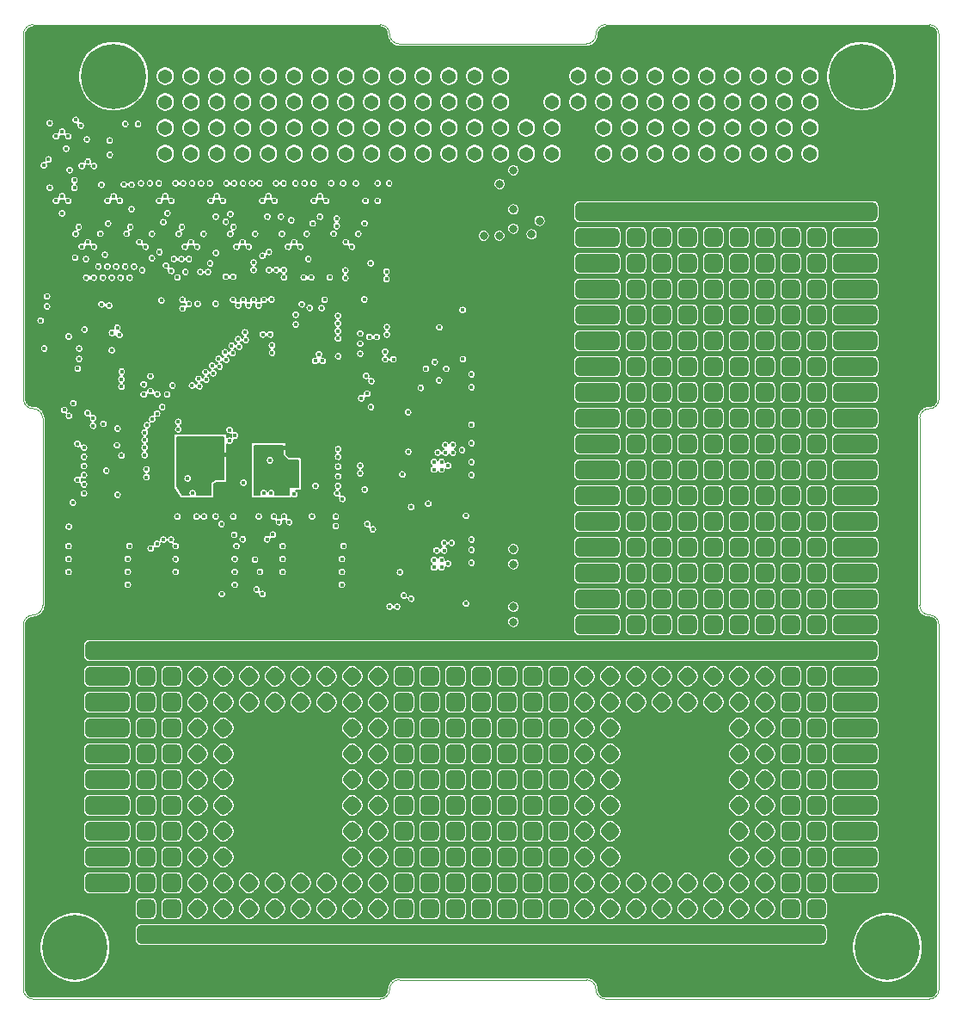
<source format=gbr>
G04 #@! TF.GenerationSoftware,KiCad,Pcbnew,(5.1.6)-1*
G04 #@! TF.CreationDate,2020-09-14T11:10:16+02:00*
G04 #@! TF.ProjectId,board_sierra,626f6172-645f-4736-9965-7272612e6b69,v1.1*
G04 #@! TF.SameCoordinates,PX1903cf0PY6c69e80*
G04 #@! TF.FileFunction,Copper,L5,Inr*
G04 #@! TF.FilePolarity,Positive*
%FSLAX46Y46*%
G04 Gerber Fmt 4.6, Leading zero omitted, Abs format (unit mm)*
G04 Created by KiCad (PCBNEW (5.1.6)-1) date 2020-09-14 11:10:16*
%MOMM*%
%LPD*%
G01*
G04 APERTURE LIST*
G04 #@! TA.AperFunction,Profile*
%ADD10C,0.100000*%
G04 #@! TD*
G04 #@! TA.AperFunction,ViaPad*
%ADD11R,4.200000X1.850000*%
G04 #@! TD*
G04 #@! TA.AperFunction,ViaPad*
%ADD12R,1.850000X4.200000*%
G04 #@! TD*
G04 #@! TA.AperFunction,ViaPad*
%ADD13C,1.500000*%
G04 #@! TD*
G04 #@! TA.AperFunction,ViaPad*
%ADD14R,2.000000X2.000000*%
G04 #@! TD*
G04 #@! TA.AperFunction,ViaPad*
%ADD15C,0.450000*%
G04 #@! TD*
G04 #@! TA.AperFunction,ViaPad*
%ADD16C,6.400000*%
G04 #@! TD*
G04 #@! TA.AperFunction,ViaPad*
%ADD17C,0.800000*%
G04 #@! TD*
G04 #@! TA.AperFunction,ViaPad*
%ADD18C,1.365000*%
G04 #@! TD*
G04 #@! TA.AperFunction,Conductor*
%ADD19C,0.450000*%
G04 #@! TD*
G04 #@! TA.AperFunction,Conductor*
%ADD20C,0.173000*%
G04 #@! TD*
G04 #@! TA.AperFunction,Conductor*
%ADD21C,0.127000*%
G04 #@! TD*
G04 APERTURE END LIST*
D10*
X50355500Y88900000D02*
G75*
G03*
X51308000Y89852500I0J952500D01*
G01*
X31940500Y88900000D02*
X50355500Y88900000D01*
X52260500Y90805000D02*
X84137500Y90805000D01*
X30988000Y89852500D02*
G75*
G03*
X30035500Y90805000I-952500J0D01*
G01*
X30988000Y89852500D02*
G75*
G03*
X31940500Y88900000I952500J0D01*
G01*
X-4127500Y90805000D02*
X30035500Y90805000D01*
X52260500Y90805000D02*
G75*
G03*
X51308000Y89852500I0J-952500D01*
G01*
X52260500Y-5080000D02*
X84137500Y-5080000D01*
X31940500Y-3175000D02*
X50355500Y-3175000D01*
X-4127500Y-5080000D02*
X30035500Y-5080000D01*
X52260500Y-5080000D02*
G75*
G02*
X51308000Y-4127500I0J952500D01*
G01*
X50355500Y-3175000D02*
G75*
G02*
X51308000Y-4127500I0J-952500D01*
G01*
X30988000Y-4127500D02*
G75*
G02*
X31940500Y-3175000I952500J0D01*
G01*
X30988000Y-4127500D02*
G75*
G02*
X30035500Y-5080000I-952500J0D01*
G01*
X84137500Y53009800D02*
G75*
G03*
X83185000Y52057300I0J-952500D01*
G01*
X85090000Y89852500D02*
X85090000Y53962300D01*
X83185000Y52057300D02*
X83185000Y33667700D01*
X85090000Y31762700D02*
X85090000Y-4127500D01*
X83185000Y33667700D02*
G75*
G03*
X84137500Y32715200I952500J0D01*
G01*
X85090000Y31762700D02*
G75*
G03*
X84137500Y32715200I-952500J0D01*
G01*
X84137500Y53009800D02*
G75*
G03*
X85090000Y53962300I0J952500D01*
G01*
X85090000Y-4127500D02*
G75*
G02*
X84137500Y-5080000I-952500J0D01*
G01*
X84137500Y90805000D02*
G75*
G02*
X85090000Y89852500I0J-952500D01*
G01*
X-5080000Y31762700D02*
X-5080000Y-4127500D01*
X-5080000Y89852500D02*
X-5080000Y53962300D01*
X-5080000Y89852500D02*
G75*
G02*
X-4127500Y90805000I952500J0D01*
G01*
X-3175000Y52057300D02*
X-3175000Y33667700D01*
X-4127500Y53009800D02*
G75*
G02*
X-5080000Y53962300I0J952500D01*
G01*
X-4127500Y53009800D02*
G75*
G02*
X-3175000Y52057300I0J-952500D01*
G01*
X-3175000Y33667700D02*
G75*
G02*
X-4127500Y32715200I-952500J0D01*
G01*
X-5080000Y31762700D02*
G75*
G02*
X-4127500Y32715200I952500J0D01*
G01*
X-4127500Y-5080000D02*
G75*
G02*
X-5080000Y-4127500I0J952500D01*
G01*
G04 #@! TO.N,N/C*
G04 #@! TO.C,UA5*
G04 #@! TA.AperFunction,ViaPad*
G36*
G01*
X41620000Y10967500D02*
X41620000Y11892500D01*
G75*
G02*
X42082500Y12355000I462500J0D01*
G01*
X43007500Y12355000D01*
G75*
G02*
X43470000Y11892500I0J-462500D01*
G01*
X43470000Y10967500D01*
G75*
G02*
X43007500Y10505000I-462500J0D01*
G01*
X42082500Y10505000D01*
G75*
G02*
X41620000Y10967500I0J462500D01*
G01*
G37*
G04 #@! TD.AperFunction*
G04 #@! TA.AperFunction,ViaPad*
G36*
G01*
X41620000Y13507500D02*
X41620000Y14432500D01*
G75*
G02*
X42082500Y14895000I462500J0D01*
G01*
X43007500Y14895000D01*
G75*
G02*
X43470000Y14432500I0J-462500D01*
G01*
X43470000Y13507500D01*
G75*
G02*
X43007500Y13045000I-462500J0D01*
G01*
X42082500Y13045000D01*
G75*
G02*
X41620000Y13507500I0J462500D01*
G01*
G37*
G04 #@! TD.AperFunction*
G04 #@! TA.AperFunction,ViaPad*
G36*
G01*
X41620000Y8427500D02*
X41620000Y9352500D01*
G75*
G02*
X42082500Y9815000I462500J0D01*
G01*
X43007500Y9815000D01*
G75*
G02*
X43470000Y9352500I0J-462500D01*
G01*
X43470000Y8427500D01*
G75*
G02*
X43007500Y7965000I-462500J0D01*
G01*
X42082500Y7965000D01*
G75*
G02*
X41620000Y8427500I0J462500D01*
G01*
G37*
G04 #@! TD.AperFunction*
G04 #@! TA.AperFunction,ViaPad*
G36*
G01*
X41620000Y18587500D02*
X41620000Y19512500D01*
G75*
G02*
X42082500Y19975000I462500J0D01*
G01*
X43007500Y19975000D01*
G75*
G02*
X43470000Y19512500I0J-462500D01*
G01*
X43470000Y18587500D01*
G75*
G02*
X43007500Y18125000I-462500J0D01*
G01*
X42082500Y18125000D01*
G75*
G02*
X41620000Y18587500I0J462500D01*
G01*
G37*
G04 #@! TD.AperFunction*
G04 #@! TA.AperFunction,ViaPad*
G36*
G01*
X41620000Y21127500D02*
X41620000Y22052500D01*
G75*
G02*
X42082500Y22515000I462500J0D01*
G01*
X43007500Y22515000D01*
G75*
G02*
X43470000Y22052500I0J-462500D01*
G01*
X43470000Y21127500D01*
G75*
G02*
X43007500Y20665000I-462500J0D01*
G01*
X42082500Y20665000D01*
G75*
G02*
X41620000Y21127500I0J462500D01*
G01*
G37*
G04 #@! TD.AperFunction*
G04 #@! TA.AperFunction,ViaPad*
G36*
G01*
X41620000Y16047500D02*
X41620000Y16972500D01*
G75*
G02*
X42082500Y17435000I462500J0D01*
G01*
X43007500Y17435000D01*
G75*
G02*
X43470000Y16972500I0J-462500D01*
G01*
X43470000Y16047500D01*
G75*
G02*
X43007500Y15585000I-462500J0D01*
G01*
X42082500Y15585000D01*
G75*
G02*
X41620000Y16047500I0J462500D01*
G01*
G37*
G04 #@! TD.AperFunction*
G04 #@! TA.AperFunction,ViaPad*
G36*
G01*
X41620000Y23667500D02*
X41620000Y24592500D01*
G75*
G02*
X42082500Y25055000I462500J0D01*
G01*
X43007500Y25055000D01*
G75*
G02*
X43470000Y24592500I0J-462500D01*
G01*
X43470000Y23667500D01*
G75*
G02*
X43007500Y23205000I-462500J0D01*
G01*
X42082500Y23205000D01*
G75*
G02*
X41620000Y23667500I0J462500D01*
G01*
G37*
G04 #@! TD.AperFunction*
G04 #@! TA.AperFunction,ViaPad*
G36*
G01*
X41620000Y26207500D02*
X41620000Y27132500D01*
G75*
G02*
X42082500Y27595000I462500J0D01*
G01*
X43007500Y27595000D01*
G75*
G02*
X43470000Y27132500I0J-462500D01*
G01*
X43470000Y26207500D01*
G75*
G02*
X43007500Y25745000I-462500J0D01*
G01*
X42082500Y25745000D01*
G75*
G02*
X41620000Y26207500I0J462500D01*
G01*
G37*
G04 #@! TD.AperFunction*
G04 #@! TA.AperFunction,ViaPad*
G36*
G01*
X41620000Y3347500D02*
X41620000Y4272500D01*
G75*
G02*
X42082500Y4735000I462500J0D01*
G01*
X43007500Y4735000D01*
G75*
G02*
X43470000Y4272500I0J-462500D01*
G01*
X43470000Y3347500D01*
G75*
G02*
X43007500Y2885000I-462500J0D01*
G01*
X42082500Y2885000D01*
G75*
G02*
X41620000Y3347500I0J462500D01*
G01*
G37*
G04 #@! TD.AperFunction*
G04 #@! TA.AperFunction,ViaPad*
G36*
G01*
X41620000Y5887500D02*
X41620000Y6812500D01*
G75*
G02*
X42082500Y7275000I462500J0D01*
G01*
X43007500Y7275000D01*
G75*
G02*
X43470000Y6812500I0J-462500D01*
G01*
X43470000Y5887500D01*
G75*
G02*
X43007500Y5425000I-462500J0D01*
G01*
X42082500Y5425000D01*
G75*
G02*
X41620000Y5887500I0J462500D01*
G01*
G37*
G04 #@! TD.AperFunction*
G04 #@! TA.AperFunction,ViaPad*
G36*
G01*
X36540000Y3347500D02*
X36540000Y4272500D01*
G75*
G02*
X37002500Y4735000I462500J0D01*
G01*
X37927500Y4735000D01*
G75*
G02*
X38390000Y4272500I0J-462500D01*
G01*
X38390000Y3347500D01*
G75*
G02*
X37927500Y2885000I-462500J0D01*
G01*
X37002500Y2885000D01*
G75*
G02*
X36540000Y3347500I0J462500D01*
G01*
G37*
G04 #@! TD.AperFunction*
G04 #@! TA.AperFunction,ViaPad*
G36*
G01*
X39080000Y3347500D02*
X39080000Y4272500D01*
G75*
G02*
X39542500Y4735000I462500J0D01*
G01*
X40467500Y4735000D01*
G75*
G02*
X40930000Y4272500I0J-462500D01*
G01*
X40930000Y3347500D01*
G75*
G02*
X40467500Y2885000I-462500J0D01*
G01*
X39542500Y2885000D01*
G75*
G02*
X39080000Y3347500I0J462500D01*
G01*
G37*
G04 #@! TD.AperFunction*
G04 #@! TA.AperFunction,ViaPad*
G36*
G01*
X36540000Y26207500D02*
X36540000Y27132500D01*
G75*
G02*
X37002500Y27595000I462500J0D01*
G01*
X37927500Y27595000D01*
G75*
G02*
X38390000Y27132500I0J-462500D01*
G01*
X38390000Y26207500D01*
G75*
G02*
X37927500Y25745000I-462500J0D01*
G01*
X37002500Y25745000D01*
G75*
G02*
X36540000Y26207500I0J462500D01*
G01*
G37*
G04 #@! TD.AperFunction*
G04 #@! TA.AperFunction,ViaPad*
G36*
G01*
X39080000Y23667500D02*
X39080000Y24592500D01*
G75*
G02*
X39542500Y25055000I462500J0D01*
G01*
X40467500Y25055000D01*
G75*
G02*
X40930000Y24592500I0J-462500D01*
G01*
X40930000Y23667500D01*
G75*
G02*
X40467500Y23205000I-462500J0D01*
G01*
X39542500Y23205000D01*
G75*
G02*
X39080000Y23667500I0J462500D01*
G01*
G37*
G04 #@! TD.AperFunction*
G04 #@! TA.AperFunction,ViaPad*
G36*
G01*
X39080000Y26207500D02*
X39080000Y27132500D01*
G75*
G02*
X39542500Y27595000I462500J0D01*
G01*
X40467500Y27595000D01*
G75*
G02*
X40930000Y27132500I0J-462500D01*
G01*
X40930000Y26207500D01*
G75*
G02*
X40467500Y25745000I-462500J0D01*
G01*
X39542500Y25745000D01*
G75*
G02*
X39080000Y26207500I0J462500D01*
G01*
G37*
G04 #@! TD.AperFunction*
G04 #@! TA.AperFunction,ViaPad*
G36*
G01*
X36540000Y23667500D02*
X36540000Y24592500D01*
G75*
G02*
X37002500Y25055000I462500J0D01*
G01*
X37927500Y25055000D01*
G75*
G02*
X38390000Y24592500I0J-462500D01*
G01*
X38390000Y23667500D01*
G75*
G02*
X37927500Y23205000I-462500J0D01*
G01*
X37002500Y23205000D01*
G75*
G02*
X36540000Y23667500I0J462500D01*
G01*
G37*
G04 #@! TD.AperFunction*
G04 #@! TA.AperFunction,ViaPad*
G36*
G01*
X36540000Y5887500D02*
X36540000Y6812500D01*
G75*
G02*
X37002500Y7275000I462500J0D01*
G01*
X37927500Y7275000D01*
G75*
G02*
X38390000Y6812500I0J-462500D01*
G01*
X38390000Y5887500D01*
G75*
G02*
X37927500Y5425000I-462500J0D01*
G01*
X37002500Y5425000D01*
G75*
G02*
X36540000Y5887500I0J462500D01*
G01*
G37*
G04 #@! TD.AperFunction*
G04 #@! TA.AperFunction,ViaPad*
G36*
G01*
X36540000Y10967500D02*
X36540000Y11892500D01*
G75*
G02*
X37002500Y12355000I462500J0D01*
G01*
X37927500Y12355000D01*
G75*
G02*
X38390000Y11892500I0J-462500D01*
G01*
X38390000Y10967500D01*
G75*
G02*
X37927500Y10505000I-462500J0D01*
G01*
X37002500Y10505000D01*
G75*
G02*
X36540000Y10967500I0J462500D01*
G01*
G37*
G04 #@! TD.AperFunction*
G04 #@! TA.AperFunction,ViaPad*
G36*
G01*
X39080000Y5887500D02*
X39080000Y6812500D01*
G75*
G02*
X39542500Y7275000I462500J0D01*
G01*
X40467500Y7275000D01*
G75*
G02*
X40930000Y6812500I0J-462500D01*
G01*
X40930000Y5887500D01*
G75*
G02*
X40467500Y5425000I-462500J0D01*
G01*
X39542500Y5425000D01*
G75*
G02*
X39080000Y5887500I0J462500D01*
G01*
G37*
G04 #@! TD.AperFunction*
G04 #@! TA.AperFunction,ViaPad*
G36*
G01*
X36540000Y18587500D02*
X36540000Y19512500D01*
G75*
G02*
X37002500Y19975000I462500J0D01*
G01*
X37927500Y19975000D01*
G75*
G02*
X38390000Y19512500I0J-462500D01*
G01*
X38390000Y18587500D01*
G75*
G02*
X37927500Y18125000I-462500J0D01*
G01*
X37002500Y18125000D01*
G75*
G02*
X36540000Y18587500I0J462500D01*
G01*
G37*
G04 #@! TD.AperFunction*
G04 #@! TA.AperFunction,ViaPad*
G36*
G01*
X39080000Y16047500D02*
X39080000Y16972500D01*
G75*
G02*
X39542500Y17435000I462500J0D01*
G01*
X40467500Y17435000D01*
G75*
G02*
X40930000Y16972500I0J-462500D01*
G01*
X40930000Y16047500D01*
G75*
G02*
X40467500Y15585000I-462500J0D01*
G01*
X39542500Y15585000D01*
G75*
G02*
X39080000Y16047500I0J462500D01*
G01*
G37*
G04 #@! TD.AperFunction*
G04 #@! TA.AperFunction,ViaPad*
G36*
G01*
X39080000Y21127500D02*
X39080000Y22052500D01*
G75*
G02*
X39542500Y22515000I462500J0D01*
G01*
X40467500Y22515000D01*
G75*
G02*
X40930000Y22052500I0J-462500D01*
G01*
X40930000Y21127500D01*
G75*
G02*
X40467500Y20665000I-462500J0D01*
G01*
X39542500Y20665000D01*
G75*
G02*
X39080000Y21127500I0J462500D01*
G01*
G37*
G04 #@! TD.AperFunction*
G04 #@! TA.AperFunction,ViaPad*
G36*
G01*
X36540000Y16047500D02*
X36540000Y16972500D01*
G75*
G02*
X37002500Y17435000I462500J0D01*
G01*
X37927500Y17435000D01*
G75*
G02*
X38390000Y16972500I0J-462500D01*
G01*
X38390000Y16047500D01*
G75*
G02*
X37927500Y15585000I-462500J0D01*
G01*
X37002500Y15585000D01*
G75*
G02*
X36540000Y16047500I0J462500D01*
G01*
G37*
G04 #@! TD.AperFunction*
G04 #@! TA.AperFunction,ViaPad*
G36*
G01*
X39080000Y18587500D02*
X39080000Y19512500D01*
G75*
G02*
X39542500Y19975000I462500J0D01*
G01*
X40467500Y19975000D01*
G75*
G02*
X40930000Y19512500I0J-462500D01*
G01*
X40930000Y18587500D01*
G75*
G02*
X40467500Y18125000I-462500J0D01*
G01*
X39542500Y18125000D01*
G75*
G02*
X39080000Y18587500I0J462500D01*
G01*
G37*
G04 #@! TD.AperFunction*
G04 #@! TA.AperFunction,ViaPad*
G36*
G01*
X36540000Y8427500D02*
X36540000Y9352500D01*
G75*
G02*
X37002500Y9815000I462500J0D01*
G01*
X37927500Y9815000D01*
G75*
G02*
X38390000Y9352500I0J-462500D01*
G01*
X38390000Y8427500D01*
G75*
G02*
X37927500Y7965000I-462500J0D01*
G01*
X37002500Y7965000D01*
G75*
G02*
X36540000Y8427500I0J462500D01*
G01*
G37*
G04 #@! TD.AperFunction*
G04 #@! TA.AperFunction,ViaPad*
G36*
G01*
X39080000Y10967500D02*
X39080000Y11892500D01*
G75*
G02*
X39542500Y12355000I462500J0D01*
G01*
X40467500Y12355000D01*
G75*
G02*
X40930000Y11892500I0J-462500D01*
G01*
X40930000Y10967500D01*
G75*
G02*
X40467500Y10505000I-462500J0D01*
G01*
X39542500Y10505000D01*
G75*
G02*
X39080000Y10967500I0J462500D01*
G01*
G37*
G04 #@! TD.AperFunction*
G04 #@! TA.AperFunction,ViaPad*
G36*
G01*
X39080000Y13507500D02*
X39080000Y14432500D01*
G75*
G02*
X39542500Y14895000I462500J0D01*
G01*
X40467500Y14895000D01*
G75*
G02*
X40930000Y14432500I0J-462500D01*
G01*
X40930000Y13507500D01*
G75*
G02*
X40467500Y13045000I-462500J0D01*
G01*
X39542500Y13045000D01*
G75*
G02*
X39080000Y13507500I0J462500D01*
G01*
G37*
G04 #@! TD.AperFunction*
G04 #@! TA.AperFunction,ViaPad*
G36*
G01*
X39080000Y8427500D02*
X39080000Y9352500D01*
G75*
G02*
X39542500Y9815000I462500J0D01*
G01*
X40467500Y9815000D01*
G75*
G02*
X40930000Y9352500I0J-462500D01*
G01*
X40930000Y8427500D01*
G75*
G02*
X40467500Y7965000I-462500J0D01*
G01*
X39542500Y7965000D01*
G75*
G02*
X39080000Y8427500I0J462500D01*
G01*
G37*
G04 #@! TD.AperFunction*
G04 #@! TA.AperFunction,ViaPad*
G36*
G01*
X36540000Y13507500D02*
X36540000Y14432500D01*
G75*
G02*
X37002500Y14895000I462500J0D01*
G01*
X37927500Y14895000D01*
G75*
G02*
X38390000Y14432500I0J-462500D01*
G01*
X38390000Y13507500D01*
G75*
G02*
X37927500Y13045000I-462500J0D01*
G01*
X37002500Y13045000D01*
G75*
G02*
X36540000Y13507500I0J462500D01*
G01*
G37*
G04 #@! TD.AperFunction*
G04 #@! TA.AperFunction,ViaPad*
G36*
G01*
X36540000Y21127500D02*
X36540000Y22052500D01*
G75*
G02*
X37002500Y22515000I462500J0D01*
G01*
X37927500Y22515000D01*
G75*
G02*
X38390000Y22052500I0J-462500D01*
G01*
X38390000Y21127500D01*
G75*
G02*
X37927500Y20665000I-462500J0D01*
G01*
X37002500Y20665000D01*
G75*
G02*
X36540000Y21127500I0J462500D01*
G01*
G37*
G04 #@! TD.AperFunction*
G04 #@! TA.AperFunction,ViaPad*
G36*
G01*
X49378697Y4155068D02*
X49819932Y4596303D01*
G75*
G02*
X50510068Y4596303I345068J-345068D01*
G01*
X50951303Y4155068D01*
G75*
G02*
X50951303Y3464932I-345068J-345068D01*
G01*
X50510068Y3023697D01*
G75*
G02*
X49819932Y3023697I-345068J345068D01*
G01*
X49378697Y3464932D01*
G75*
G02*
X49378697Y4155068I345068J345068D01*
G01*
G37*
G04 #@! TD.AperFunction*
G04 #@! TA.AperFunction,ViaPad*
G36*
G01*
X49378697Y27015068D02*
X49819932Y27456303D01*
G75*
G02*
X50510068Y27456303I345068J-345068D01*
G01*
X50951303Y27015068D01*
G75*
G02*
X50951303Y26324932I-345068J-345068D01*
G01*
X50510068Y25883697D01*
G75*
G02*
X49819932Y25883697I-345068J345068D01*
G01*
X49378697Y26324932D01*
G75*
G02*
X49378697Y27015068I345068J345068D01*
G01*
G37*
G04 #@! TD.AperFunction*
G04 #@! TA.AperFunction,ViaPad*
G36*
G01*
X49378697Y24475068D02*
X49819932Y24916303D01*
G75*
G02*
X50510068Y24916303I345068J-345068D01*
G01*
X50951303Y24475068D01*
G75*
G02*
X50951303Y23784932I-345068J-345068D01*
G01*
X50510068Y23343697D01*
G75*
G02*
X49819932Y23343697I-345068J345068D01*
G01*
X49378697Y23784932D01*
G75*
G02*
X49378697Y24475068I345068J345068D01*
G01*
G37*
G04 #@! TD.AperFunction*
G04 #@! TA.AperFunction,ViaPad*
G36*
G01*
X49378697Y14315068D02*
X49819932Y14756303D01*
G75*
G02*
X50510068Y14756303I345068J-345068D01*
G01*
X50951303Y14315068D01*
G75*
G02*
X50951303Y13624932I-345068J-345068D01*
G01*
X50510068Y13183697D01*
G75*
G02*
X49819932Y13183697I-345068J345068D01*
G01*
X49378697Y13624932D01*
G75*
G02*
X49378697Y14315068I345068J345068D01*
G01*
G37*
G04 #@! TD.AperFunction*
G04 #@! TA.AperFunction,ViaPad*
G36*
G01*
X49378697Y19395068D02*
X49819932Y19836303D01*
G75*
G02*
X50510068Y19836303I345068J-345068D01*
G01*
X50951303Y19395068D01*
G75*
G02*
X50951303Y18704932I-345068J-345068D01*
G01*
X50510068Y18263697D01*
G75*
G02*
X49819932Y18263697I-345068J345068D01*
G01*
X49378697Y18704932D01*
G75*
G02*
X49378697Y19395068I345068J345068D01*
G01*
G37*
G04 #@! TD.AperFunction*
G04 #@! TA.AperFunction,ViaPad*
G36*
G01*
X49378697Y11775068D02*
X49819932Y12216303D01*
G75*
G02*
X50510068Y12216303I345068J-345068D01*
G01*
X50951303Y11775068D01*
G75*
G02*
X50951303Y11084932I-345068J-345068D01*
G01*
X50510068Y10643697D01*
G75*
G02*
X49819932Y10643697I-345068J345068D01*
G01*
X49378697Y11084932D01*
G75*
G02*
X49378697Y11775068I345068J345068D01*
G01*
G37*
G04 #@! TD.AperFunction*
G04 #@! TA.AperFunction,ViaPad*
G36*
G01*
X49378697Y6695068D02*
X49819932Y7136303D01*
G75*
G02*
X50510068Y7136303I345068J-345068D01*
G01*
X50951303Y6695068D01*
G75*
G02*
X50951303Y6004932I-345068J-345068D01*
G01*
X50510068Y5563697D01*
G75*
G02*
X49819932Y5563697I-345068J345068D01*
G01*
X49378697Y6004932D01*
G75*
G02*
X49378697Y6695068I345068J345068D01*
G01*
G37*
G04 #@! TD.AperFunction*
G04 #@! TA.AperFunction,ViaPad*
G36*
G01*
X49378697Y21935068D02*
X49819932Y22376303D01*
G75*
G02*
X50510068Y22376303I345068J-345068D01*
G01*
X50951303Y21935068D01*
G75*
G02*
X50951303Y21244932I-345068J-345068D01*
G01*
X50510068Y20803697D01*
G75*
G02*
X49819932Y20803697I-345068J345068D01*
G01*
X49378697Y21244932D01*
G75*
G02*
X49378697Y21935068I345068J345068D01*
G01*
G37*
G04 #@! TD.AperFunction*
G04 #@! TA.AperFunction,ViaPad*
G36*
G01*
X49378697Y16855068D02*
X49819932Y17296303D01*
G75*
G02*
X50510068Y17296303I345068J-345068D01*
G01*
X50951303Y16855068D01*
G75*
G02*
X50951303Y16164932I-345068J-345068D01*
G01*
X50510068Y15723697D01*
G75*
G02*
X49819932Y15723697I-345068J345068D01*
G01*
X49378697Y16164932D01*
G75*
G02*
X49378697Y16855068I345068J345068D01*
G01*
G37*
G04 #@! TD.AperFunction*
G04 #@! TA.AperFunction,ViaPad*
G36*
G01*
X49378697Y9235068D02*
X49819932Y9676303D01*
G75*
G02*
X50510068Y9676303I345068J-345068D01*
G01*
X50951303Y9235068D01*
G75*
G02*
X50951303Y8544932I-345068J-345068D01*
G01*
X50510068Y8103697D01*
G75*
G02*
X49819932Y8103697I-345068J345068D01*
G01*
X49378697Y8544932D01*
G75*
G02*
X49378697Y9235068I345068J345068D01*
G01*
G37*
G04 #@! TD.AperFunction*
G04 #@! TO.N,Net-(F2-Pad1)*
G04 #@! TA.AperFunction,ViaPad*
G36*
G01*
X6522500Y2195000D02*
X7447500Y2195000D01*
G75*
G02*
X7910000Y1732500I0J-462500D01*
G01*
X7910000Y807500D01*
G75*
G02*
X7447500Y345000I-462500J0D01*
G01*
X6522500Y345000D01*
G75*
G02*
X6060000Y807500I0J462500D01*
G01*
X6060000Y1732500D01*
G75*
G02*
X6522500Y2195000I462500J0D01*
G01*
G37*
G04 #@! TD.AperFunction*
G04 #@! TA.AperFunction,ViaPad*
G36*
G01*
X72562500Y2195000D02*
X73487500Y2195000D01*
G75*
G02*
X73950000Y1732500I0J-462500D01*
G01*
X73950000Y807500D01*
G75*
G02*
X73487500Y345000I-462500J0D01*
G01*
X72562500Y345000D01*
G75*
G02*
X72100000Y807500I0J462500D01*
G01*
X72100000Y1732500D01*
G75*
G02*
X72562500Y2195000I462500J0D01*
G01*
G37*
G04 #@! TD.AperFunction*
G04 #@! TO.N,GND*
G04 #@! TA.AperFunction,ViaPad*
G36*
G01*
X80182500Y7275000D02*
X81107500Y7275000D01*
G75*
G02*
X81570000Y6812500I0J-462500D01*
G01*
X81570000Y5887500D01*
G75*
G02*
X81107500Y5425000I-462500J0D01*
G01*
X80182500Y5425000D01*
G75*
G02*
X79720000Y5887500I0J462500D01*
G01*
X79720000Y6812500D01*
G75*
G02*
X80182500Y7275000I462500J0D01*
G01*
G37*
G04 #@! TD.AperFunction*
G04 #@! TA.AperFunction,ViaPad*
G36*
G01*
X79720000Y69387500D02*
X79720000Y70312500D01*
G75*
G02*
X80182500Y70775000I462500J0D01*
G01*
X81107500Y70775000D01*
G75*
G02*
X81570000Y70312500I0J-462500D01*
G01*
X81570000Y69387500D01*
G75*
G02*
X81107500Y68925000I-462500J0D01*
G01*
X80182500Y68925000D01*
G75*
G02*
X79720000Y69387500I0J462500D01*
G01*
G37*
G04 #@! TD.AperFunction*
G04 #@! TO.N,Net-(F2-Pad1)*
G04 #@! TA.AperFunction,ViaPad*
G36*
G01*
X77180000Y71927500D02*
X77180000Y72852500D01*
G75*
G02*
X77642500Y73315000I462500J0D01*
G01*
X78567500Y73315000D01*
G75*
G02*
X79030000Y72852500I0J-462500D01*
G01*
X79030000Y71927500D01*
G75*
G02*
X78567500Y71465000I-462500J0D01*
G01*
X77642500Y71465000D01*
G75*
G02*
X77180000Y71927500I0J462500D01*
G01*
G37*
G04 #@! TD.AperFunction*
G04 #@! TA.AperFunction,ViaPad*
G36*
G01*
X49240000Y71927500D02*
X49240000Y72852500D01*
G75*
G02*
X49702500Y73315000I462500J0D01*
G01*
X50627500Y73315000D01*
G75*
G02*
X51090000Y72852500I0J-462500D01*
G01*
X51090000Y71927500D01*
G75*
G02*
X50627500Y71465000I-462500J0D01*
G01*
X49702500Y71465000D01*
G75*
G02*
X49240000Y71927500I0J462500D01*
G01*
G37*
G04 #@! TD.AperFunction*
G04 #@! TO.N,GND*
G04 #@! TA.AperFunction,ViaPad*
G36*
G01*
X46700000Y69387500D02*
X46700000Y70312500D01*
G75*
G02*
X47162500Y70775000I462500J0D01*
G01*
X48087500Y70775000D01*
G75*
G02*
X48550000Y70312500I0J-462500D01*
G01*
X48550000Y69387500D01*
G75*
G02*
X48087500Y68925000I-462500J0D01*
G01*
X47162500Y68925000D01*
G75*
G02*
X46700000Y69387500I0J462500D01*
G01*
G37*
G04 #@! TD.AperFunction*
G04 #@! TO.N,Net-(F1-Pad1)*
G04 #@! TA.AperFunction,ViaPad*
G36*
G01*
X77180000Y28747500D02*
X77180000Y29672500D01*
G75*
G02*
X77642500Y30135000I462500J0D01*
G01*
X78567500Y30135000D01*
G75*
G02*
X79030000Y29672500I0J-462500D01*
G01*
X79030000Y28747500D01*
G75*
G02*
X78567500Y28285000I-462500J0D01*
G01*
X77642500Y28285000D01*
G75*
G02*
X77180000Y28747500I0J462500D01*
G01*
G37*
G04 #@! TD.AperFunction*
G04 #@! TO.N,GND*
G04 #@! TA.AperFunction,ViaPad*
G36*
G01*
X47162500Y32675000D02*
X48087500Y32675000D01*
G75*
G02*
X48550000Y32212500I0J-462500D01*
G01*
X48550000Y31287500D01*
G75*
G02*
X48087500Y30825000I-462500J0D01*
G01*
X47162500Y30825000D01*
G75*
G02*
X46700000Y31287500I0J462500D01*
G01*
X46700000Y32212500D01*
G75*
G02*
X47162500Y32675000I462500J0D01*
G01*
G37*
G04 #@! TD.AperFunction*
G04 #@! TA.AperFunction,ViaPad*
G36*
G01*
X-1097500Y27595000D02*
X-172500Y27595000D01*
G75*
G02*
X290000Y27132500I0J-462500D01*
G01*
X290000Y26207500D01*
G75*
G02*
X-172500Y25745000I-462500J0D01*
G01*
X-1097500Y25745000D01*
G75*
G02*
X-1560000Y26207500I0J462500D01*
G01*
X-1560000Y27132500D01*
G75*
G02*
X-1097500Y27595000I462500J0D01*
G01*
G37*
G04 #@! TD.AperFunction*
G04 #@! TA.AperFunction,ViaPad*
G36*
G01*
X-1097500Y7275000D02*
X-172500Y7275000D01*
G75*
G02*
X290000Y6812500I0J-462500D01*
G01*
X290000Y5887500D01*
G75*
G02*
X-172500Y5425000I-462500J0D01*
G01*
X-1097500Y5425000D01*
G75*
G02*
X-1560000Y5887500I0J462500D01*
G01*
X-1560000Y6812500D01*
G75*
G02*
X-1097500Y7275000I462500J0D01*
G01*
G37*
G04 #@! TD.AperFunction*
G04 #@! TO.N,Net-(F1-Pad1)*
G04 #@! TA.AperFunction,ViaPad*
G36*
G01*
X980000Y28747500D02*
X980000Y29672500D01*
G75*
G02*
X1442500Y30135000I462500J0D01*
G01*
X2367500Y30135000D01*
G75*
G02*
X2830000Y29672500I0J-462500D01*
G01*
X2830000Y28747500D01*
G75*
G02*
X2367500Y28285000I-462500J0D01*
G01*
X1442500Y28285000D01*
G75*
G02*
X980000Y28747500I0J462500D01*
G01*
G37*
G04 #@! TD.AperFunction*
D11*
X4445000Y29210000D03*
G04 #@! TO.N,Net-(F2-Pad1)*
X75565000Y72390000D03*
X52705000Y72390000D03*
X70485000Y72390000D03*
X73025000Y72390000D03*
X57785000Y72390000D03*
X60325000Y72390000D03*
X62865000Y72390000D03*
X65405000Y72390000D03*
X67945000Y72390000D03*
X55245000Y72390000D03*
D12*
G04 #@! TO.N,GND*
X80645000Y67310000D03*
X47625000Y67310000D03*
D13*
G04 #@! TO.N,N/C*
X52705000Y67310000D03*
X50165000Y67310000D03*
G04 #@! TA.AperFunction,ViaPad*
G36*
G01*
X49240000Y66847500D02*
X49240000Y67772500D01*
G75*
G02*
X49702500Y68235000I462500J0D01*
G01*
X53167500Y68235000D01*
G75*
G02*
X53630000Y67772500I0J-462500D01*
G01*
X53630000Y66847500D01*
G75*
G02*
X53167500Y66385000I-462500J0D01*
G01*
X49702500Y66385000D01*
G75*
G02*
X49240000Y66847500I0J462500D01*
G01*
G37*
G04 #@! TD.AperFunction*
G04 #@! TA.AperFunction,ViaPad*
G36*
G01*
X61940000Y66847500D02*
X61940000Y67772500D01*
G75*
G02*
X62402500Y68235000I462500J0D01*
G01*
X63327500Y68235000D01*
G75*
G02*
X63790000Y67772500I0J-462500D01*
G01*
X63790000Y66847500D01*
G75*
G02*
X63327500Y66385000I-462500J0D01*
G01*
X62402500Y66385000D01*
G75*
G02*
X61940000Y66847500I0J462500D01*
G01*
G37*
G04 #@! TD.AperFunction*
G04 #@! TA.AperFunction,ViaPad*
G36*
G01*
X54320000Y66847500D02*
X54320000Y67772500D01*
G75*
G02*
X54782500Y68235000I462500J0D01*
G01*
X55707500Y68235000D01*
G75*
G02*
X56170000Y67772500I0J-462500D01*
G01*
X56170000Y66847500D01*
G75*
G02*
X55707500Y66385000I-462500J0D01*
G01*
X54782500Y66385000D01*
G75*
G02*
X54320000Y66847500I0J462500D01*
G01*
G37*
G04 #@! TD.AperFunction*
X75565000Y67310000D03*
G04 #@! TA.AperFunction,ViaPad*
G36*
G01*
X67020000Y66847500D02*
X67020000Y67772500D01*
G75*
G02*
X67482500Y68235000I462500J0D01*
G01*
X68407500Y68235000D01*
G75*
G02*
X68870000Y67772500I0J-462500D01*
G01*
X68870000Y66847500D01*
G75*
G02*
X68407500Y66385000I-462500J0D01*
G01*
X67482500Y66385000D01*
G75*
G02*
X67020000Y66847500I0J462500D01*
G01*
G37*
G04 #@! TD.AperFunction*
G04 #@! TA.AperFunction,ViaPad*
G36*
G01*
X72100000Y66847500D02*
X72100000Y67772500D01*
G75*
G02*
X72562500Y68235000I462500J0D01*
G01*
X73487500Y68235000D01*
G75*
G02*
X73950000Y67772500I0J-462500D01*
G01*
X73950000Y66847500D01*
G75*
G02*
X73487500Y66385000I-462500J0D01*
G01*
X72562500Y66385000D01*
G75*
G02*
X72100000Y66847500I0J462500D01*
G01*
G37*
G04 #@! TD.AperFunction*
G04 #@! TA.AperFunction,ViaPad*
G36*
G01*
X59400000Y66847500D02*
X59400000Y67772500D01*
G75*
G02*
X59862500Y68235000I462500J0D01*
G01*
X60787500Y68235000D01*
G75*
G02*
X61250000Y67772500I0J-462500D01*
G01*
X61250000Y66847500D01*
G75*
G02*
X60787500Y66385000I-462500J0D01*
G01*
X59862500Y66385000D01*
G75*
G02*
X59400000Y66847500I0J462500D01*
G01*
G37*
G04 #@! TD.AperFunction*
X78105000Y67310000D03*
G04 #@! TA.AperFunction,ViaPad*
G36*
G01*
X64480000Y66847500D02*
X64480000Y67772500D01*
G75*
G02*
X64942500Y68235000I462500J0D01*
G01*
X65867500Y68235000D01*
G75*
G02*
X66330000Y67772500I0J-462500D01*
G01*
X66330000Y66847500D01*
G75*
G02*
X65867500Y66385000I-462500J0D01*
G01*
X64942500Y66385000D01*
G75*
G02*
X64480000Y66847500I0J462500D01*
G01*
G37*
G04 #@! TD.AperFunction*
G04 #@! TA.AperFunction,ViaPad*
G36*
G01*
X56860000Y66847500D02*
X56860000Y67772500D01*
G75*
G02*
X57322500Y68235000I462500J0D01*
G01*
X58247500Y68235000D01*
G75*
G02*
X58710000Y67772500I0J-462500D01*
G01*
X58710000Y66847500D01*
G75*
G02*
X58247500Y66385000I-462500J0D01*
G01*
X57322500Y66385000D01*
G75*
G02*
X56860000Y66847500I0J462500D01*
G01*
G37*
G04 #@! TD.AperFunction*
G04 #@! TA.AperFunction,ViaPad*
G36*
G01*
X74640000Y66847500D02*
X74640000Y67772500D01*
G75*
G02*
X75102500Y68235000I462500J0D01*
G01*
X78567500Y68235000D01*
G75*
G02*
X79030000Y67772500I0J-462500D01*
G01*
X79030000Y66847500D01*
G75*
G02*
X78567500Y66385000I-462500J0D01*
G01*
X75102500Y66385000D01*
G75*
G02*
X74640000Y66847500I0J462500D01*
G01*
G37*
G04 #@! TD.AperFunction*
G04 #@! TA.AperFunction,ViaPad*
G36*
G01*
X69560000Y66847500D02*
X69560000Y67772500D01*
G75*
G02*
X70022500Y68235000I462500J0D01*
G01*
X70947500Y68235000D01*
G75*
G02*
X71410000Y67772500I0J-462500D01*
G01*
X71410000Y66847500D01*
G75*
G02*
X70947500Y66385000I-462500J0D01*
G01*
X70022500Y66385000D01*
G75*
G02*
X69560000Y66847500I0J462500D01*
G01*
G37*
G04 #@! TD.AperFunction*
G04 #@! TA.AperFunction,ViaPad*
G36*
G01*
X23978697Y4155068D02*
X24419932Y4596303D01*
G75*
G02*
X25110068Y4596303I345068J-345068D01*
G01*
X25551303Y4155068D01*
G75*
G02*
X25551303Y3464932I-345068J-345068D01*
G01*
X25110068Y3023697D01*
G75*
G02*
X24419932Y3023697I-345068J345068D01*
G01*
X23978697Y3464932D01*
G75*
G02*
X23978697Y4155068I345068J345068D01*
G01*
G37*
G04 #@! TD.AperFunction*
G04 #@! TA.AperFunction,ViaPad*
G36*
G01*
X23978697Y24475068D02*
X24419932Y24916303D01*
G75*
G02*
X25110068Y24916303I345068J-345068D01*
G01*
X25551303Y24475068D01*
G75*
G02*
X25551303Y23784932I-345068J-345068D01*
G01*
X25110068Y23343697D01*
G75*
G02*
X24419932Y23343697I-345068J345068D01*
G01*
X23978697Y23784932D01*
G75*
G02*
X23978697Y24475068I345068J345068D01*
G01*
G37*
G04 #@! TD.AperFunction*
G04 #@! TA.AperFunction,ViaPad*
G36*
G01*
X23978697Y27015068D02*
X24419932Y27456303D01*
G75*
G02*
X25110068Y27456303I345068J-345068D01*
G01*
X25551303Y27015068D01*
G75*
G02*
X25551303Y26324932I-345068J-345068D01*
G01*
X25110068Y25883697D01*
G75*
G02*
X24419932Y25883697I-345068J345068D01*
G01*
X23978697Y26324932D01*
G75*
G02*
X23978697Y27015068I345068J345068D01*
G01*
G37*
G04 #@! TD.AperFunction*
G04 #@! TA.AperFunction,ViaPad*
G36*
G01*
X23978697Y6695068D02*
X24419932Y7136303D01*
G75*
G02*
X25110068Y7136303I345068J-345068D01*
G01*
X25551303Y6695068D01*
G75*
G02*
X25551303Y6004932I-345068J-345068D01*
G01*
X25110068Y5563697D01*
G75*
G02*
X24419932Y5563697I-345068J345068D01*
G01*
X23978697Y6004932D01*
G75*
G02*
X23978697Y6695068I345068J345068D01*
G01*
G37*
G04 #@! TD.AperFunction*
G04 #@! TA.AperFunction,ViaPad*
G36*
G01*
X56998697Y4155068D02*
X57439932Y4596303D01*
G75*
G02*
X58130068Y4596303I345068J-345068D01*
G01*
X58571303Y4155068D01*
G75*
G02*
X58571303Y3464932I-345068J-345068D01*
G01*
X58130068Y3023697D01*
G75*
G02*
X57439932Y3023697I-345068J345068D01*
G01*
X56998697Y3464932D01*
G75*
G02*
X56998697Y4155068I345068J345068D01*
G01*
G37*
G04 #@! TD.AperFunction*
G04 #@! TA.AperFunction,ViaPad*
G36*
G01*
X51918697Y4155068D02*
X52359932Y4596303D01*
G75*
G02*
X53050068Y4596303I345068J-345068D01*
G01*
X53491303Y4155068D01*
G75*
G02*
X53491303Y3464932I-345068J-345068D01*
G01*
X53050068Y3023697D01*
G75*
G02*
X52359932Y3023697I-345068J345068D01*
G01*
X51918697Y3464932D01*
G75*
G02*
X51918697Y4155068I345068J345068D01*
G01*
G37*
G04 #@! TD.AperFunction*
G04 #@! TA.AperFunction,ViaPad*
G36*
G01*
X67158697Y4155068D02*
X67599932Y4596303D01*
G75*
G02*
X68290068Y4596303I345068J-345068D01*
G01*
X68731303Y4155068D01*
G75*
G02*
X68731303Y3464932I-345068J-345068D01*
G01*
X68290068Y3023697D01*
G75*
G02*
X67599932Y3023697I-345068J345068D01*
G01*
X67158697Y3464932D01*
G75*
G02*
X67158697Y4155068I345068J345068D01*
G01*
G37*
G04 #@! TD.AperFunction*
G04 #@! TA.AperFunction,ViaPad*
G36*
G01*
X6060000Y3347500D02*
X6060000Y4272500D01*
G75*
G02*
X6522500Y4735000I462500J0D01*
G01*
X7447500Y4735000D01*
G75*
G02*
X7910000Y4272500I0J-462500D01*
G01*
X7910000Y3347500D01*
G75*
G02*
X7447500Y2885000I-462500J0D01*
G01*
X6522500Y2885000D01*
G75*
G02*
X6060000Y3347500I0J462500D01*
G01*
G37*
G04 #@! TD.AperFunction*
G04 #@! TA.AperFunction,ViaPad*
G36*
G01*
X62078697Y4155068D02*
X62519932Y4596303D01*
G75*
G02*
X63210068Y4596303I345068J-345068D01*
G01*
X63651303Y4155068D01*
G75*
G02*
X63651303Y3464932I-345068J-345068D01*
G01*
X63210068Y3023697D01*
G75*
G02*
X62519932Y3023697I-345068J345068D01*
G01*
X62078697Y3464932D01*
G75*
G02*
X62078697Y4155068I345068J345068D01*
G01*
G37*
G04 #@! TD.AperFunction*
G04 #@! TA.AperFunction,ViaPad*
G36*
G01*
X54458697Y4155068D02*
X54899932Y4596303D01*
G75*
G02*
X55590068Y4596303I345068J-345068D01*
G01*
X56031303Y4155068D01*
G75*
G02*
X56031303Y3464932I-345068J-345068D01*
G01*
X55590068Y3023697D01*
G75*
G02*
X54899932Y3023697I-345068J345068D01*
G01*
X54458697Y3464932D01*
G75*
G02*
X54458697Y4155068I345068J345068D01*
G01*
G37*
G04 #@! TD.AperFunction*
G04 #@! TA.AperFunction,ViaPad*
G36*
G01*
X64618697Y4155068D02*
X65059932Y4596303D01*
G75*
G02*
X65750068Y4596303I345068J-345068D01*
G01*
X66191303Y4155068D01*
G75*
G02*
X66191303Y3464932I-345068J-345068D01*
G01*
X65750068Y3023697D01*
G75*
G02*
X65059932Y3023697I-345068J345068D01*
G01*
X64618697Y3464932D01*
G75*
G02*
X64618697Y4155068I345068J345068D01*
G01*
G37*
G04 #@! TD.AperFunction*
G04 #@! TA.AperFunction,ViaPad*
G36*
G01*
X21438697Y4155068D02*
X21879932Y4596303D01*
G75*
G02*
X22570068Y4596303I345068J-345068D01*
G01*
X23011303Y4155068D01*
G75*
G02*
X23011303Y3464932I-345068J-345068D01*
G01*
X22570068Y3023697D01*
G75*
G02*
X21879932Y3023697I-345068J345068D01*
G01*
X21438697Y3464932D01*
G75*
G02*
X21438697Y4155068I345068J345068D01*
G01*
G37*
G04 #@! TD.AperFunction*
G04 #@! TA.AperFunction,ViaPad*
G36*
G01*
X26518697Y4155068D02*
X26959932Y4596303D01*
G75*
G02*
X27650068Y4596303I345068J-345068D01*
G01*
X28091303Y4155068D01*
G75*
G02*
X28091303Y3464932I-345068J-345068D01*
G01*
X27650068Y3023697D01*
G75*
G02*
X26959932Y3023697I-345068J345068D01*
G01*
X26518697Y3464932D01*
G75*
G02*
X26518697Y4155068I345068J345068D01*
G01*
G37*
G04 #@! TD.AperFunction*
G04 #@! TA.AperFunction,ViaPad*
G36*
G01*
X29058697Y4155068D02*
X29499932Y4596303D01*
G75*
G02*
X30190068Y4596303I345068J-345068D01*
G01*
X30631303Y4155068D01*
G75*
G02*
X30631303Y3464932I-345068J-345068D01*
G01*
X30190068Y3023697D01*
G75*
G02*
X29499932Y3023697I-345068J345068D01*
G01*
X29058697Y3464932D01*
G75*
G02*
X29058697Y4155068I345068J345068D01*
G01*
G37*
G04 #@! TD.AperFunction*
G04 #@! TA.AperFunction,ViaPad*
G36*
G01*
X59538697Y4155068D02*
X59979932Y4596303D01*
G75*
G02*
X60670068Y4596303I345068J-345068D01*
G01*
X61111303Y4155068D01*
G75*
G02*
X61111303Y3464932I-345068J-345068D01*
G01*
X60670068Y3023697D01*
G75*
G02*
X59979932Y3023697I-345068J345068D01*
G01*
X59538697Y3464932D01*
G75*
G02*
X59538697Y4155068I345068J345068D01*
G01*
G37*
G04 #@! TD.AperFunction*
G04 #@! TA.AperFunction,ViaPad*
G36*
G01*
X18898697Y4155068D02*
X19339932Y4596303D01*
G75*
G02*
X20030068Y4596303I345068J-345068D01*
G01*
X20471303Y4155068D01*
G75*
G02*
X20471303Y3464932I-345068J-345068D01*
G01*
X20030068Y3023697D01*
G75*
G02*
X19339932Y3023697I-345068J345068D01*
G01*
X18898697Y3464932D01*
G75*
G02*
X18898697Y4155068I345068J345068D01*
G01*
G37*
G04 #@! TD.AperFunction*
G04 #@! TA.AperFunction,ViaPad*
G36*
G01*
X46700000Y3347500D02*
X46700000Y4272500D01*
G75*
G02*
X47162500Y4735000I462500J0D01*
G01*
X48087500Y4735000D01*
G75*
G02*
X48550000Y4272500I0J-462500D01*
G01*
X48550000Y3347500D01*
G75*
G02*
X48087500Y2885000I-462500J0D01*
G01*
X47162500Y2885000D01*
G75*
G02*
X46700000Y3347500I0J462500D01*
G01*
G37*
G04 #@! TD.AperFunction*
G04 #@! TA.AperFunction,ViaPad*
G36*
G01*
X13818697Y4155068D02*
X14259932Y4596303D01*
G75*
G02*
X14950068Y4596303I345068J-345068D01*
G01*
X15391303Y4155068D01*
G75*
G02*
X15391303Y3464932I-345068J-345068D01*
G01*
X14950068Y3023697D01*
G75*
G02*
X14259932Y3023697I-345068J345068D01*
G01*
X13818697Y3464932D01*
G75*
G02*
X13818697Y4155068I345068J345068D01*
G01*
G37*
G04 #@! TD.AperFunction*
G04 #@! TA.AperFunction,ViaPad*
G36*
G01*
X8600000Y3347500D02*
X8600000Y4272500D01*
G75*
G02*
X9062500Y4735000I462500J0D01*
G01*
X9987500Y4735000D01*
G75*
G02*
X10450000Y4272500I0J-462500D01*
G01*
X10450000Y3347500D01*
G75*
G02*
X9987500Y2885000I-462500J0D01*
G01*
X9062500Y2885000D01*
G75*
G02*
X8600000Y3347500I0J462500D01*
G01*
G37*
G04 #@! TD.AperFunction*
G04 #@! TA.AperFunction,ViaPad*
G36*
G01*
X16358697Y4155068D02*
X16799932Y4596303D01*
G75*
G02*
X17490068Y4596303I345068J-345068D01*
G01*
X17931303Y4155068D01*
G75*
G02*
X17931303Y3464932I-345068J-345068D01*
G01*
X17490068Y3023697D01*
G75*
G02*
X16799932Y3023697I-345068J345068D01*
G01*
X16358697Y3464932D01*
G75*
G02*
X16358697Y4155068I345068J345068D01*
G01*
G37*
G04 #@! TD.AperFunction*
G04 #@! TA.AperFunction,ViaPad*
G36*
G01*
X72100000Y3347500D02*
X72100000Y4272500D01*
G75*
G02*
X72562500Y4735000I462500J0D01*
G01*
X73487500Y4735000D01*
G75*
G02*
X73950000Y4272500I0J-462500D01*
G01*
X73950000Y3347500D01*
G75*
G02*
X73487500Y2885000I-462500J0D01*
G01*
X72562500Y2885000D01*
G75*
G02*
X72100000Y3347500I0J462500D01*
G01*
G37*
G04 #@! TD.AperFunction*
G04 #@! TA.AperFunction,ViaPad*
G36*
G01*
X34000000Y3347500D02*
X34000000Y4272500D01*
G75*
G02*
X34462500Y4735000I462500J0D01*
G01*
X35387500Y4735000D01*
G75*
G02*
X35850000Y4272500I0J-462500D01*
G01*
X35850000Y3347500D01*
G75*
G02*
X35387500Y2885000I-462500J0D01*
G01*
X34462500Y2885000D01*
G75*
G02*
X34000000Y3347500I0J462500D01*
G01*
G37*
G04 #@! TD.AperFunction*
G04 #@! TA.AperFunction,ViaPad*
G36*
G01*
X44160000Y3347500D02*
X44160000Y4272500D01*
G75*
G02*
X44622500Y4735000I462500J0D01*
G01*
X45547500Y4735000D01*
G75*
G02*
X46010000Y4272500I0J-462500D01*
G01*
X46010000Y3347500D01*
G75*
G02*
X45547500Y2885000I-462500J0D01*
G01*
X44622500Y2885000D01*
G75*
G02*
X44160000Y3347500I0J462500D01*
G01*
G37*
G04 #@! TD.AperFunction*
G04 #@! TA.AperFunction,ViaPad*
G36*
G01*
X31460000Y3347500D02*
X31460000Y4272500D01*
G75*
G02*
X31922500Y4735000I462500J0D01*
G01*
X32847500Y4735000D01*
G75*
G02*
X33310000Y4272500I0J-462500D01*
G01*
X33310000Y3347500D01*
G75*
G02*
X32847500Y2885000I-462500J0D01*
G01*
X31922500Y2885000D01*
G75*
G02*
X31460000Y3347500I0J462500D01*
G01*
G37*
G04 #@! TD.AperFunction*
G04 #@! TA.AperFunction,ViaPad*
G36*
G01*
X11278697Y4155068D02*
X11719932Y4596303D01*
G75*
G02*
X12410068Y4596303I345068J-345068D01*
G01*
X12851303Y4155068D01*
G75*
G02*
X12851303Y3464932I-345068J-345068D01*
G01*
X12410068Y3023697D01*
G75*
G02*
X11719932Y3023697I-345068J345068D01*
G01*
X11278697Y3464932D01*
G75*
G02*
X11278697Y4155068I345068J345068D01*
G01*
G37*
G04 #@! TD.AperFunction*
G04 #@! TA.AperFunction,ViaPad*
G36*
G01*
X69560000Y3347500D02*
X69560000Y4272500D01*
G75*
G02*
X70022500Y4735000I462500J0D01*
G01*
X70947500Y4735000D01*
G75*
G02*
X71410000Y4272500I0J-462500D01*
G01*
X71410000Y3347500D01*
G75*
G02*
X70947500Y2885000I-462500J0D01*
G01*
X70022500Y2885000D01*
G75*
G02*
X69560000Y3347500I0J462500D01*
G01*
G37*
G04 #@! TD.AperFunction*
D11*
G04 #@! TO.N,Net-(F1-Pad1)*
X75565000Y29210000D03*
X70485000Y29210000D03*
X73025000Y29210000D03*
X55245000Y29210000D03*
X67945000Y29210000D03*
X47625000Y29210000D03*
X45085000Y29210000D03*
X50165000Y29210000D03*
X57785000Y29210000D03*
X62865000Y29210000D03*
X65405000Y29210000D03*
X60325000Y29210000D03*
X52705000Y29210000D03*
D12*
G04 #@! TO.N,GND*
X-635000Y24130000D03*
G04 #@! TO.N,N/C*
G04 #@! TA.AperFunction,ViaPad*
G36*
G01*
X980000Y23667500D02*
X980000Y24592500D01*
G75*
G02*
X1442500Y25055000I462500J0D01*
G01*
X4907500Y25055000D01*
G75*
G02*
X5370000Y24592500I0J-462500D01*
G01*
X5370000Y23667500D01*
G75*
G02*
X4907500Y23205000I-462500J0D01*
G01*
X1442500Y23205000D01*
G75*
G02*
X980000Y23667500I0J462500D01*
G01*
G37*
G04 #@! TD.AperFunction*
G04 #@! TA.AperFunction,ViaPad*
G36*
G01*
X980000Y26207500D02*
X980000Y27132500D01*
G75*
G02*
X1442500Y27595000I462500J0D01*
G01*
X4907500Y27595000D01*
G75*
G02*
X5370000Y27132500I0J-462500D01*
G01*
X5370000Y26207500D01*
G75*
G02*
X4907500Y25745000I-462500J0D01*
G01*
X1442500Y25745000D01*
G75*
G02*
X980000Y26207500I0J462500D01*
G01*
G37*
G04 #@! TD.AperFunction*
D13*
X4445000Y26670000D03*
X1905000Y26670000D03*
X1905000Y24130000D03*
X4445000Y24130000D03*
G04 #@! TA.AperFunction,ViaPad*
G36*
G01*
X72100000Y23667500D02*
X72100000Y24592500D01*
G75*
G02*
X72562500Y25055000I462500J0D01*
G01*
X73487500Y25055000D01*
G75*
G02*
X73950000Y24592500I0J-462500D01*
G01*
X73950000Y23667500D01*
G75*
G02*
X73487500Y23205000I-462500J0D01*
G01*
X72562500Y23205000D01*
G75*
G02*
X72100000Y23667500I0J462500D01*
G01*
G37*
G04 #@! TD.AperFunction*
G04 #@! TA.AperFunction,ViaPad*
G36*
G01*
X18898697Y27015068D02*
X19339932Y27456303D01*
G75*
G02*
X20030068Y27456303I345068J-345068D01*
G01*
X20471303Y27015068D01*
G75*
G02*
X20471303Y26324932I-345068J-345068D01*
G01*
X20030068Y25883697D01*
G75*
G02*
X19339932Y25883697I-345068J345068D01*
G01*
X18898697Y26324932D01*
G75*
G02*
X18898697Y27015068I345068J345068D01*
G01*
G37*
G04 #@! TD.AperFunction*
G04 #@! TA.AperFunction,ViaPad*
G36*
G01*
X21438697Y24475068D02*
X21879932Y24916303D01*
G75*
G02*
X22570068Y24916303I345068J-345068D01*
G01*
X23011303Y24475068D01*
G75*
G02*
X23011303Y23784932I-345068J-345068D01*
G01*
X22570068Y23343697D01*
G75*
G02*
X21879932Y23343697I-345068J345068D01*
G01*
X21438697Y23784932D01*
G75*
G02*
X21438697Y24475068I345068J345068D01*
G01*
G37*
G04 #@! TD.AperFunction*
G04 #@! TA.AperFunction,ViaPad*
G36*
G01*
X11278697Y27015068D02*
X11719932Y27456303D01*
G75*
G02*
X12410068Y27456303I345068J-345068D01*
G01*
X12851303Y27015068D01*
G75*
G02*
X12851303Y26324932I-345068J-345068D01*
G01*
X12410068Y25883697D01*
G75*
G02*
X11719932Y25883697I-345068J345068D01*
G01*
X11278697Y26324932D01*
G75*
G02*
X11278697Y27015068I345068J345068D01*
G01*
G37*
G04 #@! TD.AperFunction*
G04 #@! TA.AperFunction,ViaPad*
G36*
G01*
X72100000Y26207500D02*
X72100000Y27132500D01*
G75*
G02*
X72562500Y27595000I462500J0D01*
G01*
X73487500Y27595000D01*
G75*
G02*
X73950000Y27132500I0J-462500D01*
G01*
X73950000Y26207500D01*
G75*
G02*
X73487500Y25745000I-462500J0D01*
G01*
X72562500Y25745000D01*
G75*
G02*
X72100000Y26207500I0J462500D01*
G01*
G37*
G04 #@! TD.AperFunction*
G04 #@! TA.AperFunction,ViaPad*
G36*
G01*
X11278697Y24475068D02*
X11719932Y24916303D01*
G75*
G02*
X12410068Y24916303I345068J-345068D01*
G01*
X12851303Y24475068D01*
G75*
G02*
X12851303Y23784932I-345068J-345068D01*
G01*
X12410068Y23343697D01*
G75*
G02*
X11719932Y23343697I-345068J345068D01*
G01*
X11278697Y23784932D01*
G75*
G02*
X11278697Y24475068I345068J345068D01*
G01*
G37*
G04 #@! TD.AperFunction*
G04 #@! TA.AperFunction,ViaPad*
G36*
G01*
X18898697Y24475068D02*
X19339932Y24916303D01*
G75*
G02*
X20030068Y24916303I345068J-345068D01*
G01*
X20471303Y24475068D01*
G75*
G02*
X20471303Y23784932I-345068J-345068D01*
G01*
X20030068Y23343697D01*
G75*
G02*
X19339932Y23343697I-345068J345068D01*
G01*
X18898697Y23784932D01*
G75*
G02*
X18898697Y24475068I345068J345068D01*
G01*
G37*
G04 #@! TD.AperFunction*
G04 #@! TA.AperFunction,ViaPad*
G36*
G01*
X21438697Y27015068D02*
X21879932Y27456303D01*
G75*
G02*
X22570068Y27456303I345068J-345068D01*
G01*
X23011303Y27015068D01*
G75*
G02*
X23011303Y26324932I-345068J-345068D01*
G01*
X22570068Y25883697D01*
G75*
G02*
X21879932Y25883697I-345068J345068D01*
G01*
X21438697Y26324932D01*
G75*
G02*
X21438697Y27015068I345068J345068D01*
G01*
G37*
G04 #@! TD.AperFunction*
G04 #@! TA.AperFunction,ViaPad*
G36*
G01*
X34000000Y26207500D02*
X34000000Y27132500D01*
G75*
G02*
X34462500Y27595000I462500J0D01*
G01*
X35387500Y27595000D01*
G75*
G02*
X35850000Y27132500I0J-462500D01*
G01*
X35850000Y26207500D01*
G75*
G02*
X35387500Y25745000I-462500J0D01*
G01*
X34462500Y25745000D01*
G75*
G02*
X34000000Y26207500I0J462500D01*
G01*
G37*
G04 #@! TD.AperFunction*
G04 #@! TA.AperFunction,ViaPad*
G36*
G01*
X8600000Y23667500D02*
X8600000Y24592500D01*
G75*
G02*
X9062500Y25055000I462500J0D01*
G01*
X9987500Y25055000D01*
G75*
G02*
X10450000Y24592500I0J-462500D01*
G01*
X10450000Y23667500D01*
G75*
G02*
X9987500Y23205000I-462500J0D01*
G01*
X9062500Y23205000D01*
G75*
G02*
X8600000Y23667500I0J462500D01*
G01*
G37*
G04 #@! TD.AperFunction*
G04 #@! TA.AperFunction,ViaPad*
G36*
G01*
X34000000Y23667500D02*
X34000000Y24592500D01*
G75*
G02*
X34462500Y25055000I462500J0D01*
G01*
X35387500Y25055000D01*
G75*
G02*
X35850000Y24592500I0J-462500D01*
G01*
X35850000Y23667500D01*
G75*
G02*
X35387500Y23205000I-462500J0D01*
G01*
X34462500Y23205000D01*
G75*
G02*
X34000000Y23667500I0J462500D01*
G01*
G37*
G04 #@! TD.AperFunction*
G04 #@! TA.AperFunction,ViaPad*
G36*
G01*
X16358697Y24475068D02*
X16799932Y24916303D01*
G75*
G02*
X17490068Y24916303I345068J-345068D01*
G01*
X17931303Y24475068D01*
G75*
G02*
X17931303Y23784932I-345068J-345068D01*
G01*
X17490068Y23343697D01*
G75*
G02*
X16799932Y23343697I-345068J345068D01*
G01*
X16358697Y23784932D01*
G75*
G02*
X16358697Y24475068I345068J345068D01*
G01*
G37*
G04 #@! TD.AperFunction*
G04 #@! TA.AperFunction,ViaPad*
G36*
G01*
X13818697Y24475068D02*
X14259932Y24916303D01*
G75*
G02*
X14950068Y24916303I345068J-345068D01*
G01*
X15391303Y24475068D01*
G75*
G02*
X15391303Y23784932I-345068J-345068D01*
G01*
X14950068Y23343697D01*
G75*
G02*
X14259932Y23343697I-345068J345068D01*
G01*
X13818697Y23784932D01*
G75*
G02*
X13818697Y24475068I345068J345068D01*
G01*
G37*
G04 #@! TD.AperFunction*
G04 #@! TA.AperFunction,ViaPad*
G36*
G01*
X6060000Y26207500D02*
X6060000Y27132500D01*
G75*
G02*
X6522500Y27595000I462500J0D01*
G01*
X7447500Y27595000D01*
G75*
G02*
X7910000Y27132500I0J-462500D01*
G01*
X7910000Y26207500D01*
G75*
G02*
X7447500Y25745000I-462500J0D01*
G01*
X6522500Y25745000D01*
G75*
G02*
X6060000Y26207500I0J462500D01*
G01*
G37*
G04 #@! TD.AperFunction*
G04 #@! TA.AperFunction,ViaPad*
G36*
G01*
X6060000Y23667500D02*
X6060000Y24592500D01*
G75*
G02*
X6522500Y25055000I462500J0D01*
G01*
X7447500Y25055000D01*
G75*
G02*
X7910000Y24592500I0J-462500D01*
G01*
X7910000Y23667500D01*
G75*
G02*
X7447500Y23205000I-462500J0D01*
G01*
X6522500Y23205000D01*
G75*
G02*
X6060000Y23667500I0J462500D01*
G01*
G37*
G04 #@! TD.AperFunction*
G04 #@! TA.AperFunction,ViaPad*
G36*
G01*
X8600000Y26207500D02*
X8600000Y27132500D01*
G75*
G02*
X9062500Y27595000I462500J0D01*
G01*
X9987500Y27595000D01*
G75*
G02*
X10450000Y27132500I0J-462500D01*
G01*
X10450000Y26207500D01*
G75*
G02*
X9987500Y25745000I-462500J0D01*
G01*
X9062500Y25745000D01*
G75*
G02*
X8600000Y26207500I0J462500D01*
G01*
G37*
G04 #@! TD.AperFunction*
G04 #@! TA.AperFunction,ViaPad*
G36*
G01*
X13818697Y27015068D02*
X14259932Y27456303D01*
G75*
G02*
X14950068Y27456303I345068J-345068D01*
G01*
X15391303Y27015068D01*
G75*
G02*
X15391303Y26324932I-345068J-345068D01*
G01*
X14950068Y25883697D01*
G75*
G02*
X14259932Y25883697I-345068J345068D01*
G01*
X13818697Y26324932D01*
G75*
G02*
X13818697Y27015068I345068J345068D01*
G01*
G37*
G04 #@! TD.AperFunction*
G04 #@! TA.AperFunction,ViaPad*
G36*
G01*
X31460000Y23667500D02*
X31460000Y24592500D01*
G75*
G02*
X31922500Y25055000I462500J0D01*
G01*
X32847500Y25055000D01*
G75*
G02*
X33310000Y24592500I0J-462500D01*
G01*
X33310000Y23667500D01*
G75*
G02*
X32847500Y23205000I-462500J0D01*
G01*
X31922500Y23205000D01*
G75*
G02*
X31460000Y23667500I0J462500D01*
G01*
G37*
G04 #@! TD.AperFunction*
G04 #@! TA.AperFunction,ViaPad*
G36*
G01*
X16358697Y27015068D02*
X16799932Y27456303D01*
G75*
G02*
X17490068Y27456303I345068J-345068D01*
G01*
X17931303Y27015068D01*
G75*
G02*
X17931303Y26324932I-345068J-345068D01*
G01*
X17490068Y25883697D01*
G75*
G02*
X16799932Y25883697I-345068J345068D01*
G01*
X16358697Y26324932D01*
G75*
G02*
X16358697Y27015068I345068J345068D01*
G01*
G37*
G04 #@! TD.AperFunction*
G04 #@! TA.AperFunction,ViaPad*
G36*
G01*
X31460000Y26207500D02*
X31460000Y27132500D01*
G75*
G02*
X31922500Y27595000I462500J0D01*
G01*
X32847500Y27595000D01*
G75*
G02*
X33310000Y27132500I0J-462500D01*
G01*
X33310000Y26207500D01*
G75*
G02*
X32847500Y25745000I-462500J0D01*
G01*
X31922500Y25745000D01*
G75*
G02*
X31460000Y26207500I0J462500D01*
G01*
G37*
G04 #@! TD.AperFunction*
G04 #@! TA.AperFunction,ViaPad*
G36*
G01*
X69560000Y26207500D02*
X69560000Y27132500D01*
G75*
G02*
X70022500Y27595000I462500J0D01*
G01*
X70947500Y27595000D01*
G75*
G02*
X71410000Y27132500I0J-462500D01*
G01*
X71410000Y26207500D01*
G75*
G02*
X70947500Y25745000I-462500J0D01*
G01*
X70022500Y25745000D01*
G75*
G02*
X69560000Y26207500I0J462500D01*
G01*
G37*
G04 #@! TD.AperFunction*
G04 #@! TA.AperFunction,ViaPad*
G36*
G01*
X46700000Y23667500D02*
X46700000Y24592500D01*
G75*
G02*
X47162500Y25055000I462500J0D01*
G01*
X48087500Y25055000D01*
G75*
G02*
X48550000Y24592500I0J-462500D01*
G01*
X48550000Y23667500D01*
G75*
G02*
X48087500Y23205000I-462500J0D01*
G01*
X47162500Y23205000D01*
G75*
G02*
X46700000Y23667500I0J462500D01*
G01*
G37*
G04 #@! TD.AperFunction*
G04 #@! TA.AperFunction,ViaPad*
G36*
G01*
X69560000Y23667500D02*
X69560000Y24592500D01*
G75*
G02*
X70022500Y25055000I462500J0D01*
G01*
X70947500Y25055000D01*
G75*
G02*
X71410000Y24592500I0J-462500D01*
G01*
X71410000Y23667500D01*
G75*
G02*
X70947500Y23205000I-462500J0D01*
G01*
X70022500Y23205000D01*
G75*
G02*
X69560000Y23667500I0J462500D01*
G01*
G37*
G04 #@! TD.AperFunction*
G04 #@! TA.AperFunction,ViaPad*
G36*
G01*
X44160000Y23667500D02*
X44160000Y24592500D01*
G75*
G02*
X44622500Y25055000I462500J0D01*
G01*
X45547500Y25055000D01*
G75*
G02*
X46010000Y24592500I0J-462500D01*
G01*
X46010000Y23667500D01*
G75*
G02*
X45547500Y23205000I-462500J0D01*
G01*
X44622500Y23205000D01*
G75*
G02*
X44160000Y23667500I0J462500D01*
G01*
G37*
G04 #@! TD.AperFunction*
G04 #@! TA.AperFunction,ViaPad*
G36*
G01*
X46700000Y26207500D02*
X46700000Y27132500D01*
G75*
G02*
X47162500Y27595000I462500J0D01*
G01*
X48087500Y27595000D01*
G75*
G02*
X48550000Y27132500I0J-462500D01*
G01*
X48550000Y26207500D01*
G75*
G02*
X48087500Y25745000I-462500J0D01*
G01*
X47162500Y25745000D01*
G75*
G02*
X46700000Y26207500I0J462500D01*
G01*
G37*
G04 #@! TD.AperFunction*
G04 #@! TA.AperFunction,ViaPad*
G36*
G01*
X44160000Y26207500D02*
X44160000Y27132500D01*
G75*
G02*
X44622500Y27595000I462500J0D01*
G01*
X45547500Y27595000D01*
G75*
G02*
X46010000Y27132500I0J-462500D01*
G01*
X46010000Y26207500D01*
G75*
G02*
X45547500Y25745000I-462500J0D01*
G01*
X44622500Y25745000D01*
G75*
G02*
X44160000Y26207500I0J462500D01*
G01*
G37*
G04 #@! TD.AperFunction*
X52705000Y36830000D03*
G04 #@! TA.AperFunction,ViaPad*
G36*
G01*
X49240000Y36367500D02*
X49240000Y37292500D01*
G75*
G02*
X49702500Y37755000I462500J0D01*
G01*
X53167500Y37755000D01*
G75*
G02*
X53630000Y37292500I0J-462500D01*
G01*
X53630000Y36367500D01*
G75*
G02*
X53167500Y35905000I-462500J0D01*
G01*
X49702500Y35905000D01*
G75*
G02*
X49240000Y36367500I0J462500D01*
G01*
G37*
G04 #@! TD.AperFunction*
X50165000Y36830000D03*
G04 #@! TA.AperFunction,ViaPad*
G36*
G01*
X49240000Y33827500D02*
X49240000Y34752500D01*
G75*
G02*
X49702500Y35215000I462500J0D01*
G01*
X53167500Y35215000D01*
G75*
G02*
X53630000Y34752500I0J-462500D01*
G01*
X53630000Y33827500D01*
G75*
G02*
X53167500Y33365000I-462500J0D01*
G01*
X49702500Y33365000D01*
G75*
G02*
X49240000Y33827500I0J462500D01*
G01*
G37*
G04 #@! TD.AperFunction*
X52705000Y34290000D03*
X50165000Y34290000D03*
X50165000Y31750000D03*
X52705000Y31750000D03*
G04 #@! TA.AperFunction,ViaPad*
G36*
G01*
X49240000Y31287500D02*
X49240000Y32212500D01*
G75*
G02*
X49702500Y32675000I462500J0D01*
G01*
X53167500Y32675000D01*
G75*
G02*
X53630000Y32212500I0J-462500D01*
G01*
X53630000Y31287500D01*
G75*
G02*
X53167500Y30825000I-462500J0D01*
G01*
X49702500Y30825000D01*
G75*
G02*
X49240000Y31287500I0J462500D01*
G01*
G37*
G04 #@! TD.AperFunction*
X50165000Y44450000D03*
X52705000Y44450000D03*
G04 #@! TA.AperFunction,ViaPad*
G36*
G01*
X49240000Y46527500D02*
X49240000Y47452500D01*
G75*
G02*
X49702500Y47915000I462500J0D01*
G01*
X53167500Y47915000D01*
G75*
G02*
X53630000Y47452500I0J-462500D01*
G01*
X53630000Y46527500D01*
G75*
G02*
X53167500Y46065000I-462500J0D01*
G01*
X49702500Y46065000D01*
G75*
G02*
X49240000Y46527500I0J462500D01*
G01*
G37*
G04 #@! TD.AperFunction*
X52705000Y46990000D03*
X50165000Y46990000D03*
G04 #@! TA.AperFunction,ViaPad*
G36*
G01*
X49240000Y41447500D02*
X49240000Y42372500D01*
G75*
G02*
X49702500Y42835000I462500J0D01*
G01*
X53167500Y42835000D01*
G75*
G02*
X53630000Y42372500I0J-462500D01*
G01*
X53630000Y41447500D01*
G75*
G02*
X53167500Y40985000I-462500J0D01*
G01*
X49702500Y40985000D01*
G75*
G02*
X49240000Y41447500I0J462500D01*
G01*
G37*
G04 #@! TD.AperFunction*
G04 #@! TA.AperFunction,ViaPad*
G36*
G01*
X49240000Y43987500D02*
X49240000Y44912500D01*
G75*
G02*
X49702500Y45375000I462500J0D01*
G01*
X53167500Y45375000D01*
G75*
G02*
X53630000Y44912500I0J-462500D01*
G01*
X53630000Y43987500D01*
G75*
G02*
X53167500Y43525000I-462500J0D01*
G01*
X49702500Y43525000D01*
G75*
G02*
X49240000Y43987500I0J462500D01*
G01*
G37*
G04 #@! TD.AperFunction*
G04 #@! TA.AperFunction,ViaPad*
G36*
G01*
X49240000Y38907500D02*
X49240000Y39832500D01*
G75*
G02*
X49702500Y40295000I462500J0D01*
G01*
X53167500Y40295000D01*
G75*
G02*
X53630000Y39832500I0J-462500D01*
G01*
X53630000Y38907500D01*
G75*
G02*
X53167500Y38445000I-462500J0D01*
G01*
X49702500Y38445000D01*
G75*
G02*
X49240000Y38907500I0J462500D01*
G01*
G37*
G04 #@! TD.AperFunction*
X50165000Y39370000D03*
X52705000Y41910000D03*
X52705000Y39370000D03*
X50165000Y41910000D03*
D12*
G04 #@! TO.N,GND*
X47625000Y34290000D03*
X47625000Y36830000D03*
X47625000Y59690000D03*
X47625000Y41910000D03*
X47625000Y49530000D03*
X47625000Y62230000D03*
X47625000Y54610000D03*
X47625000Y57150000D03*
X47625000Y64770000D03*
X47625000Y44450000D03*
X47625000Y46990000D03*
X47625000Y39370000D03*
X47625000Y52070000D03*
D13*
G04 #@! TO.N,N/C*
X52705000Y57150000D03*
X50165000Y57150000D03*
X50165000Y49530000D03*
X52705000Y49530000D03*
G04 #@! TA.AperFunction,ViaPad*
G36*
G01*
X49240000Y51607500D02*
X49240000Y52532500D01*
G75*
G02*
X49702500Y52995000I462500J0D01*
G01*
X53167500Y52995000D01*
G75*
G02*
X53630000Y52532500I0J-462500D01*
G01*
X53630000Y51607500D01*
G75*
G02*
X53167500Y51145000I-462500J0D01*
G01*
X49702500Y51145000D01*
G75*
G02*
X49240000Y51607500I0J462500D01*
G01*
G37*
G04 #@! TD.AperFunction*
X52705000Y54610000D03*
X50165000Y54610000D03*
G04 #@! TA.AperFunction,ViaPad*
G36*
G01*
X49240000Y54147500D02*
X49240000Y55072500D01*
G75*
G02*
X49702500Y55535000I462500J0D01*
G01*
X53167500Y55535000D01*
G75*
G02*
X53630000Y55072500I0J-462500D01*
G01*
X53630000Y54147500D01*
G75*
G02*
X53167500Y53685000I-462500J0D01*
G01*
X49702500Y53685000D01*
G75*
G02*
X49240000Y54147500I0J462500D01*
G01*
G37*
G04 #@! TD.AperFunction*
G04 #@! TA.AperFunction,ViaPad*
G36*
G01*
X49240000Y49067500D02*
X49240000Y49992500D01*
G75*
G02*
X49702500Y50455000I462500J0D01*
G01*
X53167500Y50455000D01*
G75*
G02*
X53630000Y49992500I0J-462500D01*
G01*
X53630000Y49067500D01*
G75*
G02*
X53167500Y48605000I-462500J0D01*
G01*
X49702500Y48605000D01*
G75*
G02*
X49240000Y49067500I0J462500D01*
G01*
G37*
G04 #@! TD.AperFunction*
X52705000Y52070000D03*
X50165000Y52070000D03*
G04 #@! TA.AperFunction,ViaPad*
G36*
G01*
X49240000Y56687500D02*
X49240000Y57612500D01*
G75*
G02*
X49702500Y58075000I462500J0D01*
G01*
X53167500Y58075000D01*
G75*
G02*
X53630000Y57612500I0J-462500D01*
G01*
X53630000Y56687500D01*
G75*
G02*
X53167500Y56225000I-462500J0D01*
G01*
X49702500Y56225000D01*
G75*
G02*
X49240000Y56687500I0J462500D01*
G01*
G37*
G04 #@! TD.AperFunction*
X50165000Y62230000D03*
G04 #@! TA.AperFunction,ViaPad*
G36*
G01*
X49240000Y64307500D02*
X49240000Y65232500D01*
G75*
G02*
X49702500Y65695000I462500J0D01*
G01*
X53167500Y65695000D01*
G75*
G02*
X53630000Y65232500I0J-462500D01*
G01*
X53630000Y64307500D01*
G75*
G02*
X53167500Y63845000I-462500J0D01*
G01*
X49702500Y63845000D01*
G75*
G02*
X49240000Y64307500I0J462500D01*
G01*
G37*
G04 #@! TD.AperFunction*
X52705000Y59690000D03*
G04 #@! TA.AperFunction,ViaPad*
G36*
G01*
X49240000Y61767500D02*
X49240000Y62692500D01*
G75*
G02*
X49702500Y63155000I462500J0D01*
G01*
X53167500Y63155000D01*
G75*
G02*
X53630000Y62692500I0J-462500D01*
G01*
X53630000Y61767500D01*
G75*
G02*
X53167500Y61305000I-462500J0D01*
G01*
X49702500Y61305000D01*
G75*
G02*
X49240000Y61767500I0J462500D01*
G01*
G37*
G04 #@! TD.AperFunction*
X50165000Y64770000D03*
G04 #@! TA.AperFunction,ViaPad*
G36*
G01*
X49240000Y59227500D02*
X49240000Y60152500D01*
G75*
G02*
X49702500Y60615000I462500J0D01*
G01*
X53167500Y60615000D01*
G75*
G02*
X53630000Y60152500I0J-462500D01*
G01*
X53630000Y59227500D01*
G75*
G02*
X53167500Y58765000I-462500J0D01*
G01*
X49702500Y58765000D01*
G75*
G02*
X49240000Y59227500I0J462500D01*
G01*
G37*
G04 #@! TD.AperFunction*
G04 #@! TA.AperFunction,ViaPad*
G36*
G01*
X49240000Y69387500D02*
X49240000Y70312500D01*
G75*
G02*
X49702500Y70775000I462500J0D01*
G01*
X53167500Y70775000D01*
G75*
G02*
X53630000Y70312500I0J-462500D01*
G01*
X53630000Y69387500D01*
G75*
G02*
X53167500Y68925000I-462500J0D01*
G01*
X49702500Y68925000D01*
G75*
G02*
X49240000Y69387500I0J462500D01*
G01*
G37*
G04 #@! TD.AperFunction*
X52705000Y62230000D03*
X50165000Y59690000D03*
X52705000Y69850000D03*
X52705000Y64770000D03*
X50165000Y69850000D03*
D11*
G04 #@! TO.N,Net-(F2-Pad1)*
X70485000Y1270000D03*
D12*
G04 #@! TO.N,GND*
X-635000Y8890000D03*
X-635000Y13970000D03*
X-635000Y16510000D03*
X-635000Y21590000D03*
X-635000Y11430000D03*
X-635000Y19050000D03*
G04 #@! TO.N,N/C*
G04 #@! TA.AperFunction,ViaPad*
G36*
G01*
X980000Y8427500D02*
X980000Y9352500D01*
G75*
G02*
X1442500Y9815000I462500J0D01*
G01*
X4907500Y9815000D01*
G75*
G02*
X5370000Y9352500I0J-462500D01*
G01*
X5370000Y8427500D01*
G75*
G02*
X4907500Y7965000I-462500J0D01*
G01*
X1442500Y7965000D01*
G75*
G02*
X980000Y8427500I0J462500D01*
G01*
G37*
G04 #@! TD.AperFunction*
D13*
X1905000Y6350000D03*
X4445000Y8890000D03*
X1905000Y8890000D03*
X4445000Y6350000D03*
G04 #@! TA.AperFunction,ViaPad*
G36*
G01*
X980000Y5887500D02*
X980000Y6812500D01*
G75*
G02*
X1442500Y7275000I462500J0D01*
G01*
X4907500Y7275000D01*
G75*
G02*
X5370000Y6812500I0J-462500D01*
G01*
X5370000Y5887500D01*
G75*
G02*
X4907500Y5425000I-462500J0D01*
G01*
X1442500Y5425000D01*
G75*
G02*
X980000Y5887500I0J462500D01*
G01*
G37*
G04 #@! TD.AperFunction*
G04 #@! TA.AperFunction,ViaPad*
G36*
G01*
X980000Y18587500D02*
X980000Y19512500D01*
G75*
G02*
X1442500Y19975000I462500J0D01*
G01*
X4907500Y19975000D01*
G75*
G02*
X5370000Y19512500I0J-462500D01*
G01*
X5370000Y18587500D01*
G75*
G02*
X4907500Y18125000I-462500J0D01*
G01*
X1442500Y18125000D01*
G75*
G02*
X980000Y18587500I0J462500D01*
G01*
G37*
G04 #@! TD.AperFunction*
X1905000Y11430000D03*
X1905000Y19050000D03*
G04 #@! TA.AperFunction,ViaPad*
G36*
G01*
X980000Y10967500D02*
X980000Y11892500D01*
G75*
G02*
X1442500Y12355000I462500J0D01*
G01*
X4907500Y12355000D01*
G75*
G02*
X5370000Y11892500I0J-462500D01*
G01*
X5370000Y10967500D01*
G75*
G02*
X4907500Y10505000I-462500J0D01*
G01*
X1442500Y10505000D01*
G75*
G02*
X980000Y10967500I0J462500D01*
G01*
G37*
G04 #@! TD.AperFunction*
X1905000Y16510000D03*
G04 #@! TA.AperFunction,ViaPad*
G36*
G01*
X980000Y13507500D02*
X980000Y14432500D01*
G75*
G02*
X1442500Y14895000I462500J0D01*
G01*
X4907500Y14895000D01*
G75*
G02*
X5370000Y14432500I0J-462500D01*
G01*
X5370000Y13507500D01*
G75*
G02*
X4907500Y13045000I-462500J0D01*
G01*
X1442500Y13045000D01*
G75*
G02*
X980000Y13507500I0J462500D01*
G01*
G37*
G04 #@! TD.AperFunction*
X1905000Y13970000D03*
X4445000Y19050000D03*
X4445000Y16510000D03*
G04 #@! TA.AperFunction,ViaPad*
G36*
G01*
X980000Y16047500D02*
X980000Y16972500D01*
G75*
G02*
X1442500Y17435000I462500J0D01*
G01*
X4907500Y17435000D01*
G75*
G02*
X5370000Y16972500I0J-462500D01*
G01*
X5370000Y16047500D01*
G75*
G02*
X4907500Y15585000I-462500J0D01*
G01*
X1442500Y15585000D01*
G75*
G02*
X980000Y16047500I0J462500D01*
G01*
G37*
G04 #@! TD.AperFunction*
X4445000Y11430000D03*
X4445000Y13970000D03*
X1905000Y21590000D03*
G04 #@! TA.AperFunction,ViaPad*
G36*
G01*
X980000Y21127500D02*
X980000Y22052500D01*
G75*
G02*
X1442500Y22515000I462500J0D01*
G01*
X4907500Y22515000D01*
G75*
G02*
X5370000Y22052500I0J-462500D01*
G01*
X5370000Y21127500D01*
G75*
G02*
X4907500Y20665000I-462500J0D01*
G01*
X1442500Y20665000D01*
G75*
G02*
X980000Y21127500I0J462500D01*
G01*
G37*
G04 #@! TD.AperFunction*
X4445000Y21590000D03*
G04 #@! TA.AperFunction,ViaPad*
G36*
G01*
X74640000Y5887500D02*
X74640000Y6812500D01*
G75*
G02*
X75102500Y7275000I462500J0D01*
G01*
X78567500Y7275000D01*
G75*
G02*
X79030000Y6812500I0J-462500D01*
G01*
X79030000Y5887500D01*
G75*
G02*
X78567500Y5425000I-462500J0D01*
G01*
X75102500Y5425000D01*
G75*
G02*
X74640000Y5887500I0J462500D01*
G01*
G37*
G04 #@! TD.AperFunction*
X75565000Y8890000D03*
X75565000Y6350000D03*
G04 #@! TA.AperFunction,ViaPad*
G36*
G01*
X74640000Y8427500D02*
X74640000Y9352500D01*
G75*
G02*
X75102500Y9815000I462500J0D01*
G01*
X78567500Y9815000D01*
G75*
G02*
X79030000Y9352500I0J-462500D01*
G01*
X79030000Y8427500D01*
G75*
G02*
X78567500Y7965000I-462500J0D01*
G01*
X75102500Y7965000D01*
G75*
G02*
X74640000Y8427500I0J462500D01*
G01*
G37*
G04 #@! TD.AperFunction*
X78105000Y6350000D03*
X78105000Y8890000D03*
X75565000Y11430000D03*
X75565000Y16510000D03*
G04 #@! TA.AperFunction,ViaPad*
G36*
G01*
X74640000Y13507500D02*
X74640000Y14432500D01*
G75*
G02*
X75102500Y14895000I462500J0D01*
G01*
X78567500Y14895000D01*
G75*
G02*
X79030000Y14432500I0J-462500D01*
G01*
X79030000Y13507500D01*
G75*
G02*
X78567500Y13045000I-462500J0D01*
G01*
X75102500Y13045000D01*
G75*
G02*
X74640000Y13507500I0J462500D01*
G01*
G37*
G04 #@! TD.AperFunction*
G04 #@! TA.AperFunction,ViaPad*
G36*
G01*
X74640000Y10967500D02*
X74640000Y11892500D01*
G75*
G02*
X75102500Y12355000I462500J0D01*
G01*
X78567500Y12355000D01*
G75*
G02*
X79030000Y11892500I0J-462500D01*
G01*
X79030000Y10967500D01*
G75*
G02*
X78567500Y10505000I-462500J0D01*
G01*
X75102500Y10505000D01*
G75*
G02*
X74640000Y10967500I0J462500D01*
G01*
G37*
G04 #@! TD.AperFunction*
X75565000Y13970000D03*
X78105000Y16510000D03*
X75565000Y19050000D03*
G04 #@! TA.AperFunction,ViaPad*
G36*
G01*
X74640000Y16047500D02*
X74640000Y16972500D01*
G75*
G02*
X75102500Y17435000I462500J0D01*
G01*
X78567500Y17435000D01*
G75*
G02*
X79030000Y16972500I0J-462500D01*
G01*
X79030000Y16047500D01*
G75*
G02*
X78567500Y15585000I-462500J0D01*
G01*
X75102500Y15585000D01*
G75*
G02*
X74640000Y16047500I0J462500D01*
G01*
G37*
G04 #@! TD.AperFunction*
X78105000Y11430000D03*
X78105000Y13970000D03*
X78105000Y19050000D03*
G04 #@! TA.AperFunction,ViaPad*
G36*
G01*
X74640000Y18587500D02*
X74640000Y19512500D01*
G75*
G02*
X75102500Y19975000I462500J0D01*
G01*
X78567500Y19975000D01*
G75*
G02*
X79030000Y19512500I0J-462500D01*
G01*
X79030000Y18587500D01*
G75*
G02*
X78567500Y18125000I-462500J0D01*
G01*
X75102500Y18125000D01*
G75*
G02*
X74640000Y18587500I0J462500D01*
G01*
G37*
G04 #@! TD.AperFunction*
G04 #@! TA.AperFunction,ViaPad*
G36*
G01*
X74640000Y23667500D02*
X74640000Y24592500D01*
G75*
G02*
X75102500Y25055000I462500J0D01*
G01*
X78567500Y25055000D01*
G75*
G02*
X79030000Y24592500I0J-462500D01*
G01*
X79030000Y23667500D01*
G75*
G02*
X78567500Y23205000I-462500J0D01*
G01*
X75102500Y23205000D01*
G75*
G02*
X74640000Y23667500I0J462500D01*
G01*
G37*
G04 #@! TD.AperFunction*
G04 #@! TA.AperFunction,ViaPad*
G36*
G01*
X74640000Y21127500D02*
X74640000Y22052500D01*
G75*
G02*
X75102500Y22515000I462500J0D01*
G01*
X78567500Y22515000D01*
G75*
G02*
X79030000Y22052500I0J-462500D01*
G01*
X79030000Y21127500D01*
G75*
G02*
X78567500Y20665000I-462500J0D01*
G01*
X75102500Y20665000D01*
G75*
G02*
X74640000Y21127500I0J462500D01*
G01*
G37*
G04 #@! TD.AperFunction*
X78105000Y26670000D03*
G04 #@! TA.AperFunction,ViaPad*
G36*
G01*
X74640000Y26207500D02*
X74640000Y27132500D01*
G75*
G02*
X75102500Y27595000I462500J0D01*
G01*
X78567500Y27595000D01*
G75*
G02*
X79030000Y27132500I0J-462500D01*
G01*
X79030000Y26207500D01*
G75*
G02*
X78567500Y25745000I-462500J0D01*
G01*
X75102500Y25745000D01*
G75*
G02*
X74640000Y26207500I0J462500D01*
G01*
G37*
G04 #@! TD.AperFunction*
X78105000Y24130000D03*
X75565000Y21590000D03*
X75565000Y24130000D03*
X78105000Y21590000D03*
X75565000Y26670000D03*
X78105000Y36830000D03*
G04 #@! TA.AperFunction,ViaPad*
G36*
G01*
X74640000Y33827500D02*
X74640000Y34752500D01*
G75*
G02*
X75102500Y35215000I462500J0D01*
G01*
X78567500Y35215000D01*
G75*
G02*
X79030000Y34752500I0J-462500D01*
G01*
X79030000Y33827500D01*
G75*
G02*
X78567500Y33365000I-462500J0D01*
G01*
X75102500Y33365000D01*
G75*
G02*
X74640000Y33827500I0J462500D01*
G01*
G37*
G04 #@! TD.AperFunction*
X75565000Y39370000D03*
G04 #@! TA.AperFunction,ViaPad*
G36*
G01*
X74640000Y36367500D02*
X74640000Y37292500D01*
G75*
G02*
X75102500Y37755000I462500J0D01*
G01*
X78567500Y37755000D01*
G75*
G02*
X79030000Y37292500I0J-462500D01*
G01*
X79030000Y36367500D01*
G75*
G02*
X78567500Y35905000I-462500J0D01*
G01*
X75102500Y35905000D01*
G75*
G02*
X74640000Y36367500I0J462500D01*
G01*
G37*
G04 #@! TD.AperFunction*
X78105000Y34290000D03*
G04 #@! TA.AperFunction,ViaPad*
G36*
G01*
X74640000Y38907500D02*
X74640000Y39832500D01*
G75*
G02*
X75102500Y40295000I462500J0D01*
G01*
X78567500Y40295000D01*
G75*
G02*
X79030000Y39832500I0J-462500D01*
G01*
X79030000Y38907500D01*
G75*
G02*
X78567500Y38445000I-462500J0D01*
G01*
X75102500Y38445000D01*
G75*
G02*
X74640000Y38907500I0J462500D01*
G01*
G37*
G04 #@! TD.AperFunction*
G04 #@! TA.AperFunction,ViaPad*
G36*
G01*
X74640000Y31287500D02*
X74640000Y32212500D01*
G75*
G02*
X75102500Y32675000I462500J0D01*
G01*
X78567500Y32675000D01*
G75*
G02*
X79030000Y32212500I0J-462500D01*
G01*
X79030000Y31287500D01*
G75*
G02*
X78567500Y30825000I-462500J0D01*
G01*
X75102500Y30825000D01*
G75*
G02*
X74640000Y31287500I0J462500D01*
G01*
G37*
G04 #@! TD.AperFunction*
X75565000Y36830000D03*
X78105000Y39370000D03*
X75565000Y31750000D03*
X75565000Y34290000D03*
X78105000Y31750000D03*
X75565000Y41910000D03*
X78105000Y41910000D03*
X78105000Y49530000D03*
X75565000Y49530000D03*
G04 #@! TA.AperFunction,ViaPad*
G36*
G01*
X74640000Y46527500D02*
X74640000Y47452500D01*
G75*
G02*
X75102500Y47915000I462500J0D01*
G01*
X78567500Y47915000D01*
G75*
G02*
X79030000Y47452500I0J-462500D01*
G01*
X79030000Y46527500D01*
G75*
G02*
X78567500Y46065000I-462500J0D01*
G01*
X75102500Y46065000D01*
G75*
G02*
X74640000Y46527500I0J462500D01*
G01*
G37*
G04 #@! TD.AperFunction*
X75565000Y44450000D03*
X78105000Y44450000D03*
G04 #@! TA.AperFunction,ViaPad*
G36*
G01*
X74640000Y43987500D02*
X74640000Y44912500D01*
G75*
G02*
X75102500Y45375000I462500J0D01*
G01*
X78567500Y45375000D01*
G75*
G02*
X79030000Y44912500I0J-462500D01*
G01*
X79030000Y43987500D01*
G75*
G02*
X78567500Y43525000I-462500J0D01*
G01*
X75102500Y43525000D01*
G75*
G02*
X74640000Y43987500I0J462500D01*
G01*
G37*
G04 #@! TD.AperFunction*
G04 #@! TA.AperFunction,ViaPad*
G36*
G01*
X74640000Y49067500D02*
X74640000Y49992500D01*
G75*
G02*
X75102500Y50455000I462500J0D01*
G01*
X78567500Y50455000D01*
G75*
G02*
X79030000Y49992500I0J-462500D01*
G01*
X79030000Y49067500D01*
G75*
G02*
X78567500Y48605000I-462500J0D01*
G01*
X75102500Y48605000D01*
G75*
G02*
X74640000Y49067500I0J462500D01*
G01*
G37*
G04 #@! TD.AperFunction*
X75565000Y46990000D03*
X78105000Y46990000D03*
G04 #@! TA.AperFunction,ViaPad*
G36*
G01*
X74640000Y41447500D02*
X74640000Y42372500D01*
G75*
G02*
X75102500Y42835000I462500J0D01*
G01*
X78567500Y42835000D01*
G75*
G02*
X79030000Y42372500I0J-462500D01*
G01*
X79030000Y41447500D01*
G75*
G02*
X78567500Y40985000I-462500J0D01*
G01*
X75102500Y40985000D01*
G75*
G02*
X74640000Y41447500I0J462500D01*
G01*
G37*
G04 #@! TD.AperFunction*
X78105000Y54610000D03*
X75565000Y54610000D03*
G04 #@! TA.AperFunction,ViaPad*
G36*
G01*
X74640000Y51607500D02*
X74640000Y52532500D01*
G75*
G02*
X75102500Y52995000I462500J0D01*
G01*
X78567500Y52995000D01*
G75*
G02*
X79030000Y52532500I0J-462500D01*
G01*
X79030000Y51607500D01*
G75*
G02*
X78567500Y51145000I-462500J0D01*
G01*
X75102500Y51145000D01*
G75*
G02*
X74640000Y51607500I0J462500D01*
G01*
G37*
G04 #@! TD.AperFunction*
X75565000Y52070000D03*
X78105000Y52070000D03*
G04 #@! TA.AperFunction,ViaPad*
G36*
G01*
X74640000Y56687500D02*
X74640000Y57612500D01*
G75*
G02*
X75102500Y58075000I462500J0D01*
G01*
X78567500Y58075000D01*
G75*
G02*
X79030000Y57612500I0J-462500D01*
G01*
X79030000Y56687500D01*
G75*
G02*
X78567500Y56225000I-462500J0D01*
G01*
X75102500Y56225000D01*
G75*
G02*
X74640000Y56687500I0J462500D01*
G01*
G37*
G04 #@! TD.AperFunction*
G04 #@! TA.AperFunction,ViaPad*
G36*
G01*
X74640000Y54147500D02*
X74640000Y55072500D01*
G75*
G02*
X75102500Y55535000I462500J0D01*
G01*
X78567500Y55535000D01*
G75*
G02*
X79030000Y55072500I0J-462500D01*
G01*
X79030000Y54147500D01*
G75*
G02*
X78567500Y53685000I-462500J0D01*
G01*
X75102500Y53685000D01*
G75*
G02*
X74640000Y54147500I0J462500D01*
G01*
G37*
G04 #@! TD.AperFunction*
G04 #@! TA.AperFunction,ViaPad*
G36*
G01*
X74640000Y59227500D02*
X74640000Y60152500D01*
G75*
G02*
X75102500Y60615000I462500J0D01*
G01*
X78567500Y60615000D01*
G75*
G02*
X79030000Y60152500I0J-462500D01*
G01*
X79030000Y59227500D01*
G75*
G02*
X78567500Y58765000I-462500J0D01*
G01*
X75102500Y58765000D01*
G75*
G02*
X74640000Y59227500I0J462500D01*
G01*
G37*
G04 #@! TD.AperFunction*
X78105000Y59690000D03*
X75565000Y57150000D03*
X75565000Y59690000D03*
X78105000Y57150000D03*
G04 #@! TA.AperFunction,ViaPad*
G36*
G01*
X74640000Y61767500D02*
X74640000Y62692500D01*
G75*
G02*
X75102500Y63155000I462500J0D01*
G01*
X78567500Y63155000D01*
G75*
G02*
X79030000Y62692500I0J-462500D01*
G01*
X79030000Y61767500D01*
G75*
G02*
X78567500Y61305000I-462500J0D01*
G01*
X75102500Y61305000D01*
G75*
G02*
X74640000Y61767500I0J462500D01*
G01*
G37*
G04 #@! TD.AperFunction*
X75565000Y62230000D03*
X78105000Y62230000D03*
X78105000Y64770000D03*
X75565000Y64770000D03*
G04 #@! TA.AperFunction,ViaPad*
G36*
G01*
X74640000Y64307500D02*
X74640000Y65232500D01*
G75*
G02*
X75102500Y65695000I462500J0D01*
G01*
X78567500Y65695000D01*
G75*
G02*
X79030000Y65232500I0J-462500D01*
G01*
X79030000Y64307500D01*
G75*
G02*
X78567500Y63845000I-462500J0D01*
G01*
X75102500Y63845000D01*
G75*
G02*
X74640000Y64307500I0J462500D01*
G01*
G37*
G04 #@! TD.AperFunction*
X75565000Y69850000D03*
X78105000Y69850000D03*
G04 #@! TA.AperFunction,ViaPad*
G36*
G01*
X74640000Y69387500D02*
X74640000Y70312500D01*
G75*
G02*
X75102500Y70775000I462500J0D01*
G01*
X78567500Y70775000D01*
G75*
G02*
X79030000Y70312500I0J-462500D01*
G01*
X79030000Y69387500D01*
G75*
G02*
X78567500Y68925000I-462500J0D01*
G01*
X75102500Y68925000D01*
G75*
G02*
X74640000Y69387500I0J462500D01*
G01*
G37*
G04 #@! TD.AperFunction*
G04 #@! TA.AperFunction,ViaPad*
G36*
G01*
X67020000Y69387500D02*
X67020000Y70312500D01*
G75*
G02*
X67482500Y70775000I462500J0D01*
G01*
X68407500Y70775000D01*
G75*
G02*
X68870000Y70312500I0J-462500D01*
G01*
X68870000Y69387500D01*
G75*
G02*
X68407500Y68925000I-462500J0D01*
G01*
X67482500Y68925000D01*
G75*
G02*
X67020000Y69387500I0J462500D01*
G01*
G37*
G04 #@! TD.AperFunction*
G04 #@! TA.AperFunction,ViaPad*
G36*
G01*
X59400000Y69387500D02*
X59400000Y70312500D01*
G75*
G02*
X59862500Y70775000I462500J0D01*
G01*
X60787500Y70775000D01*
G75*
G02*
X61250000Y70312500I0J-462500D01*
G01*
X61250000Y69387500D01*
G75*
G02*
X60787500Y68925000I-462500J0D01*
G01*
X59862500Y68925000D01*
G75*
G02*
X59400000Y69387500I0J462500D01*
G01*
G37*
G04 #@! TD.AperFunction*
G04 #@! TA.AperFunction,ViaPad*
G36*
G01*
X56860000Y69387500D02*
X56860000Y70312500D01*
G75*
G02*
X57322500Y70775000I462500J0D01*
G01*
X58247500Y70775000D01*
G75*
G02*
X58710000Y70312500I0J-462500D01*
G01*
X58710000Y69387500D01*
G75*
G02*
X58247500Y68925000I-462500J0D01*
G01*
X57322500Y68925000D01*
G75*
G02*
X56860000Y69387500I0J462500D01*
G01*
G37*
G04 #@! TD.AperFunction*
G04 #@! TA.AperFunction,ViaPad*
G36*
G01*
X56860000Y64307500D02*
X56860000Y65232500D01*
G75*
G02*
X57322500Y65695000I462500J0D01*
G01*
X58247500Y65695000D01*
G75*
G02*
X58710000Y65232500I0J-462500D01*
G01*
X58710000Y64307500D01*
G75*
G02*
X58247500Y63845000I-462500J0D01*
G01*
X57322500Y63845000D01*
G75*
G02*
X56860000Y64307500I0J462500D01*
G01*
G37*
G04 #@! TD.AperFunction*
G04 #@! TA.AperFunction,ViaPad*
G36*
G01*
X69560000Y64307500D02*
X69560000Y65232500D01*
G75*
G02*
X70022500Y65695000I462500J0D01*
G01*
X70947500Y65695000D01*
G75*
G02*
X71410000Y65232500I0J-462500D01*
G01*
X71410000Y64307500D01*
G75*
G02*
X70947500Y63845000I-462500J0D01*
G01*
X70022500Y63845000D01*
G75*
G02*
X69560000Y64307500I0J462500D01*
G01*
G37*
G04 #@! TD.AperFunction*
G04 #@! TA.AperFunction,ViaPad*
G36*
G01*
X59400000Y64307500D02*
X59400000Y65232500D01*
G75*
G02*
X59862500Y65695000I462500J0D01*
G01*
X60787500Y65695000D01*
G75*
G02*
X61250000Y65232500I0J-462500D01*
G01*
X61250000Y64307500D01*
G75*
G02*
X60787500Y63845000I-462500J0D01*
G01*
X59862500Y63845000D01*
G75*
G02*
X59400000Y64307500I0J462500D01*
G01*
G37*
G04 #@! TD.AperFunction*
G04 #@! TA.AperFunction,ViaPad*
G36*
G01*
X67020000Y64307500D02*
X67020000Y65232500D01*
G75*
G02*
X67482500Y65695000I462500J0D01*
G01*
X68407500Y65695000D01*
G75*
G02*
X68870000Y65232500I0J-462500D01*
G01*
X68870000Y64307500D01*
G75*
G02*
X68407500Y63845000I-462500J0D01*
G01*
X67482500Y63845000D01*
G75*
G02*
X67020000Y64307500I0J462500D01*
G01*
G37*
G04 #@! TD.AperFunction*
G04 #@! TA.AperFunction,ViaPad*
G36*
G01*
X54320000Y69387500D02*
X54320000Y70312500D01*
G75*
G02*
X54782500Y70775000I462500J0D01*
G01*
X55707500Y70775000D01*
G75*
G02*
X56170000Y70312500I0J-462500D01*
G01*
X56170000Y69387500D01*
G75*
G02*
X55707500Y68925000I-462500J0D01*
G01*
X54782500Y68925000D01*
G75*
G02*
X54320000Y69387500I0J462500D01*
G01*
G37*
G04 #@! TD.AperFunction*
G04 #@! TA.AperFunction,ViaPad*
G36*
G01*
X69560000Y69387500D02*
X69560000Y70312500D01*
G75*
G02*
X70022500Y70775000I462500J0D01*
G01*
X70947500Y70775000D01*
G75*
G02*
X71410000Y70312500I0J-462500D01*
G01*
X71410000Y69387500D01*
G75*
G02*
X70947500Y68925000I-462500J0D01*
G01*
X70022500Y68925000D01*
G75*
G02*
X69560000Y69387500I0J462500D01*
G01*
G37*
G04 #@! TD.AperFunction*
G04 #@! TA.AperFunction,ViaPad*
G36*
G01*
X72100000Y64307500D02*
X72100000Y65232500D01*
G75*
G02*
X72562500Y65695000I462500J0D01*
G01*
X73487500Y65695000D01*
G75*
G02*
X73950000Y65232500I0J-462500D01*
G01*
X73950000Y64307500D01*
G75*
G02*
X73487500Y63845000I-462500J0D01*
G01*
X72562500Y63845000D01*
G75*
G02*
X72100000Y64307500I0J462500D01*
G01*
G37*
G04 #@! TD.AperFunction*
G04 #@! TA.AperFunction,ViaPad*
G36*
G01*
X54320000Y64307500D02*
X54320000Y65232500D01*
G75*
G02*
X54782500Y65695000I462500J0D01*
G01*
X55707500Y65695000D01*
G75*
G02*
X56170000Y65232500I0J-462500D01*
G01*
X56170000Y64307500D01*
G75*
G02*
X55707500Y63845000I-462500J0D01*
G01*
X54782500Y63845000D01*
G75*
G02*
X54320000Y64307500I0J462500D01*
G01*
G37*
G04 #@! TD.AperFunction*
G04 #@! TA.AperFunction,ViaPad*
G36*
G01*
X64480000Y64307500D02*
X64480000Y65232500D01*
G75*
G02*
X64942500Y65695000I462500J0D01*
G01*
X65867500Y65695000D01*
G75*
G02*
X66330000Y65232500I0J-462500D01*
G01*
X66330000Y64307500D01*
G75*
G02*
X65867500Y63845000I-462500J0D01*
G01*
X64942500Y63845000D01*
G75*
G02*
X64480000Y64307500I0J462500D01*
G01*
G37*
G04 #@! TD.AperFunction*
G04 #@! TA.AperFunction,ViaPad*
G36*
G01*
X64480000Y69387500D02*
X64480000Y70312500D01*
G75*
G02*
X64942500Y70775000I462500J0D01*
G01*
X65867500Y70775000D01*
G75*
G02*
X66330000Y70312500I0J-462500D01*
G01*
X66330000Y69387500D01*
G75*
G02*
X65867500Y68925000I-462500J0D01*
G01*
X64942500Y68925000D01*
G75*
G02*
X64480000Y69387500I0J462500D01*
G01*
G37*
G04 #@! TD.AperFunction*
G04 #@! TA.AperFunction,ViaPad*
G36*
G01*
X61940000Y64307500D02*
X61940000Y65232500D01*
G75*
G02*
X62402500Y65695000I462500J0D01*
G01*
X63327500Y65695000D01*
G75*
G02*
X63790000Y65232500I0J-462500D01*
G01*
X63790000Y64307500D01*
G75*
G02*
X63327500Y63845000I-462500J0D01*
G01*
X62402500Y63845000D01*
G75*
G02*
X61940000Y64307500I0J462500D01*
G01*
G37*
G04 #@! TD.AperFunction*
G04 #@! TA.AperFunction,ViaPad*
G36*
G01*
X61940000Y69387500D02*
X61940000Y70312500D01*
G75*
G02*
X62402500Y70775000I462500J0D01*
G01*
X63327500Y70775000D01*
G75*
G02*
X63790000Y70312500I0J-462500D01*
G01*
X63790000Y69387500D01*
G75*
G02*
X63327500Y68925000I-462500J0D01*
G01*
X62402500Y68925000D01*
G75*
G02*
X61940000Y69387500I0J462500D01*
G01*
G37*
G04 #@! TD.AperFunction*
G04 #@! TA.AperFunction,ViaPad*
G36*
G01*
X72100000Y69387500D02*
X72100000Y70312500D01*
G75*
G02*
X72562500Y70775000I462500J0D01*
G01*
X73487500Y70775000D01*
G75*
G02*
X73950000Y70312500I0J-462500D01*
G01*
X73950000Y69387500D01*
G75*
G02*
X73487500Y68925000I-462500J0D01*
G01*
X72562500Y68925000D01*
G75*
G02*
X72100000Y69387500I0J462500D01*
G01*
G37*
G04 #@! TD.AperFunction*
G04 #@! TA.AperFunction,ViaPad*
G36*
G01*
X56860000Y51607500D02*
X56860000Y52532500D01*
G75*
G02*
X57322500Y52995000I462500J0D01*
G01*
X58247500Y52995000D01*
G75*
G02*
X58710000Y52532500I0J-462500D01*
G01*
X58710000Y51607500D01*
G75*
G02*
X58247500Y51145000I-462500J0D01*
G01*
X57322500Y51145000D01*
G75*
G02*
X56860000Y51607500I0J462500D01*
G01*
G37*
G04 #@! TD.AperFunction*
G04 #@! TA.AperFunction,ViaPad*
G36*
G01*
X72100000Y46527500D02*
X72100000Y47452500D01*
G75*
G02*
X72562500Y47915000I462500J0D01*
G01*
X73487500Y47915000D01*
G75*
G02*
X73950000Y47452500I0J-462500D01*
G01*
X73950000Y46527500D01*
G75*
G02*
X73487500Y46065000I-462500J0D01*
G01*
X72562500Y46065000D01*
G75*
G02*
X72100000Y46527500I0J462500D01*
G01*
G37*
G04 #@! TD.AperFunction*
G04 #@! TA.AperFunction,ViaPad*
G36*
G01*
X56860000Y59227500D02*
X56860000Y60152500D01*
G75*
G02*
X57322500Y60615000I462500J0D01*
G01*
X58247500Y60615000D01*
G75*
G02*
X58710000Y60152500I0J-462500D01*
G01*
X58710000Y59227500D01*
G75*
G02*
X58247500Y58765000I-462500J0D01*
G01*
X57322500Y58765000D01*
G75*
G02*
X56860000Y59227500I0J462500D01*
G01*
G37*
G04 #@! TD.AperFunction*
G04 #@! TA.AperFunction,ViaPad*
G36*
G01*
X54320000Y61767500D02*
X54320000Y62692500D01*
G75*
G02*
X54782500Y63155000I462500J0D01*
G01*
X55707500Y63155000D01*
G75*
G02*
X56170000Y62692500I0J-462500D01*
G01*
X56170000Y61767500D01*
G75*
G02*
X55707500Y61305000I-462500J0D01*
G01*
X54782500Y61305000D01*
G75*
G02*
X54320000Y61767500I0J462500D01*
G01*
G37*
G04 #@! TD.AperFunction*
G04 #@! TA.AperFunction,ViaPad*
G36*
G01*
X54320000Y54147500D02*
X54320000Y55072500D01*
G75*
G02*
X54782500Y55535000I462500J0D01*
G01*
X55707500Y55535000D01*
G75*
G02*
X56170000Y55072500I0J-462500D01*
G01*
X56170000Y54147500D01*
G75*
G02*
X55707500Y53685000I-462500J0D01*
G01*
X54782500Y53685000D01*
G75*
G02*
X54320000Y54147500I0J462500D01*
G01*
G37*
G04 #@! TD.AperFunction*
G04 #@! TA.AperFunction,ViaPad*
G36*
G01*
X54320000Y56687500D02*
X54320000Y57612500D01*
G75*
G02*
X54782500Y58075000I462500J0D01*
G01*
X55707500Y58075000D01*
G75*
G02*
X56170000Y57612500I0J-462500D01*
G01*
X56170000Y56687500D01*
G75*
G02*
X55707500Y56225000I-462500J0D01*
G01*
X54782500Y56225000D01*
G75*
G02*
X54320000Y56687500I0J462500D01*
G01*
G37*
G04 #@! TD.AperFunction*
G04 #@! TA.AperFunction,ViaPad*
G36*
G01*
X67020000Y46527500D02*
X67020000Y47452500D01*
G75*
G02*
X67482500Y47915000I462500J0D01*
G01*
X68407500Y47915000D01*
G75*
G02*
X68870000Y47452500I0J-462500D01*
G01*
X68870000Y46527500D01*
G75*
G02*
X68407500Y46065000I-462500J0D01*
G01*
X67482500Y46065000D01*
G75*
G02*
X67020000Y46527500I0J462500D01*
G01*
G37*
G04 #@! TD.AperFunction*
G04 #@! TA.AperFunction,ViaPad*
G36*
G01*
X54320000Y49067500D02*
X54320000Y49992500D01*
G75*
G02*
X54782500Y50455000I462500J0D01*
G01*
X55707500Y50455000D01*
G75*
G02*
X56170000Y49992500I0J-462500D01*
G01*
X56170000Y49067500D01*
G75*
G02*
X55707500Y48605000I-462500J0D01*
G01*
X54782500Y48605000D01*
G75*
G02*
X54320000Y49067500I0J462500D01*
G01*
G37*
G04 #@! TD.AperFunction*
G04 #@! TA.AperFunction,ViaPad*
G36*
G01*
X56860000Y56687500D02*
X56860000Y57612500D01*
G75*
G02*
X57322500Y58075000I462500J0D01*
G01*
X58247500Y58075000D01*
G75*
G02*
X58710000Y57612500I0J-462500D01*
G01*
X58710000Y56687500D01*
G75*
G02*
X58247500Y56225000I-462500J0D01*
G01*
X57322500Y56225000D01*
G75*
G02*
X56860000Y56687500I0J462500D01*
G01*
G37*
G04 #@! TD.AperFunction*
G04 #@! TA.AperFunction,ViaPad*
G36*
G01*
X59400000Y56687500D02*
X59400000Y57612500D01*
G75*
G02*
X59862500Y58075000I462500J0D01*
G01*
X60787500Y58075000D01*
G75*
G02*
X61250000Y57612500I0J-462500D01*
G01*
X61250000Y56687500D01*
G75*
G02*
X60787500Y56225000I-462500J0D01*
G01*
X59862500Y56225000D01*
G75*
G02*
X59400000Y56687500I0J462500D01*
G01*
G37*
G04 #@! TD.AperFunction*
G04 #@! TA.AperFunction,ViaPad*
G36*
G01*
X54320000Y59227500D02*
X54320000Y60152500D01*
G75*
G02*
X54782500Y60615000I462500J0D01*
G01*
X55707500Y60615000D01*
G75*
G02*
X56170000Y60152500I0J-462500D01*
G01*
X56170000Y59227500D01*
G75*
G02*
X55707500Y58765000I-462500J0D01*
G01*
X54782500Y58765000D01*
G75*
G02*
X54320000Y59227500I0J462500D01*
G01*
G37*
G04 #@! TD.AperFunction*
G04 #@! TA.AperFunction,ViaPad*
G36*
G01*
X69560000Y51607500D02*
X69560000Y52532500D01*
G75*
G02*
X70022500Y52995000I462500J0D01*
G01*
X70947500Y52995000D01*
G75*
G02*
X71410000Y52532500I0J-462500D01*
G01*
X71410000Y51607500D01*
G75*
G02*
X70947500Y51145000I-462500J0D01*
G01*
X70022500Y51145000D01*
G75*
G02*
X69560000Y51607500I0J462500D01*
G01*
G37*
G04 #@! TD.AperFunction*
G04 #@! TA.AperFunction,ViaPad*
G36*
G01*
X59400000Y46527500D02*
X59400000Y47452500D01*
G75*
G02*
X59862500Y47915000I462500J0D01*
G01*
X60787500Y47915000D01*
G75*
G02*
X61250000Y47452500I0J-462500D01*
G01*
X61250000Y46527500D01*
G75*
G02*
X60787500Y46065000I-462500J0D01*
G01*
X59862500Y46065000D01*
G75*
G02*
X59400000Y46527500I0J462500D01*
G01*
G37*
G04 #@! TD.AperFunction*
G04 #@! TA.AperFunction,ViaPad*
G36*
G01*
X56860000Y43987500D02*
X56860000Y44912500D01*
G75*
G02*
X57322500Y45375000I462500J0D01*
G01*
X58247500Y45375000D01*
G75*
G02*
X58710000Y44912500I0J-462500D01*
G01*
X58710000Y43987500D01*
G75*
G02*
X58247500Y43525000I-462500J0D01*
G01*
X57322500Y43525000D01*
G75*
G02*
X56860000Y43987500I0J462500D01*
G01*
G37*
G04 #@! TD.AperFunction*
G04 #@! TA.AperFunction,ViaPad*
G36*
G01*
X59400000Y61767500D02*
X59400000Y62692500D01*
G75*
G02*
X59862500Y63155000I462500J0D01*
G01*
X60787500Y63155000D01*
G75*
G02*
X61250000Y62692500I0J-462500D01*
G01*
X61250000Y61767500D01*
G75*
G02*
X60787500Y61305000I-462500J0D01*
G01*
X59862500Y61305000D01*
G75*
G02*
X59400000Y61767500I0J462500D01*
G01*
G37*
G04 #@! TD.AperFunction*
G04 #@! TA.AperFunction,ViaPad*
G36*
G01*
X59400000Y54147500D02*
X59400000Y55072500D01*
G75*
G02*
X59862500Y55535000I462500J0D01*
G01*
X60787500Y55535000D01*
G75*
G02*
X61250000Y55072500I0J-462500D01*
G01*
X61250000Y54147500D01*
G75*
G02*
X60787500Y53685000I-462500J0D01*
G01*
X59862500Y53685000D01*
G75*
G02*
X59400000Y54147500I0J462500D01*
G01*
G37*
G04 #@! TD.AperFunction*
G04 #@! TA.AperFunction,ViaPad*
G36*
G01*
X56860000Y61767500D02*
X56860000Y62692500D01*
G75*
G02*
X57322500Y63155000I462500J0D01*
G01*
X58247500Y63155000D01*
G75*
G02*
X58710000Y62692500I0J-462500D01*
G01*
X58710000Y61767500D01*
G75*
G02*
X58247500Y61305000I-462500J0D01*
G01*
X57322500Y61305000D01*
G75*
G02*
X56860000Y61767500I0J462500D01*
G01*
G37*
G04 #@! TD.AperFunction*
G04 #@! TA.AperFunction,ViaPad*
G36*
G01*
X59400000Y59227500D02*
X59400000Y60152500D01*
G75*
G02*
X59862500Y60615000I462500J0D01*
G01*
X60787500Y60615000D01*
G75*
G02*
X61250000Y60152500I0J-462500D01*
G01*
X61250000Y59227500D01*
G75*
G02*
X60787500Y58765000I-462500J0D01*
G01*
X59862500Y58765000D01*
G75*
G02*
X59400000Y59227500I0J462500D01*
G01*
G37*
G04 #@! TD.AperFunction*
G04 #@! TA.AperFunction,ViaPad*
G36*
G01*
X56860000Y54147500D02*
X56860000Y55072500D01*
G75*
G02*
X57322500Y55535000I462500J0D01*
G01*
X58247500Y55535000D01*
G75*
G02*
X58710000Y55072500I0J-462500D01*
G01*
X58710000Y54147500D01*
G75*
G02*
X58247500Y53685000I-462500J0D01*
G01*
X57322500Y53685000D01*
G75*
G02*
X56860000Y54147500I0J462500D01*
G01*
G37*
G04 #@! TD.AperFunction*
G04 #@! TA.AperFunction,ViaPad*
G36*
G01*
X56860000Y46527500D02*
X56860000Y47452500D01*
G75*
G02*
X57322500Y47915000I462500J0D01*
G01*
X58247500Y47915000D01*
G75*
G02*
X58710000Y47452500I0J-462500D01*
G01*
X58710000Y46527500D01*
G75*
G02*
X58247500Y46065000I-462500J0D01*
G01*
X57322500Y46065000D01*
G75*
G02*
X56860000Y46527500I0J462500D01*
G01*
G37*
G04 #@! TD.AperFunction*
G04 #@! TA.AperFunction,ViaPad*
G36*
G01*
X59400000Y43987500D02*
X59400000Y44912500D01*
G75*
G02*
X59862500Y45375000I462500J0D01*
G01*
X60787500Y45375000D01*
G75*
G02*
X61250000Y44912500I0J-462500D01*
G01*
X61250000Y43987500D01*
G75*
G02*
X60787500Y43525000I-462500J0D01*
G01*
X59862500Y43525000D01*
G75*
G02*
X59400000Y43987500I0J462500D01*
G01*
G37*
G04 #@! TD.AperFunction*
G04 #@! TA.AperFunction,ViaPad*
G36*
G01*
X67020000Y43987500D02*
X67020000Y44912500D01*
G75*
G02*
X67482500Y45375000I462500J0D01*
G01*
X68407500Y45375000D01*
G75*
G02*
X68870000Y44912500I0J-462500D01*
G01*
X68870000Y43987500D01*
G75*
G02*
X68407500Y43525000I-462500J0D01*
G01*
X67482500Y43525000D01*
G75*
G02*
X67020000Y43987500I0J462500D01*
G01*
G37*
G04 #@! TD.AperFunction*
G04 #@! TA.AperFunction,ViaPad*
G36*
G01*
X54320000Y46527500D02*
X54320000Y47452500D01*
G75*
G02*
X54782500Y47915000I462500J0D01*
G01*
X55707500Y47915000D01*
G75*
G02*
X56170000Y47452500I0J-462500D01*
G01*
X56170000Y46527500D01*
G75*
G02*
X55707500Y46065000I-462500J0D01*
G01*
X54782500Y46065000D01*
G75*
G02*
X54320000Y46527500I0J462500D01*
G01*
G37*
G04 #@! TD.AperFunction*
G04 #@! TA.AperFunction,ViaPad*
G36*
G01*
X54320000Y51607500D02*
X54320000Y52532500D01*
G75*
G02*
X54782500Y52995000I462500J0D01*
G01*
X55707500Y52995000D01*
G75*
G02*
X56170000Y52532500I0J-462500D01*
G01*
X56170000Y51607500D01*
G75*
G02*
X55707500Y51145000I-462500J0D01*
G01*
X54782500Y51145000D01*
G75*
G02*
X54320000Y51607500I0J462500D01*
G01*
G37*
G04 #@! TD.AperFunction*
G04 #@! TA.AperFunction,ViaPad*
G36*
G01*
X67020000Y49067500D02*
X67020000Y49992500D01*
G75*
G02*
X67482500Y50455000I462500J0D01*
G01*
X68407500Y50455000D01*
G75*
G02*
X68870000Y49992500I0J-462500D01*
G01*
X68870000Y49067500D01*
G75*
G02*
X68407500Y48605000I-462500J0D01*
G01*
X67482500Y48605000D01*
G75*
G02*
X67020000Y49067500I0J462500D01*
G01*
G37*
G04 #@! TD.AperFunction*
G04 #@! TA.AperFunction,ViaPad*
G36*
G01*
X59400000Y51607500D02*
X59400000Y52532500D01*
G75*
G02*
X59862500Y52995000I462500J0D01*
G01*
X60787500Y52995000D01*
G75*
G02*
X61250000Y52532500I0J-462500D01*
G01*
X61250000Y51607500D01*
G75*
G02*
X60787500Y51145000I-462500J0D01*
G01*
X59862500Y51145000D01*
G75*
G02*
X59400000Y51607500I0J462500D01*
G01*
G37*
G04 #@! TD.AperFunction*
G04 #@! TA.AperFunction,ViaPad*
G36*
G01*
X61940000Y43987500D02*
X61940000Y44912500D01*
G75*
G02*
X62402500Y45375000I462500J0D01*
G01*
X63327500Y45375000D01*
G75*
G02*
X63790000Y44912500I0J-462500D01*
G01*
X63790000Y43987500D01*
G75*
G02*
X63327500Y43525000I-462500J0D01*
G01*
X62402500Y43525000D01*
G75*
G02*
X61940000Y43987500I0J462500D01*
G01*
G37*
G04 #@! TD.AperFunction*
G04 #@! TA.AperFunction,ViaPad*
G36*
G01*
X61940000Y56687500D02*
X61940000Y57612500D01*
G75*
G02*
X62402500Y58075000I462500J0D01*
G01*
X63327500Y58075000D01*
G75*
G02*
X63790000Y57612500I0J-462500D01*
G01*
X63790000Y56687500D01*
G75*
G02*
X63327500Y56225000I-462500J0D01*
G01*
X62402500Y56225000D01*
G75*
G02*
X61940000Y56687500I0J462500D01*
G01*
G37*
G04 #@! TD.AperFunction*
G04 #@! TA.AperFunction,ViaPad*
G36*
G01*
X72100000Y59227500D02*
X72100000Y60152500D01*
G75*
G02*
X72562500Y60615000I462500J0D01*
G01*
X73487500Y60615000D01*
G75*
G02*
X73950000Y60152500I0J-462500D01*
G01*
X73950000Y59227500D01*
G75*
G02*
X73487500Y58765000I-462500J0D01*
G01*
X72562500Y58765000D01*
G75*
G02*
X72100000Y59227500I0J462500D01*
G01*
G37*
G04 #@! TD.AperFunction*
G04 #@! TA.AperFunction,ViaPad*
G36*
G01*
X67020000Y54147500D02*
X67020000Y55072500D01*
G75*
G02*
X67482500Y55535000I462500J0D01*
G01*
X68407500Y55535000D01*
G75*
G02*
X68870000Y55072500I0J-462500D01*
G01*
X68870000Y54147500D01*
G75*
G02*
X68407500Y53685000I-462500J0D01*
G01*
X67482500Y53685000D01*
G75*
G02*
X67020000Y54147500I0J462500D01*
G01*
G37*
G04 #@! TD.AperFunction*
G04 #@! TA.AperFunction,ViaPad*
G36*
G01*
X72100000Y56687500D02*
X72100000Y57612500D01*
G75*
G02*
X72562500Y58075000I462500J0D01*
G01*
X73487500Y58075000D01*
G75*
G02*
X73950000Y57612500I0J-462500D01*
G01*
X73950000Y56687500D01*
G75*
G02*
X73487500Y56225000I-462500J0D01*
G01*
X72562500Y56225000D01*
G75*
G02*
X72100000Y56687500I0J462500D01*
G01*
G37*
G04 #@! TD.AperFunction*
G04 #@! TA.AperFunction,ViaPad*
G36*
G01*
X64480000Y56687500D02*
X64480000Y57612500D01*
G75*
G02*
X64942500Y58075000I462500J0D01*
G01*
X65867500Y58075000D01*
G75*
G02*
X66330000Y57612500I0J-462500D01*
G01*
X66330000Y56687500D01*
G75*
G02*
X65867500Y56225000I-462500J0D01*
G01*
X64942500Y56225000D01*
G75*
G02*
X64480000Y56687500I0J462500D01*
G01*
G37*
G04 #@! TD.AperFunction*
G04 #@! TA.AperFunction,ViaPad*
G36*
G01*
X72100000Y43987500D02*
X72100000Y44912500D01*
G75*
G02*
X72562500Y45375000I462500J0D01*
G01*
X73487500Y45375000D01*
G75*
G02*
X73950000Y44912500I0J-462500D01*
G01*
X73950000Y43987500D01*
G75*
G02*
X73487500Y43525000I-462500J0D01*
G01*
X72562500Y43525000D01*
G75*
G02*
X72100000Y43987500I0J462500D01*
G01*
G37*
G04 #@! TD.AperFunction*
G04 #@! TA.AperFunction,ViaPad*
G36*
G01*
X67020000Y56687500D02*
X67020000Y57612500D01*
G75*
G02*
X67482500Y58075000I462500J0D01*
G01*
X68407500Y58075000D01*
G75*
G02*
X68870000Y57612500I0J-462500D01*
G01*
X68870000Y56687500D01*
G75*
G02*
X68407500Y56225000I-462500J0D01*
G01*
X67482500Y56225000D01*
G75*
G02*
X67020000Y56687500I0J462500D01*
G01*
G37*
G04 #@! TD.AperFunction*
G04 #@! TA.AperFunction,ViaPad*
G36*
G01*
X69560000Y49067500D02*
X69560000Y49992500D01*
G75*
G02*
X70022500Y50455000I462500J0D01*
G01*
X70947500Y50455000D01*
G75*
G02*
X71410000Y49992500I0J-462500D01*
G01*
X71410000Y49067500D01*
G75*
G02*
X70947500Y48605000I-462500J0D01*
G01*
X70022500Y48605000D01*
G75*
G02*
X69560000Y49067500I0J462500D01*
G01*
G37*
G04 #@! TD.AperFunction*
G04 #@! TA.AperFunction,ViaPad*
G36*
G01*
X59400000Y49067500D02*
X59400000Y49992500D01*
G75*
G02*
X59862500Y50455000I462500J0D01*
G01*
X60787500Y50455000D01*
G75*
G02*
X61250000Y49992500I0J-462500D01*
G01*
X61250000Y49067500D01*
G75*
G02*
X60787500Y48605000I-462500J0D01*
G01*
X59862500Y48605000D01*
G75*
G02*
X59400000Y49067500I0J462500D01*
G01*
G37*
G04 #@! TD.AperFunction*
G04 #@! TA.AperFunction,ViaPad*
G36*
G01*
X61940000Y49067500D02*
X61940000Y49992500D01*
G75*
G02*
X62402500Y50455000I462500J0D01*
G01*
X63327500Y50455000D01*
G75*
G02*
X63790000Y49992500I0J-462500D01*
G01*
X63790000Y49067500D01*
G75*
G02*
X63327500Y48605000I-462500J0D01*
G01*
X62402500Y48605000D01*
G75*
G02*
X61940000Y49067500I0J462500D01*
G01*
G37*
G04 #@! TD.AperFunction*
G04 #@! TA.AperFunction,ViaPad*
G36*
G01*
X64480000Y51607500D02*
X64480000Y52532500D01*
G75*
G02*
X64942500Y52995000I462500J0D01*
G01*
X65867500Y52995000D01*
G75*
G02*
X66330000Y52532500I0J-462500D01*
G01*
X66330000Y51607500D01*
G75*
G02*
X65867500Y51145000I-462500J0D01*
G01*
X64942500Y51145000D01*
G75*
G02*
X64480000Y51607500I0J462500D01*
G01*
G37*
G04 #@! TD.AperFunction*
G04 #@! TA.AperFunction,ViaPad*
G36*
G01*
X72100000Y54147500D02*
X72100000Y55072500D01*
G75*
G02*
X72562500Y55535000I462500J0D01*
G01*
X73487500Y55535000D01*
G75*
G02*
X73950000Y55072500I0J-462500D01*
G01*
X73950000Y54147500D01*
G75*
G02*
X73487500Y53685000I-462500J0D01*
G01*
X72562500Y53685000D01*
G75*
G02*
X72100000Y54147500I0J462500D01*
G01*
G37*
G04 #@! TD.AperFunction*
G04 #@! TA.AperFunction,ViaPad*
G36*
G01*
X67020000Y59227500D02*
X67020000Y60152500D01*
G75*
G02*
X67482500Y60615000I462500J0D01*
G01*
X68407500Y60615000D01*
G75*
G02*
X68870000Y60152500I0J-462500D01*
G01*
X68870000Y59227500D01*
G75*
G02*
X68407500Y58765000I-462500J0D01*
G01*
X67482500Y58765000D01*
G75*
G02*
X67020000Y59227500I0J462500D01*
G01*
G37*
G04 #@! TD.AperFunction*
G04 #@! TA.AperFunction,ViaPad*
G36*
G01*
X61940000Y59227500D02*
X61940000Y60152500D01*
G75*
G02*
X62402500Y60615000I462500J0D01*
G01*
X63327500Y60615000D01*
G75*
G02*
X63790000Y60152500I0J-462500D01*
G01*
X63790000Y59227500D01*
G75*
G02*
X63327500Y58765000I-462500J0D01*
G01*
X62402500Y58765000D01*
G75*
G02*
X61940000Y59227500I0J462500D01*
G01*
G37*
G04 #@! TD.AperFunction*
G04 #@! TA.AperFunction,ViaPad*
G36*
G01*
X64480000Y54147500D02*
X64480000Y55072500D01*
G75*
G02*
X64942500Y55535000I462500J0D01*
G01*
X65867500Y55535000D01*
G75*
G02*
X66330000Y55072500I0J-462500D01*
G01*
X66330000Y54147500D01*
G75*
G02*
X65867500Y53685000I-462500J0D01*
G01*
X64942500Y53685000D01*
G75*
G02*
X64480000Y54147500I0J462500D01*
G01*
G37*
G04 #@! TD.AperFunction*
G04 #@! TA.AperFunction,ViaPad*
G36*
G01*
X61940000Y51607500D02*
X61940000Y52532500D01*
G75*
G02*
X62402500Y52995000I462500J0D01*
G01*
X63327500Y52995000D01*
G75*
G02*
X63790000Y52532500I0J-462500D01*
G01*
X63790000Y51607500D01*
G75*
G02*
X63327500Y51145000I-462500J0D01*
G01*
X62402500Y51145000D01*
G75*
G02*
X61940000Y51607500I0J462500D01*
G01*
G37*
G04 #@! TD.AperFunction*
G04 #@! TA.AperFunction,ViaPad*
G36*
G01*
X72100000Y49067500D02*
X72100000Y49992500D01*
G75*
G02*
X72562500Y50455000I462500J0D01*
G01*
X73487500Y50455000D01*
G75*
G02*
X73950000Y49992500I0J-462500D01*
G01*
X73950000Y49067500D01*
G75*
G02*
X73487500Y48605000I-462500J0D01*
G01*
X72562500Y48605000D01*
G75*
G02*
X72100000Y49067500I0J462500D01*
G01*
G37*
G04 #@! TD.AperFunction*
G04 #@! TA.AperFunction,ViaPad*
G36*
G01*
X69560000Y54147500D02*
X69560000Y55072500D01*
G75*
G02*
X70022500Y55535000I462500J0D01*
G01*
X70947500Y55535000D01*
G75*
G02*
X71410000Y55072500I0J-462500D01*
G01*
X71410000Y54147500D01*
G75*
G02*
X70947500Y53685000I-462500J0D01*
G01*
X70022500Y53685000D01*
G75*
G02*
X69560000Y54147500I0J462500D01*
G01*
G37*
G04 #@! TD.AperFunction*
G04 #@! TA.AperFunction,ViaPad*
G36*
G01*
X64480000Y59227500D02*
X64480000Y60152500D01*
G75*
G02*
X64942500Y60615000I462500J0D01*
G01*
X65867500Y60615000D01*
G75*
G02*
X66330000Y60152500I0J-462500D01*
G01*
X66330000Y59227500D01*
G75*
G02*
X65867500Y58765000I-462500J0D01*
G01*
X64942500Y58765000D01*
G75*
G02*
X64480000Y59227500I0J462500D01*
G01*
G37*
G04 #@! TD.AperFunction*
G04 #@! TA.AperFunction,ViaPad*
G36*
G01*
X69560000Y56687500D02*
X69560000Y57612500D01*
G75*
G02*
X70022500Y58075000I462500J0D01*
G01*
X70947500Y58075000D01*
G75*
G02*
X71410000Y57612500I0J-462500D01*
G01*
X71410000Y56687500D01*
G75*
G02*
X70947500Y56225000I-462500J0D01*
G01*
X70022500Y56225000D01*
G75*
G02*
X69560000Y56687500I0J462500D01*
G01*
G37*
G04 #@! TD.AperFunction*
G04 #@! TA.AperFunction,ViaPad*
G36*
G01*
X64480000Y61767500D02*
X64480000Y62692500D01*
G75*
G02*
X64942500Y63155000I462500J0D01*
G01*
X65867500Y63155000D01*
G75*
G02*
X66330000Y62692500I0J-462500D01*
G01*
X66330000Y61767500D01*
G75*
G02*
X65867500Y61305000I-462500J0D01*
G01*
X64942500Y61305000D01*
G75*
G02*
X64480000Y61767500I0J462500D01*
G01*
G37*
G04 #@! TD.AperFunction*
G04 #@! TA.AperFunction,ViaPad*
G36*
G01*
X54320000Y43987500D02*
X54320000Y44912500D01*
G75*
G02*
X54782500Y45375000I462500J0D01*
G01*
X55707500Y45375000D01*
G75*
G02*
X56170000Y44912500I0J-462500D01*
G01*
X56170000Y43987500D01*
G75*
G02*
X55707500Y43525000I-462500J0D01*
G01*
X54782500Y43525000D01*
G75*
G02*
X54320000Y43987500I0J462500D01*
G01*
G37*
G04 #@! TD.AperFunction*
G04 #@! TA.AperFunction,ViaPad*
G36*
G01*
X69560000Y59227500D02*
X69560000Y60152500D01*
G75*
G02*
X70022500Y60615000I462500J0D01*
G01*
X70947500Y60615000D01*
G75*
G02*
X71410000Y60152500I0J-462500D01*
G01*
X71410000Y59227500D01*
G75*
G02*
X70947500Y58765000I-462500J0D01*
G01*
X70022500Y58765000D01*
G75*
G02*
X69560000Y59227500I0J462500D01*
G01*
G37*
G04 #@! TD.AperFunction*
G04 #@! TA.AperFunction,ViaPad*
G36*
G01*
X56860000Y49067500D02*
X56860000Y49992500D01*
G75*
G02*
X57322500Y50455000I462500J0D01*
G01*
X58247500Y50455000D01*
G75*
G02*
X58710000Y49992500I0J-462500D01*
G01*
X58710000Y49067500D01*
G75*
G02*
X58247500Y48605000I-462500J0D01*
G01*
X57322500Y48605000D01*
G75*
G02*
X56860000Y49067500I0J462500D01*
G01*
G37*
G04 #@! TD.AperFunction*
G04 #@! TA.AperFunction,ViaPad*
G36*
G01*
X64480000Y49067500D02*
X64480000Y49992500D01*
G75*
G02*
X64942500Y50455000I462500J0D01*
G01*
X65867500Y50455000D01*
G75*
G02*
X66330000Y49992500I0J-462500D01*
G01*
X66330000Y49067500D01*
G75*
G02*
X65867500Y48605000I-462500J0D01*
G01*
X64942500Y48605000D01*
G75*
G02*
X64480000Y49067500I0J462500D01*
G01*
G37*
G04 #@! TD.AperFunction*
G04 #@! TA.AperFunction,ViaPad*
G36*
G01*
X61940000Y54147500D02*
X61940000Y55072500D01*
G75*
G02*
X62402500Y55535000I462500J0D01*
G01*
X63327500Y55535000D01*
G75*
G02*
X63790000Y55072500I0J-462500D01*
G01*
X63790000Y54147500D01*
G75*
G02*
X63327500Y53685000I-462500J0D01*
G01*
X62402500Y53685000D01*
G75*
G02*
X61940000Y54147500I0J462500D01*
G01*
G37*
G04 #@! TD.AperFunction*
G04 #@! TA.AperFunction,ViaPad*
G36*
G01*
X69560000Y43987500D02*
X69560000Y44912500D01*
G75*
G02*
X70022500Y45375000I462500J0D01*
G01*
X70947500Y45375000D01*
G75*
G02*
X71410000Y44912500I0J-462500D01*
G01*
X71410000Y43987500D01*
G75*
G02*
X70947500Y43525000I-462500J0D01*
G01*
X70022500Y43525000D01*
G75*
G02*
X69560000Y43987500I0J462500D01*
G01*
G37*
G04 #@! TD.AperFunction*
G04 #@! TA.AperFunction,ViaPad*
G36*
G01*
X69560000Y46527500D02*
X69560000Y47452500D01*
G75*
G02*
X70022500Y47915000I462500J0D01*
G01*
X70947500Y47915000D01*
G75*
G02*
X71410000Y47452500I0J-462500D01*
G01*
X71410000Y46527500D01*
G75*
G02*
X70947500Y46065000I-462500J0D01*
G01*
X70022500Y46065000D01*
G75*
G02*
X69560000Y46527500I0J462500D01*
G01*
G37*
G04 #@! TD.AperFunction*
G04 #@! TA.AperFunction,ViaPad*
G36*
G01*
X64480000Y46527500D02*
X64480000Y47452500D01*
G75*
G02*
X64942500Y47915000I462500J0D01*
G01*
X65867500Y47915000D01*
G75*
G02*
X66330000Y47452500I0J-462500D01*
G01*
X66330000Y46527500D01*
G75*
G02*
X65867500Y46065000I-462500J0D01*
G01*
X64942500Y46065000D01*
G75*
G02*
X64480000Y46527500I0J462500D01*
G01*
G37*
G04 #@! TD.AperFunction*
G04 #@! TA.AperFunction,ViaPad*
G36*
G01*
X72100000Y51607500D02*
X72100000Y52532500D01*
G75*
G02*
X72562500Y52995000I462500J0D01*
G01*
X73487500Y52995000D01*
G75*
G02*
X73950000Y52532500I0J-462500D01*
G01*
X73950000Y51607500D01*
G75*
G02*
X73487500Y51145000I-462500J0D01*
G01*
X72562500Y51145000D01*
G75*
G02*
X72100000Y51607500I0J462500D01*
G01*
G37*
G04 #@! TD.AperFunction*
G04 #@! TA.AperFunction,ViaPad*
G36*
G01*
X64480000Y43987500D02*
X64480000Y44912500D01*
G75*
G02*
X64942500Y45375000I462500J0D01*
G01*
X65867500Y45375000D01*
G75*
G02*
X66330000Y44912500I0J-462500D01*
G01*
X66330000Y43987500D01*
G75*
G02*
X65867500Y43525000I-462500J0D01*
G01*
X64942500Y43525000D01*
G75*
G02*
X64480000Y43987500I0J462500D01*
G01*
G37*
G04 #@! TD.AperFunction*
G04 #@! TA.AperFunction,ViaPad*
G36*
G01*
X67020000Y51607500D02*
X67020000Y52532500D01*
G75*
G02*
X67482500Y52995000I462500J0D01*
G01*
X68407500Y52995000D01*
G75*
G02*
X68870000Y52532500I0J-462500D01*
G01*
X68870000Y51607500D01*
G75*
G02*
X68407500Y51145000I-462500J0D01*
G01*
X67482500Y51145000D01*
G75*
G02*
X67020000Y51607500I0J462500D01*
G01*
G37*
G04 #@! TD.AperFunction*
G04 #@! TA.AperFunction,ViaPad*
G36*
G01*
X72100000Y61767500D02*
X72100000Y62692500D01*
G75*
G02*
X72562500Y63155000I462500J0D01*
G01*
X73487500Y63155000D01*
G75*
G02*
X73950000Y62692500I0J-462500D01*
G01*
X73950000Y61767500D01*
G75*
G02*
X73487500Y61305000I-462500J0D01*
G01*
X72562500Y61305000D01*
G75*
G02*
X72100000Y61767500I0J462500D01*
G01*
G37*
G04 #@! TD.AperFunction*
G04 #@! TA.AperFunction,ViaPad*
G36*
G01*
X61940000Y46527500D02*
X61940000Y47452500D01*
G75*
G02*
X62402500Y47915000I462500J0D01*
G01*
X63327500Y47915000D01*
G75*
G02*
X63790000Y47452500I0J-462500D01*
G01*
X63790000Y46527500D01*
G75*
G02*
X63327500Y46065000I-462500J0D01*
G01*
X62402500Y46065000D01*
G75*
G02*
X61940000Y46527500I0J462500D01*
G01*
G37*
G04 #@! TD.AperFunction*
G04 #@! TA.AperFunction,ViaPad*
G36*
G01*
X67020000Y61767500D02*
X67020000Y62692500D01*
G75*
G02*
X67482500Y63155000I462500J0D01*
G01*
X68407500Y63155000D01*
G75*
G02*
X68870000Y62692500I0J-462500D01*
G01*
X68870000Y61767500D01*
G75*
G02*
X68407500Y61305000I-462500J0D01*
G01*
X67482500Y61305000D01*
G75*
G02*
X67020000Y61767500I0J462500D01*
G01*
G37*
G04 #@! TD.AperFunction*
G04 #@! TA.AperFunction,ViaPad*
G36*
G01*
X61940000Y61767500D02*
X61940000Y62692500D01*
G75*
G02*
X62402500Y63155000I462500J0D01*
G01*
X63327500Y63155000D01*
G75*
G02*
X63790000Y62692500I0J-462500D01*
G01*
X63790000Y61767500D01*
G75*
G02*
X63327500Y61305000I-462500J0D01*
G01*
X62402500Y61305000D01*
G75*
G02*
X61940000Y61767500I0J462500D01*
G01*
G37*
G04 #@! TD.AperFunction*
G04 #@! TA.AperFunction,ViaPad*
G36*
G01*
X69560000Y61767500D02*
X69560000Y62692500D01*
G75*
G02*
X70022500Y63155000I462500J0D01*
G01*
X70947500Y63155000D01*
G75*
G02*
X71410000Y62692500I0J-462500D01*
G01*
X71410000Y61767500D01*
G75*
G02*
X70947500Y61305000I-462500J0D01*
G01*
X70022500Y61305000D01*
G75*
G02*
X69560000Y61767500I0J462500D01*
G01*
G37*
G04 #@! TD.AperFunction*
G04 #@! TA.AperFunction,ViaPad*
G36*
G01*
X56860000Y38907500D02*
X56860000Y39832500D01*
G75*
G02*
X57322500Y40295000I462500J0D01*
G01*
X58247500Y40295000D01*
G75*
G02*
X58710000Y39832500I0J-462500D01*
G01*
X58710000Y38907500D01*
G75*
G02*
X58247500Y38445000I-462500J0D01*
G01*
X57322500Y38445000D01*
G75*
G02*
X56860000Y38907500I0J462500D01*
G01*
G37*
G04 #@! TD.AperFunction*
G04 #@! TA.AperFunction,ViaPad*
G36*
G01*
X59400000Y38907500D02*
X59400000Y39832500D01*
G75*
G02*
X59862500Y40295000I462500J0D01*
G01*
X60787500Y40295000D01*
G75*
G02*
X61250000Y39832500I0J-462500D01*
G01*
X61250000Y38907500D01*
G75*
G02*
X60787500Y38445000I-462500J0D01*
G01*
X59862500Y38445000D01*
G75*
G02*
X59400000Y38907500I0J462500D01*
G01*
G37*
G04 #@! TD.AperFunction*
G04 #@! TA.AperFunction,ViaPad*
G36*
G01*
X54320000Y36367500D02*
X54320000Y37292500D01*
G75*
G02*
X54782500Y37755000I462500J0D01*
G01*
X55707500Y37755000D01*
G75*
G02*
X56170000Y37292500I0J-462500D01*
G01*
X56170000Y36367500D01*
G75*
G02*
X55707500Y35905000I-462500J0D01*
G01*
X54782500Y35905000D01*
G75*
G02*
X54320000Y36367500I0J462500D01*
G01*
G37*
G04 #@! TD.AperFunction*
G04 #@! TA.AperFunction,ViaPad*
G36*
G01*
X59400000Y36367500D02*
X59400000Y37292500D01*
G75*
G02*
X59862500Y37755000I462500J0D01*
G01*
X60787500Y37755000D01*
G75*
G02*
X61250000Y37292500I0J-462500D01*
G01*
X61250000Y36367500D01*
G75*
G02*
X60787500Y35905000I-462500J0D01*
G01*
X59862500Y35905000D01*
G75*
G02*
X59400000Y36367500I0J462500D01*
G01*
G37*
G04 #@! TD.AperFunction*
G04 #@! TA.AperFunction,ViaPad*
G36*
G01*
X59400000Y41447500D02*
X59400000Y42372500D01*
G75*
G02*
X59862500Y42835000I462500J0D01*
G01*
X60787500Y42835000D01*
G75*
G02*
X61250000Y42372500I0J-462500D01*
G01*
X61250000Y41447500D01*
G75*
G02*
X60787500Y40985000I-462500J0D01*
G01*
X59862500Y40985000D01*
G75*
G02*
X59400000Y41447500I0J462500D01*
G01*
G37*
G04 #@! TD.AperFunction*
G04 #@! TA.AperFunction,ViaPad*
G36*
G01*
X59400000Y33827500D02*
X59400000Y34752500D01*
G75*
G02*
X59862500Y35215000I462500J0D01*
G01*
X60787500Y35215000D01*
G75*
G02*
X61250000Y34752500I0J-462500D01*
G01*
X61250000Y33827500D01*
G75*
G02*
X60787500Y33365000I-462500J0D01*
G01*
X59862500Y33365000D01*
G75*
G02*
X59400000Y33827500I0J462500D01*
G01*
G37*
G04 #@! TD.AperFunction*
G04 #@! TA.AperFunction,ViaPad*
G36*
G01*
X54320000Y41447500D02*
X54320000Y42372500D01*
G75*
G02*
X54782500Y42835000I462500J0D01*
G01*
X55707500Y42835000D01*
G75*
G02*
X56170000Y42372500I0J-462500D01*
G01*
X56170000Y41447500D01*
G75*
G02*
X55707500Y40985000I-462500J0D01*
G01*
X54782500Y40985000D01*
G75*
G02*
X54320000Y41447500I0J462500D01*
G01*
G37*
G04 #@! TD.AperFunction*
G04 #@! TA.AperFunction,ViaPad*
G36*
G01*
X54320000Y33827500D02*
X54320000Y34752500D01*
G75*
G02*
X54782500Y35215000I462500J0D01*
G01*
X55707500Y35215000D01*
G75*
G02*
X56170000Y34752500I0J-462500D01*
G01*
X56170000Y33827500D01*
G75*
G02*
X55707500Y33365000I-462500J0D01*
G01*
X54782500Y33365000D01*
G75*
G02*
X54320000Y33827500I0J462500D01*
G01*
G37*
G04 #@! TD.AperFunction*
G04 #@! TA.AperFunction,ViaPad*
G36*
G01*
X56860000Y41447500D02*
X56860000Y42372500D01*
G75*
G02*
X57322500Y42835000I462500J0D01*
G01*
X58247500Y42835000D01*
G75*
G02*
X58710000Y42372500I0J-462500D01*
G01*
X58710000Y41447500D01*
G75*
G02*
X58247500Y40985000I-462500J0D01*
G01*
X57322500Y40985000D01*
G75*
G02*
X56860000Y41447500I0J462500D01*
G01*
G37*
G04 #@! TD.AperFunction*
G04 #@! TA.AperFunction,ViaPad*
G36*
G01*
X54320000Y38907500D02*
X54320000Y39832500D01*
G75*
G02*
X54782500Y40295000I462500J0D01*
G01*
X55707500Y40295000D01*
G75*
G02*
X56170000Y39832500I0J-462500D01*
G01*
X56170000Y38907500D01*
G75*
G02*
X55707500Y38445000I-462500J0D01*
G01*
X54782500Y38445000D01*
G75*
G02*
X54320000Y38907500I0J462500D01*
G01*
G37*
G04 #@! TD.AperFunction*
G04 #@! TA.AperFunction,ViaPad*
G36*
G01*
X56860000Y33827500D02*
X56860000Y34752500D01*
G75*
G02*
X57322500Y35215000I462500J0D01*
G01*
X58247500Y35215000D01*
G75*
G02*
X58710000Y34752500I0J-462500D01*
G01*
X58710000Y33827500D01*
G75*
G02*
X58247500Y33365000I-462500J0D01*
G01*
X57322500Y33365000D01*
G75*
G02*
X56860000Y33827500I0J462500D01*
G01*
G37*
G04 #@! TD.AperFunction*
G04 #@! TA.AperFunction,ViaPad*
G36*
G01*
X56860000Y36367500D02*
X56860000Y37292500D01*
G75*
G02*
X57322500Y37755000I462500J0D01*
G01*
X58247500Y37755000D01*
G75*
G02*
X58710000Y37292500I0J-462500D01*
G01*
X58710000Y36367500D01*
G75*
G02*
X58247500Y35905000I-462500J0D01*
G01*
X57322500Y35905000D01*
G75*
G02*
X56860000Y36367500I0J462500D01*
G01*
G37*
G04 #@! TD.AperFunction*
G04 #@! TA.AperFunction,ViaPad*
G36*
G01*
X69560000Y31287500D02*
X69560000Y32212500D01*
G75*
G02*
X70022500Y32675000I462500J0D01*
G01*
X70947500Y32675000D01*
G75*
G02*
X71410000Y32212500I0J-462500D01*
G01*
X71410000Y31287500D01*
G75*
G02*
X70947500Y30825000I-462500J0D01*
G01*
X70022500Y30825000D01*
G75*
G02*
X69560000Y31287500I0J462500D01*
G01*
G37*
G04 #@! TD.AperFunction*
G04 #@! TA.AperFunction,ViaPad*
G36*
G01*
X54458697Y27015068D02*
X54899932Y27456303D01*
G75*
G02*
X55590068Y27456303I345068J-345068D01*
G01*
X56031303Y27015068D01*
G75*
G02*
X56031303Y26324932I-345068J-345068D01*
G01*
X55590068Y25883697D01*
G75*
G02*
X54899932Y25883697I-345068J345068D01*
G01*
X54458697Y26324932D01*
G75*
G02*
X54458697Y27015068I345068J345068D01*
G01*
G37*
G04 #@! TD.AperFunction*
G04 #@! TA.AperFunction,ViaPad*
G36*
G01*
X56860000Y31287500D02*
X56860000Y32212500D01*
G75*
G02*
X57322500Y32675000I462500J0D01*
G01*
X58247500Y32675000D01*
G75*
G02*
X58710000Y32212500I0J-462500D01*
G01*
X58710000Y31287500D01*
G75*
G02*
X58247500Y30825000I-462500J0D01*
G01*
X57322500Y30825000D01*
G75*
G02*
X56860000Y31287500I0J462500D01*
G01*
G37*
G04 #@! TD.AperFunction*
G04 #@! TA.AperFunction,ViaPad*
G36*
G01*
X62078697Y24475068D02*
X62519932Y24916303D01*
G75*
G02*
X63210068Y24916303I345068J-345068D01*
G01*
X63651303Y24475068D01*
G75*
G02*
X63651303Y23784932I-345068J-345068D01*
G01*
X63210068Y23343697D01*
G75*
G02*
X62519932Y23343697I-345068J345068D01*
G01*
X62078697Y23784932D01*
G75*
G02*
X62078697Y24475068I345068J345068D01*
G01*
G37*
G04 #@! TD.AperFunction*
G04 #@! TA.AperFunction,ViaPad*
G36*
G01*
X62078697Y27015068D02*
X62519932Y27456303D01*
G75*
G02*
X63210068Y27456303I345068J-345068D01*
G01*
X63651303Y27015068D01*
G75*
G02*
X63651303Y26324932I-345068J-345068D01*
G01*
X63210068Y25883697D01*
G75*
G02*
X62519932Y25883697I-345068J345068D01*
G01*
X62078697Y26324932D01*
G75*
G02*
X62078697Y27015068I345068J345068D01*
G01*
G37*
G04 #@! TD.AperFunction*
G04 #@! TA.AperFunction,ViaPad*
G36*
G01*
X29058697Y27015068D02*
X29499932Y27456303D01*
G75*
G02*
X30190068Y27456303I345068J-345068D01*
G01*
X30631303Y27015068D01*
G75*
G02*
X30631303Y26324932I-345068J-345068D01*
G01*
X30190068Y25883697D01*
G75*
G02*
X29499932Y25883697I-345068J345068D01*
G01*
X29058697Y26324932D01*
G75*
G02*
X29058697Y27015068I345068J345068D01*
G01*
G37*
G04 #@! TD.AperFunction*
G04 #@! TA.AperFunction,ViaPad*
G36*
G01*
X54320000Y31287500D02*
X54320000Y32212500D01*
G75*
G02*
X54782500Y32675000I462500J0D01*
G01*
X55707500Y32675000D01*
G75*
G02*
X56170000Y32212500I0J-462500D01*
G01*
X56170000Y31287500D01*
G75*
G02*
X55707500Y30825000I-462500J0D01*
G01*
X54782500Y30825000D01*
G75*
G02*
X54320000Y31287500I0J462500D01*
G01*
G37*
G04 #@! TD.AperFunction*
G04 #@! TA.AperFunction,ViaPad*
G36*
G01*
X51918697Y24475068D02*
X52359932Y24916303D01*
G75*
G02*
X53050068Y24916303I345068J-345068D01*
G01*
X53491303Y24475068D01*
G75*
G02*
X53491303Y23784932I-345068J-345068D01*
G01*
X53050068Y23343697D01*
G75*
G02*
X52359932Y23343697I-345068J345068D01*
G01*
X51918697Y23784932D01*
G75*
G02*
X51918697Y24475068I345068J345068D01*
G01*
G37*
G04 #@! TD.AperFunction*
G04 #@! TA.AperFunction,ViaPad*
G36*
G01*
X67158697Y27015068D02*
X67599932Y27456303D01*
G75*
G02*
X68290068Y27456303I345068J-345068D01*
G01*
X68731303Y27015068D01*
G75*
G02*
X68731303Y26324932I-345068J-345068D01*
G01*
X68290068Y25883697D01*
G75*
G02*
X67599932Y25883697I-345068J345068D01*
G01*
X67158697Y26324932D01*
G75*
G02*
X67158697Y27015068I345068J345068D01*
G01*
G37*
G04 #@! TD.AperFunction*
G04 #@! TA.AperFunction,ViaPad*
G36*
G01*
X51918697Y27015068D02*
X52359932Y27456303D01*
G75*
G02*
X53050068Y27456303I345068J-345068D01*
G01*
X53491303Y27015068D01*
G75*
G02*
X53491303Y26324932I-345068J-345068D01*
G01*
X53050068Y25883697D01*
G75*
G02*
X52359932Y25883697I-345068J345068D01*
G01*
X51918697Y26324932D01*
G75*
G02*
X51918697Y27015068I345068J345068D01*
G01*
G37*
G04 #@! TD.AperFunction*
G04 #@! TA.AperFunction,ViaPad*
G36*
G01*
X26518697Y27015068D02*
X26959932Y27456303D01*
G75*
G02*
X27650068Y27456303I345068J-345068D01*
G01*
X28091303Y27015068D01*
G75*
G02*
X28091303Y26324932I-345068J-345068D01*
G01*
X27650068Y25883697D01*
G75*
G02*
X26959932Y25883697I-345068J345068D01*
G01*
X26518697Y26324932D01*
G75*
G02*
X26518697Y27015068I345068J345068D01*
G01*
G37*
G04 #@! TD.AperFunction*
G04 #@! TA.AperFunction,ViaPad*
G36*
G01*
X26518697Y24475068D02*
X26959932Y24916303D01*
G75*
G02*
X27650068Y24916303I345068J-345068D01*
G01*
X28091303Y24475068D01*
G75*
G02*
X28091303Y23784932I-345068J-345068D01*
G01*
X27650068Y23343697D01*
G75*
G02*
X26959932Y23343697I-345068J345068D01*
G01*
X26518697Y23784932D01*
G75*
G02*
X26518697Y24475068I345068J345068D01*
G01*
G37*
G04 #@! TD.AperFunction*
G04 #@! TA.AperFunction,ViaPad*
G36*
G01*
X54458697Y24475068D02*
X54899932Y24916303D01*
G75*
G02*
X55590068Y24916303I345068J-345068D01*
G01*
X56031303Y24475068D01*
G75*
G02*
X56031303Y23784932I-345068J-345068D01*
G01*
X55590068Y23343697D01*
G75*
G02*
X54899932Y23343697I-345068J345068D01*
G01*
X54458697Y23784932D01*
G75*
G02*
X54458697Y24475068I345068J345068D01*
G01*
G37*
G04 #@! TD.AperFunction*
G04 #@! TA.AperFunction,ViaPad*
G36*
G01*
X67020000Y31287500D02*
X67020000Y32212500D01*
G75*
G02*
X67482500Y32675000I462500J0D01*
G01*
X68407500Y32675000D01*
G75*
G02*
X68870000Y32212500I0J-462500D01*
G01*
X68870000Y31287500D01*
G75*
G02*
X68407500Y30825000I-462500J0D01*
G01*
X67482500Y30825000D01*
G75*
G02*
X67020000Y31287500I0J462500D01*
G01*
G37*
G04 #@! TD.AperFunction*
G04 #@! TA.AperFunction,ViaPad*
G36*
G01*
X56998697Y27015068D02*
X57439932Y27456303D01*
G75*
G02*
X58130068Y27456303I345068J-345068D01*
G01*
X58571303Y27015068D01*
G75*
G02*
X58571303Y26324932I-345068J-345068D01*
G01*
X58130068Y25883697D01*
G75*
G02*
X57439932Y25883697I-345068J345068D01*
G01*
X56998697Y26324932D01*
G75*
G02*
X56998697Y27015068I345068J345068D01*
G01*
G37*
G04 #@! TD.AperFunction*
G04 #@! TA.AperFunction,ViaPad*
G36*
G01*
X59400000Y31287500D02*
X59400000Y32212500D01*
G75*
G02*
X59862500Y32675000I462500J0D01*
G01*
X60787500Y32675000D01*
G75*
G02*
X61250000Y32212500I0J-462500D01*
G01*
X61250000Y31287500D01*
G75*
G02*
X60787500Y30825000I-462500J0D01*
G01*
X59862500Y30825000D01*
G75*
G02*
X59400000Y31287500I0J462500D01*
G01*
G37*
G04 #@! TD.AperFunction*
G04 #@! TA.AperFunction,ViaPad*
G36*
G01*
X29058697Y24475068D02*
X29499932Y24916303D01*
G75*
G02*
X30190068Y24916303I345068J-345068D01*
G01*
X30631303Y24475068D01*
G75*
G02*
X30631303Y23784932I-345068J-345068D01*
G01*
X30190068Y23343697D01*
G75*
G02*
X29499932Y23343697I-345068J345068D01*
G01*
X29058697Y23784932D01*
G75*
G02*
X29058697Y24475068I345068J345068D01*
G01*
G37*
G04 #@! TD.AperFunction*
G04 #@! TA.AperFunction,ViaPad*
G36*
G01*
X64480000Y31287500D02*
X64480000Y32212500D01*
G75*
G02*
X64942500Y32675000I462500J0D01*
G01*
X65867500Y32675000D01*
G75*
G02*
X66330000Y32212500I0J-462500D01*
G01*
X66330000Y31287500D01*
G75*
G02*
X65867500Y30825000I-462500J0D01*
G01*
X64942500Y30825000D01*
G75*
G02*
X64480000Y31287500I0J462500D01*
G01*
G37*
G04 #@! TD.AperFunction*
G04 #@! TA.AperFunction,ViaPad*
G36*
G01*
X67158697Y24475068D02*
X67599932Y24916303D01*
G75*
G02*
X68290068Y24916303I345068J-345068D01*
G01*
X68731303Y24475068D01*
G75*
G02*
X68731303Y23784932I-345068J-345068D01*
G01*
X68290068Y23343697D01*
G75*
G02*
X67599932Y23343697I-345068J345068D01*
G01*
X67158697Y23784932D01*
G75*
G02*
X67158697Y24475068I345068J345068D01*
G01*
G37*
G04 #@! TD.AperFunction*
G04 #@! TA.AperFunction,ViaPad*
G36*
G01*
X61940000Y31287500D02*
X61940000Y32212500D01*
G75*
G02*
X62402500Y32675000I462500J0D01*
G01*
X63327500Y32675000D01*
G75*
G02*
X63790000Y32212500I0J-462500D01*
G01*
X63790000Y31287500D01*
G75*
G02*
X63327500Y30825000I-462500J0D01*
G01*
X62402500Y30825000D01*
G75*
G02*
X61940000Y31287500I0J462500D01*
G01*
G37*
G04 #@! TD.AperFunction*
G04 #@! TA.AperFunction,ViaPad*
G36*
G01*
X59538697Y24475068D02*
X59979932Y24916303D01*
G75*
G02*
X60670068Y24916303I345068J-345068D01*
G01*
X61111303Y24475068D01*
G75*
G02*
X61111303Y23784932I-345068J-345068D01*
G01*
X60670068Y23343697D01*
G75*
G02*
X59979932Y23343697I-345068J345068D01*
G01*
X59538697Y23784932D01*
G75*
G02*
X59538697Y24475068I345068J345068D01*
G01*
G37*
G04 #@! TD.AperFunction*
G04 #@! TA.AperFunction,ViaPad*
G36*
G01*
X56998697Y24475068D02*
X57439932Y24916303D01*
G75*
G02*
X58130068Y24916303I345068J-345068D01*
G01*
X58571303Y24475068D01*
G75*
G02*
X58571303Y23784932I-345068J-345068D01*
G01*
X58130068Y23343697D01*
G75*
G02*
X57439932Y23343697I-345068J345068D01*
G01*
X56998697Y23784932D01*
G75*
G02*
X56998697Y24475068I345068J345068D01*
G01*
G37*
G04 #@! TD.AperFunction*
G04 #@! TA.AperFunction,ViaPad*
G36*
G01*
X64618697Y27015068D02*
X65059932Y27456303D01*
G75*
G02*
X65750068Y27456303I345068J-345068D01*
G01*
X66191303Y27015068D01*
G75*
G02*
X66191303Y26324932I-345068J-345068D01*
G01*
X65750068Y25883697D01*
G75*
G02*
X65059932Y25883697I-345068J345068D01*
G01*
X64618697Y26324932D01*
G75*
G02*
X64618697Y27015068I345068J345068D01*
G01*
G37*
G04 #@! TD.AperFunction*
G04 #@! TA.AperFunction,ViaPad*
G36*
G01*
X64618697Y24475068D02*
X65059932Y24916303D01*
G75*
G02*
X65750068Y24916303I345068J-345068D01*
G01*
X66191303Y24475068D01*
G75*
G02*
X66191303Y23784932I-345068J-345068D01*
G01*
X65750068Y23343697D01*
G75*
G02*
X65059932Y23343697I-345068J345068D01*
G01*
X64618697Y23784932D01*
G75*
G02*
X64618697Y24475068I345068J345068D01*
G01*
G37*
G04 #@! TD.AperFunction*
G04 #@! TA.AperFunction,ViaPad*
G36*
G01*
X59538697Y27015068D02*
X59979932Y27456303D01*
G75*
G02*
X60670068Y27456303I345068J-345068D01*
G01*
X61111303Y27015068D01*
G75*
G02*
X61111303Y26324932I-345068J-345068D01*
G01*
X60670068Y25883697D01*
G75*
G02*
X59979932Y25883697I-345068J345068D01*
G01*
X59538697Y26324932D01*
G75*
G02*
X59538697Y27015068I345068J345068D01*
G01*
G37*
G04 #@! TD.AperFunction*
G04 #@! TA.AperFunction,ViaPad*
G36*
G01*
X72100000Y41447500D02*
X72100000Y42372500D01*
G75*
G02*
X72562500Y42835000I462500J0D01*
G01*
X73487500Y42835000D01*
G75*
G02*
X73950000Y42372500I0J-462500D01*
G01*
X73950000Y41447500D01*
G75*
G02*
X73487500Y40985000I-462500J0D01*
G01*
X72562500Y40985000D01*
G75*
G02*
X72100000Y41447500I0J462500D01*
G01*
G37*
G04 #@! TD.AperFunction*
G04 #@! TA.AperFunction,ViaPad*
G36*
G01*
X72100000Y31287500D02*
X72100000Y32212500D01*
G75*
G02*
X72562500Y32675000I462500J0D01*
G01*
X73487500Y32675000D01*
G75*
G02*
X73950000Y32212500I0J-462500D01*
G01*
X73950000Y31287500D01*
G75*
G02*
X73487500Y30825000I-462500J0D01*
G01*
X72562500Y30825000D01*
G75*
G02*
X72100000Y31287500I0J462500D01*
G01*
G37*
G04 #@! TD.AperFunction*
G04 #@! TA.AperFunction,ViaPad*
G36*
G01*
X72100000Y36367500D02*
X72100000Y37292500D01*
G75*
G02*
X72562500Y37755000I462500J0D01*
G01*
X73487500Y37755000D01*
G75*
G02*
X73950000Y37292500I0J-462500D01*
G01*
X73950000Y36367500D01*
G75*
G02*
X73487500Y35905000I-462500J0D01*
G01*
X72562500Y35905000D01*
G75*
G02*
X72100000Y36367500I0J462500D01*
G01*
G37*
G04 #@! TD.AperFunction*
G04 #@! TA.AperFunction,ViaPad*
G36*
G01*
X72100000Y33827500D02*
X72100000Y34752500D01*
G75*
G02*
X72562500Y35215000I462500J0D01*
G01*
X73487500Y35215000D01*
G75*
G02*
X73950000Y34752500I0J-462500D01*
G01*
X73950000Y33827500D01*
G75*
G02*
X73487500Y33365000I-462500J0D01*
G01*
X72562500Y33365000D01*
G75*
G02*
X72100000Y33827500I0J462500D01*
G01*
G37*
G04 #@! TD.AperFunction*
G04 #@! TA.AperFunction,ViaPad*
G36*
G01*
X69560000Y33827500D02*
X69560000Y34752500D01*
G75*
G02*
X70022500Y35215000I462500J0D01*
G01*
X70947500Y35215000D01*
G75*
G02*
X71410000Y34752500I0J-462500D01*
G01*
X71410000Y33827500D01*
G75*
G02*
X70947500Y33365000I-462500J0D01*
G01*
X70022500Y33365000D01*
G75*
G02*
X69560000Y33827500I0J462500D01*
G01*
G37*
G04 #@! TD.AperFunction*
G04 #@! TA.AperFunction,ViaPad*
G36*
G01*
X64480000Y38907500D02*
X64480000Y39832500D01*
G75*
G02*
X64942500Y40295000I462500J0D01*
G01*
X65867500Y40295000D01*
G75*
G02*
X66330000Y39832500I0J-462500D01*
G01*
X66330000Y38907500D01*
G75*
G02*
X65867500Y38445000I-462500J0D01*
G01*
X64942500Y38445000D01*
G75*
G02*
X64480000Y38907500I0J462500D01*
G01*
G37*
G04 #@! TD.AperFunction*
G04 #@! TA.AperFunction,ViaPad*
G36*
G01*
X61940000Y38907500D02*
X61940000Y39832500D01*
G75*
G02*
X62402500Y40295000I462500J0D01*
G01*
X63327500Y40295000D01*
G75*
G02*
X63790000Y39832500I0J-462500D01*
G01*
X63790000Y38907500D01*
G75*
G02*
X63327500Y38445000I-462500J0D01*
G01*
X62402500Y38445000D01*
G75*
G02*
X61940000Y38907500I0J462500D01*
G01*
G37*
G04 #@! TD.AperFunction*
G04 #@! TA.AperFunction,ViaPad*
G36*
G01*
X69560000Y38907500D02*
X69560000Y39832500D01*
G75*
G02*
X70022500Y40295000I462500J0D01*
G01*
X70947500Y40295000D01*
G75*
G02*
X71410000Y39832500I0J-462500D01*
G01*
X71410000Y38907500D01*
G75*
G02*
X70947500Y38445000I-462500J0D01*
G01*
X70022500Y38445000D01*
G75*
G02*
X69560000Y38907500I0J462500D01*
G01*
G37*
G04 #@! TD.AperFunction*
G04 #@! TA.AperFunction,ViaPad*
G36*
G01*
X72100000Y38907500D02*
X72100000Y39832500D01*
G75*
G02*
X72562500Y40295000I462500J0D01*
G01*
X73487500Y40295000D01*
G75*
G02*
X73950000Y39832500I0J-462500D01*
G01*
X73950000Y38907500D01*
G75*
G02*
X73487500Y38445000I-462500J0D01*
G01*
X72562500Y38445000D01*
G75*
G02*
X72100000Y38907500I0J462500D01*
G01*
G37*
G04 #@! TD.AperFunction*
G04 #@! TA.AperFunction,ViaPad*
G36*
G01*
X69560000Y36367500D02*
X69560000Y37292500D01*
G75*
G02*
X70022500Y37755000I462500J0D01*
G01*
X70947500Y37755000D01*
G75*
G02*
X71410000Y37292500I0J-462500D01*
G01*
X71410000Y36367500D01*
G75*
G02*
X70947500Y35905000I-462500J0D01*
G01*
X70022500Y35905000D01*
G75*
G02*
X69560000Y36367500I0J462500D01*
G01*
G37*
G04 #@! TD.AperFunction*
G04 #@! TA.AperFunction,ViaPad*
G36*
G01*
X67020000Y38907500D02*
X67020000Y39832500D01*
G75*
G02*
X67482500Y40295000I462500J0D01*
G01*
X68407500Y40295000D01*
G75*
G02*
X68870000Y39832500I0J-462500D01*
G01*
X68870000Y38907500D01*
G75*
G02*
X68407500Y38445000I-462500J0D01*
G01*
X67482500Y38445000D01*
G75*
G02*
X67020000Y38907500I0J462500D01*
G01*
G37*
G04 #@! TD.AperFunction*
G04 #@! TA.AperFunction,ViaPad*
G36*
G01*
X64480000Y41447500D02*
X64480000Y42372500D01*
G75*
G02*
X64942500Y42835000I462500J0D01*
G01*
X65867500Y42835000D01*
G75*
G02*
X66330000Y42372500I0J-462500D01*
G01*
X66330000Y41447500D01*
G75*
G02*
X65867500Y40985000I-462500J0D01*
G01*
X64942500Y40985000D01*
G75*
G02*
X64480000Y41447500I0J462500D01*
G01*
G37*
G04 #@! TD.AperFunction*
G04 #@! TA.AperFunction,ViaPad*
G36*
G01*
X64480000Y33827500D02*
X64480000Y34752500D01*
G75*
G02*
X64942500Y35215000I462500J0D01*
G01*
X65867500Y35215000D01*
G75*
G02*
X66330000Y34752500I0J-462500D01*
G01*
X66330000Y33827500D01*
G75*
G02*
X65867500Y33365000I-462500J0D01*
G01*
X64942500Y33365000D01*
G75*
G02*
X64480000Y33827500I0J462500D01*
G01*
G37*
G04 #@! TD.AperFunction*
G04 #@! TA.AperFunction,ViaPad*
G36*
G01*
X67020000Y33827500D02*
X67020000Y34752500D01*
G75*
G02*
X67482500Y35215000I462500J0D01*
G01*
X68407500Y35215000D01*
G75*
G02*
X68870000Y34752500I0J-462500D01*
G01*
X68870000Y33827500D01*
G75*
G02*
X68407500Y33365000I-462500J0D01*
G01*
X67482500Y33365000D01*
G75*
G02*
X67020000Y33827500I0J462500D01*
G01*
G37*
G04 #@! TD.AperFunction*
G04 #@! TA.AperFunction,ViaPad*
G36*
G01*
X67020000Y36367500D02*
X67020000Y37292500D01*
G75*
G02*
X67482500Y37755000I462500J0D01*
G01*
X68407500Y37755000D01*
G75*
G02*
X68870000Y37292500I0J-462500D01*
G01*
X68870000Y36367500D01*
G75*
G02*
X68407500Y35905000I-462500J0D01*
G01*
X67482500Y35905000D01*
G75*
G02*
X67020000Y36367500I0J462500D01*
G01*
G37*
G04 #@! TD.AperFunction*
G04 #@! TA.AperFunction,ViaPad*
G36*
G01*
X61940000Y33827500D02*
X61940000Y34752500D01*
G75*
G02*
X62402500Y35215000I462500J0D01*
G01*
X63327500Y35215000D01*
G75*
G02*
X63790000Y34752500I0J-462500D01*
G01*
X63790000Y33827500D01*
G75*
G02*
X63327500Y33365000I-462500J0D01*
G01*
X62402500Y33365000D01*
G75*
G02*
X61940000Y33827500I0J462500D01*
G01*
G37*
G04 #@! TD.AperFunction*
G04 #@! TA.AperFunction,ViaPad*
G36*
G01*
X61940000Y36367500D02*
X61940000Y37292500D01*
G75*
G02*
X62402500Y37755000I462500J0D01*
G01*
X63327500Y37755000D01*
G75*
G02*
X63790000Y37292500I0J-462500D01*
G01*
X63790000Y36367500D01*
G75*
G02*
X63327500Y35905000I-462500J0D01*
G01*
X62402500Y35905000D01*
G75*
G02*
X61940000Y36367500I0J462500D01*
G01*
G37*
G04 #@! TD.AperFunction*
G04 #@! TA.AperFunction,ViaPad*
G36*
G01*
X64480000Y36367500D02*
X64480000Y37292500D01*
G75*
G02*
X64942500Y37755000I462500J0D01*
G01*
X65867500Y37755000D01*
G75*
G02*
X66330000Y37292500I0J-462500D01*
G01*
X66330000Y36367500D01*
G75*
G02*
X65867500Y35905000I-462500J0D01*
G01*
X64942500Y35905000D01*
G75*
G02*
X64480000Y36367500I0J462500D01*
G01*
G37*
G04 #@! TD.AperFunction*
G04 #@! TA.AperFunction,ViaPad*
G36*
G01*
X67020000Y41447500D02*
X67020000Y42372500D01*
G75*
G02*
X67482500Y42835000I462500J0D01*
G01*
X68407500Y42835000D01*
G75*
G02*
X68870000Y42372500I0J-462500D01*
G01*
X68870000Y41447500D01*
G75*
G02*
X68407500Y40985000I-462500J0D01*
G01*
X67482500Y40985000D01*
G75*
G02*
X67020000Y41447500I0J462500D01*
G01*
G37*
G04 #@! TD.AperFunction*
G04 #@! TA.AperFunction,ViaPad*
G36*
G01*
X61940000Y41447500D02*
X61940000Y42372500D01*
G75*
G02*
X62402500Y42835000I462500J0D01*
G01*
X63327500Y42835000D01*
G75*
G02*
X63790000Y42372500I0J-462500D01*
G01*
X63790000Y41447500D01*
G75*
G02*
X63327500Y40985000I-462500J0D01*
G01*
X62402500Y40985000D01*
G75*
G02*
X61940000Y41447500I0J462500D01*
G01*
G37*
G04 #@! TD.AperFunction*
G04 #@! TA.AperFunction,ViaPad*
G36*
G01*
X69560000Y41447500D02*
X69560000Y42372500D01*
G75*
G02*
X70022500Y42835000I462500J0D01*
G01*
X70947500Y42835000D01*
G75*
G02*
X71410000Y42372500I0J-462500D01*
G01*
X71410000Y41447500D01*
G75*
G02*
X70947500Y40985000I-462500J0D01*
G01*
X70022500Y40985000D01*
G75*
G02*
X69560000Y41447500I0J462500D01*
G01*
G37*
G04 #@! TD.AperFunction*
G04 #@! TA.AperFunction,ViaPad*
G36*
G01*
X46700000Y18587500D02*
X46700000Y19512500D01*
G75*
G02*
X47162500Y19975000I462500J0D01*
G01*
X48087500Y19975000D01*
G75*
G02*
X48550000Y19512500I0J-462500D01*
G01*
X48550000Y18587500D01*
G75*
G02*
X48087500Y18125000I-462500J0D01*
G01*
X47162500Y18125000D01*
G75*
G02*
X46700000Y18587500I0J462500D01*
G01*
G37*
G04 #@! TD.AperFunction*
G04 #@! TA.AperFunction,ViaPad*
G36*
G01*
X69560000Y18587500D02*
X69560000Y19512500D01*
G75*
G02*
X70022500Y19975000I462500J0D01*
G01*
X70947500Y19975000D01*
G75*
G02*
X71410000Y19512500I0J-462500D01*
G01*
X71410000Y18587500D01*
G75*
G02*
X70947500Y18125000I-462500J0D01*
G01*
X70022500Y18125000D01*
G75*
G02*
X69560000Y18587500I0J462500D01*
G01*
G37*
G04 #@! TD.AperFunction*
G04 #@! TA.AperFunction,ViaPad*
G36*
G01*
X44160000Y16047500D02*
X44160000Y16972500D01*
G75*
G02*
X44622500Y17435000I462500J0D01*
G01*
X45547500Y17435000D01*
G75*
G02*
X46010000Y16972500I0J-462500D01*
G01*
X46010000Y16047500D01*
G75*
G02*
X45547500Y15585000I-462500J0D01*
G01*
X44622500Y15585000D01*
G75*
G02*
X44160000Y16047500I0J462500D01*
G01*
G37*
G04 #@! TD.AperFunction*
G04 #@! TA.AperFunction,ViaPad*
G36*
G01*
X69560000Y16047500D02*
X69560000Y16972500D01*
G75*
G02*
X70022500Y17435000I462500J0D01*
G01*
X70947500Y17435000D01*
G75*
G02*
X71410000Y16972500I0J-462500D01*
G01*
X71410000Y16047500D01*
G75*
G02*
X70947500Y15585000I-462500J0D01*
G01*
X70022500Y15585000D01*
G75*
G02*
X69560000Y16047500I0J462500D01*
G01*
G37*
G04 #@! TD.AperFunction*
G04 #@! TA.AperFunction,ViaPad*
G36*
G01*
X69560000Y21127500D02*
X69560000Y22052500D01*
G75*
G02*
X70022500Y22515000I462500J0D01*
G01*
X70947500Y22515000D01*
G75*
G02*
X71410000Y22052500I0J-462500D01*
G01*
X71410000Y21127500D01*
G75*
G02*
X70947500Y20665000I-462500J0D01*
G01*
X70022500Y20665000D01*
G75*
G02*
X69560000Y21127500I0J462500D01*
G01*
G37*
G04 #@! TD.AperFunction*
G04 #@! TA.AperFunction,ViaPad*
G36*
G01*
X69560000Y13507500D02*
X69560000Y14432500D01*
G75*
G02*
X70022500Y14895000I462500J0D01*
G01*
X70947500Y14895000D01*
G75*
G02*
X71410000Y14432500I0J-462500D01*
G01*
X71410000Y13507500D01*
G75*
G02*
X70947500Y13045000I-462500J0D01*
G01*
X70022500Y13045000D01*
G75*
G02*
X69560000Y13507500I0J462500D01*
G01*
G37*
G04 #@! TD.AperFunction*
G04 #@! TA.AperFunction,ViaPad*
G36*
G01*
X44160000Y21127500D02*
X44160000Y22052500D01*
G75*
G02*
X44622500Y22515000I462500J0D01*
G01*
X45547500Y22515000D01*
G75*
G02*
X46010000Y22052500I0J-462500D01*
G01*
X46010000Y21127500D01*
G75*
G02*
X45547500Y20665000I-462500J0D01*
G01*
X44622500Y20665000D01*
G75*
G02*
X44160000Y21127500I0J462500D01*
G01*
G37*
G04 #@! TD.AperFunction*
G04 #@! TA.AperFunction,ViaPad*
G36*
G01*
X44160000Y13507500D02*
X44160000Y14432500D01*
G75*
G02*
X44622500Y14895000I462500J0D01*
G01*
X45547500Y14895000D01*
G75*
G02*
X46010000Y14432500I0J-462500D01*
G01*
X46010000Y13507500D01*
G75*
G02*
X45547500Y13045000I-462500J0D01*
G01*
X44622500Y13045000D01*
G75*
G02*
X44160000Y13507500I0J462500D01*
G01*
G37*
G04 #@! TD.AperFunction*
G04 #@! TA.AperFunction,ViaPad*
G36*
G01*
X46700000Y21127500D02*
X46700000Y22052500D01*
G75*
G02*
X47162500Y22515000I462500J0D01*
G01*
X48087500Y22515000D01*
G75*
G02*
X48550000Y22052500I0J-462500D01*
G01*
X48550000Y21127500D01*
G75*
G02*
X48087500Y20665000I-462500J0D01*
G01*
X47162500Y20665000D01*
G75*
G02*
X46700000Y21127500I0J462500D01*
G01*
G37*
G04 #@! TD.AperFunction*
G04 #@! TA.AperFunction,ViaPad*
G36*
G01*
X44160000Y18587500D02*
X44160000Y19512500D01*
G75*
G02*
X44622500Y19975000I462500J0D01*
G01*
X45547500Y19975000D01*
G75*
G02*
X46010000Y19512500I0J-462500D01*
G01*
X46010000Y18587500D01*
G75*
G02*
X45547500Y18125000I-462500J0D01*
G01*
X44622500Y18125000D01*
G75*
G02*
X44160000Y18587500I0J462500D01*
G01*
G37*
G04 #@! TD.AperFunction*
G04 #@! TA.AperFunction,ViaPad*
G36*
G01*
X46700000Y13507500D02*
X46700000Y14432500D01*
G75*
G02*
X47162500Y14895000I462500J0D01*
G01*
X48087500Y14895000D01*
G75*
G02*
X48550000Y14432500I0J-462500D01*
G01*
X48550000Y13507500D01*
G75*
G02*
X48087500Y13045000I-462500J0D01*
G01*
X47162500Y13045000D01*
G75*
G02*
X46700000Y13507500I0J462500D01*
G01*
G37*
G04 #@! TD.AperFunction*
G04 #@! TA.AperFunction,ViaPad*
G36*
G01*
X46700000Y16047500D02*
X46700000Y16972500D01*
G75*
G02*
X47162500Y17435000I462500J0D01*
G01*
X48087500Y17435000D01*
G75*
G02*
X48550000Y16972500I0J-462500D01*
G01*
X48550000Y16047500D01*
G75*
G02*
X48087500Y15585000I-462500J0D01*
G01*
X47162500Y15585000D01*
G75*
G02*
X46700000Y16047500I0J462500D01*
G01*
G37*
G04 #@! TD.AperFunction*
G04 #@! TA.AperFunction,ViaPad*
G36*
G01*
X51918697Y14315068D02*
X52359932Y14756303D01*
G75*
G02*
X53050068Y14756303I345068J-345068D01*
G01*
X53491303Y14315068D01*
G75*
G02*
X53491303Y13624932I-345068J-345068D01*
G01*
X53050068Y13183697D01*
G75*
G02*
X52359932Y13183697I-345068J345068D01*
G01*
X51918697Y13624932D01*
G75*
G02*
X51918697Y14315068I345068J345068D01*
G01*
G37*
G04 #@! TD.AperFunction*
G04 #@! TA.AperFunction,ViaPad*
G36*
G01*
X51918697Y21935068D02*
X52359932Y22376303D01*
G75*
G02*
X53050068Y22376303I345068J-345068D01*
G01*
X53491303Y21935068D01*
G75*
G02*
X53491303Y21244932I-345068J-345068D01*
G01*
X53050068Y20803697D01*
G75*
G02*
X52359932Y20803697I-345068J345068D01*
G01*
X51918697Y21244932D01*
G75*
G02*
X51918697Y21935068I345068J345068D01*
G01*
G37*
G04 #@! TD.AperFunction*
G04 #@! TA.AperFunction,ViaPad*
G36*
G01*
X26518697Y19395068D02*
X26959932Y19836303D01*
G75*
G02*
X27650068Y19836303I345068J-345068D01*
G01*
X28091303Y19395068D01*
G75*
G02*
X28091303Y18704932I-345068J-345068D01*
G01*
X27650068Y18263697D01*
G75*
G02*
X26959932Y18263697I-345068J345068D01*
G01*
X26518697Y18704932D01*
G75*
G02*
X26518697Y19395068I345068J345068D01*
G01*
G37*
G04 #@! TD.AperFunction*
G04 #@! TA.AperFunction,ViaPad*
G36*
G01*
X51918697Y16855068D02*
X52359932Y17296303D01*
G75*
G02*
X53050068Y17296303I345068J-345068D01*
G01*
X53491303Y16855068D01*
G75*
G02*
X53491303Y16164932I-345068J-345068D01*
G01*
X53050068Y15723697D01*
G75*
G02*
X52359932Y15723697I-345068J345068D01*
G01*
X51918697Y16164932D01*
G75*
G02*
X51918697Y16855068I345068J345068D01*
G01*
G37*
G04 #@! TD.AperFunction*
G04 #@! TA.AperFunction,ViaPad*
G36*
G01*
X51918697Y19395068D02*
X52359932Y19836303D01*
G75*
G02*
X53050068Y19836303I345068J-345068D01*
G01*
X53491303Y19395068D01*
G75*
G02*
X53491303Y18704932I-345068J-345068D01*
G01*
X53050068Y18263697D01*
G75*
G02*
X52359932Y18263697I-345068J345068D01*
G01*
X51918697Y18704932D01*
G75*
G02*
X51918697Y19395068I345068J345068D01*
G01*
G37*
G04 #@! TD.AperFunction*
G04 #@! TA.AperFunction,ViaPad*
G36*
G01*
X26518697Y14315068D02*
X26959932Y14756303D01*
G75*
G02*
X27650068Y14756303I345068J-345068D01*
G01*
X28091303Y14315068D01*
G75*
G02*
X28091303Y13624932I-345068J-345068D01*
G01*
X27650068Y13183697D01*
G75*
G02*
X26959932Y13183697I-345068J345068D01*
G01*
X26518697Y13624932D01*
G75*
G02*
X26518697Y14315068I345068J345068D01*
G01*
G37*
G04 #@! TD.AperFunction*
G04 #@! TA.AperFunction,ViaPad*
G36*
G01*
X26518697Y21935068D02*
X26959932Y22376303D01*
G75*
G02*
X27650068Y22376303I345068J-345068D01*
G01*
X28091303Y21935068D01*
G75*
G02*
X28091303Y21244932I-345068J-345068D01*
G01*
X27650068Y20803697D01*
G75*
G02*
X26959932Y20803697I-345068J345068D01*
G01*
X26518697Y21244932D01*
G75*
G02*
X26518697Y21935068I345068J345068D01*
G01*
G37*
G04 #@! TD.AperFunction*
G04 #@! TA.AperFunction,ViaPad*
G36*
G01*
X29058697Y21935068D02*
X29499932Y22376303D01*
G75*
G02*
X30190068Y22376303I345068J-345068D01*
G01*
X30631303Y21935068D01*
G75*
G02*
X30631303Y21244932I-345068J-345068D01*
G01*
X30190068Y20803697D01*
G75*
G02*
X29499932Y20803697I-345068J345068D01*
G01*
X29058697Y21244932D01*
G75*
G02*
X29058697Y21935068I345068J345068D01*
G01*
G37*
G04 #@! TD.AperFunction*
G04 #@! TA.AperFunction,ViaPad*
G36*
G01*
X26518697Y16855068D02*
X26959932Y17296303D01*
G75*
G02*
X27650068Y17296303I345068J-345068D01*
G01*
X28091303Y16855068D01*
G75*
G02*
X28091303Y16164932I-345068J-345068D01*
G01*
X27650068Y15723697D01*
G75*
G02*
X26959932Y15723697I-345068J345068D01*
G01*
X26518697Y16164932D01*
G75*
G02*
X26518697Y16855068I345068J345068D01*
G01*
G37*
G04 #@! TD.AperFunction*
G04 #@! TA.AperFunction,ViaPad*
G36*
G01*
X29058697Y19395068D02*
X29499932Y19836303D01*
G75*
G02*
X30190068Y19836303I345068J-345068D01*
G01*
X30631303Y19395068D01*
G75*
G02*
X30631303Y18704932I-345068J-345068D01*
G01*
X30190068Y18263697D01*
G75*
G02*
X29499932Y18263697I-345068J345068D01*
G01*
X29058697Y18704932D01*
G75*
G02*
X29058697Y19395068I345068J345068D01*
G01*
G37*
G04 #@! TD.AperFunction*
G04 #@! TA.AperFunction,ViaPad*
G36*
G01*
X29058697Y14315068D02*
X29499932Y14756303D01*
G75*
G02*
X30190068Y14756303I345068J-345068D01*
G01*
X30631303Y14315068D01*
G75*
G02*
X30631303Y13624932I-345068J-345068D01*
G01*
X30190068Y13183697D01*
G75*
G02*
X29499932Y13183697I-345068J345068D01*
G01*
X29058697Y13624932D01*
G75*
G02*
X29058697Y14315068I345068J345068D01*
G01*
G37*
G04 #@! TD.AperFunction*
G04 #@! TA.AperFunction,ViaPad*
G36*
G01*
X29058697Y16855068D02*
X29499932Y17296303D01*
G75*
G02*
X30190068Y17296303I345068J-345068D01*
G01*
X30631303Y16855068D01*
G75*
G02*
X30631303Y16164932I-345068J-345068D01*
G01*
X30190068Y15723697D01*
G75*
G02*
X29499932Y15723697I-345068J345068D01*
G01*
X29058697Y16164932D01*
G75*
G02*
X29058697Y16855068I345068J345068D01*
G01*
G37*
G04 #@! TD.AperFunction*
G04 #@! TA.AperFunction,ViaPad*
G36*
G01*
X67158697Y6695068D02*
X67599932Y7136303D01*
G75*
G02*
X68290068Y7136303I345068J-345068D01*
G01*
X68731303Y6695068D01*
G75*
G02*
X68731303Y6004932I-345068J-345068D01*
G01*
X68290068Y5563697D01*
G75*
G02*
X67599932Y5563697I-345068J345068D01*
G01*
X67158697Y6004932D01*
G75*
G02*
X67158697Y6695068I345068J345068D01*
G01*
G37*
G04 #@! TD.AperFunction*
G04 #@! TA.AperFunction,ViaPad*
G36*
G01*
X64618697Y6695068D02*
X65059932Y7136303D01*
G75*
G02*
X65750068Y7136303I345068J-345068D01*
G01*
X66191303Y6695068D01*
G75*
G02*
X66191303Y6004932I-345068J-345068D01*
G01*
X65750068Y5563697D01*
G75*
G02*
X65059932Y5563697I-345068J345068D01*
G01*
X64618697Y6004932D01*
G75*
G02*
X64618697Y6695068I345068J345068D01*
G01*
G37*
G04 #@! TD.AperFunction*
G04 #@! TA.AperFunction,ViaPad*
G36*
G01*
X6060000Y5887500D02*
X6060000Y6812500D01*
G75*
G02*
X6522500Y7275000I462500J0D01*
G01*
X7447500Y7275000D01*
G75*
G02*
X7910000Y6812500I0J-462500D01*
G01*
X7910000Y5887500D01*
G75*
G02*
X7447500Y5425000I-462500J0D01*
G01*
X6522500Y5425000D01*
G75*
G02*
X6060000Y5887500I0J462500D01*
G01*
G37*
G04 #@! TD.AperFunction*
G04 #@! TA.AperFunction,ViaPad*
G36*
G01*
X51918697Y11775068D02*
X52359932Y12216303D01*
G75*
G02*
X53050068Y12216303I345068J-345068D01*
G01*
X53491303Y11775068D01*
G75*
G02*
X53491303Y11084932I-345068J-345068D01*
G01*
X53050068Y10643697D01*
G75*
G02*
X52359932Y10643697I-345068J345068D01*
G01*
X51918697Y11084932D01*
G75*
G02*
X51918697Y11775068I345068J345068D01*
G01*
G37*
G04 #@! TD.AperFunction*
G04 #@! TA.AperFunction,ViaPad*
G36*
G01*
X21438697Y6695068D02*
X21879932Y7136303D01*
G75*
G02*
X22570068Y7136303I345068J-345068D01*
G01*
X23011303Y6695068D01*
G75*
G02*
X23011303Y6004932I-345068J-345068D01*
G01*
X22570068Y5563697D01*
G75*
G02*
X21879932Y5563697I-345068J345068D01*
G01*
X21438697Y6004932D01*
G75*
G02*
X21438697Y6695068I345068J345068D01*
G01*
G37*
G04 #@! TD.AperFunction*
G04 #@! TA.AperFunction,ViaPad*
G36*
G01*
X26518697Y9235068D02*
X26959932Y9676303D01*
G75*
G02*
X27650068Y9676303I345068J-345068D01*
G01*
X28091303Y9235068D01*
G75*
G02*
X28091303Y8544932I-345068J-345068D01*
G01*
X27650068Y8103697D01*
G75*
G02*
X26959932Y8103697I-345068J345068D01*
G01*
X26518697Y8544932D01*
G75*
G02*
X26518697Y9235068I345068J345068D01*
G01*
G37*
G04 #@! TD.AperFunction*
G04 #@! TA.AperFunction,ViaPad*
G36*
G01*
X29058697Y6695068D02*
X29499932Y7136303D01*
G75*
G02*
X30190068Y7136303I345068J-345068D01*
G01*
X30631303Y6695068D01*
G75*
G02*
X30631303Y6004932I-345068J-345068D01*
G01*
X30190068Y5563697D01*
G75*
G02*
X29499932Y5563697I-345068J345068D01*
G01*
X29058697Y6004932D01*
G75*
G02*
X29058697Y6695068I345068J345068D01*
G01*
G37*
G04 #@! TD.AperFunction*
G04 #@! TA.AperFunction,ViaPad*
G36*
G01*
X51918697Y9235068D02*
X52359932Y9676303D01*
G75*
G02*
X53050068Y9676303I345068J-345068D01*
G01*
X53491303Y9235068D01*
G75*
G02*
X53491303Y8544932I-345068J-345068D01*
G01*
X53050068Y8103697D01*
G75*
G02*
X52359932Y8103697I-345068J345068D01*
G01*
X51918697Y8544932D01*
G75*
G02*
X51918697Y9235068I345068J345068D01*
G01*
G37*
G04 #@! TD.AperFunction*
G04 #@! TA.AperFunction,ViaPad*
G36*
G01*
X51918697Y6695068D02*
X52359932Y7136303D01*
G75*
G02*
X53050068Y7136303I345068J-345068D01*
G01*
X53491303Y6695068D01*
G75*
G02*
X53491303Y6004932I-345068J-345068D01*
G01*
X53050068Y5563697D01*
G75*
G02*
X52359932Y5563697I-345068J345068D01*
G01*
X51918697Y6004932D01*
G75*
G02*
X51918697Y6695068I345068J345068D01*
G01*
G37*
G04 #@! TD.AperFunction*
G04 #@! TA.AperFunction,ViaPad*
G36*
G01*
X29058697Y11775068D02*
X29499932Y12216303D01*
G75*
G02*
X30190068Y12216303I345068J-345068D01*
G01*
X30631303Y11775068D01*
G75*
G02*
X30631303Y11084932I-345068J-345068D01*
G01*
X30190068Y10643697D01*
G75*
G02*
X29499932Y10643697I-345068J345068D01*
G01*
X29058697Y11084932D01*
G75*
G02*
X29058697Y11775068I345068J345068D01*
G01*
G37*
G04 #@! TD.AperFunction*
G04 #@! TA.AperFunction,ViaPad*
G36*
G01*
X62078697Y6695068D02*
X62519932Y7136303D01*
G75*
G02*
X63210068Y7136303I345068J-345068D01*
G01*
X63651303Y6695068D01*
G75*
G02*
X63651303Y6004932I-345068J-345068D01*
G01*
X63210068Y5563697D01*
G75*
G02*
X62519932Y5563697I-345068J345068D01*
G01*
X62078697Y6004932D01*
G75*
G02*
X62078697Y6695068I345068J345068D01*
G01*
G37*
G04 #@! TD.AperFunction*
G04 #@! TA.AperFunction,ViaPad*
G36*
G01*
X18898697Y6695068D02*
X19339932Y7136303D01*
G75*
G02*
X20030068Y7136303I345068J-345068D01*
G01*
X20471303Y6695068D01*
G75*
G02*
X20471303Y6004932I-345068J-345068D01*
G01*
X20030068Y5563697D01*
G75*
G02*
X19339932Y5563697I-345068J345068D01*
G01*
X18898697Y6004932D01*
G75*
G02*
X18898697Y6695068I345068J345068D01*
G01*
G37*
G04 #@! TD.AperFunction*
G04 #@! TA.AperFunction,ViaPad*
G36*
G01*
X59538697Y6695068D02*
X59979932Y7136303D01*
G75*
G02*
X60670068Y7136303I345068J-345068D01*
G01*
X61111303Y6695068D01*
G75*
G02*
X61111303Y6004932I-345068J-345068D01*
G01*
X60670068Y5563697D01*
G75*
G02*
X59979932Y5563697I-345068J345068D01*
G01*
X59538697Y6004932D01*
G75*
G02*
X59538697Y6695068I345068J345068D01*
G01*
G37*
G04 #@! TD.AperFunction*
G04 #@! TA.AperFunction,ViaPad*
G36*
G01*
X29058697Y9235068D02*
X29499932Y9676303D01*
G75*
G02*
X30190068Y9676303I345068J-345068D01*
G01*
X30631303Y9235068D01*
G75*
G02*
X30631303Y8544932I-345068J-345068D01*
G01*
X30190068Y8103697D01*
G75*
G02*
X29499932Y8103697I-345068J345068D01*
G01*
X29058697Y8544932D01*
G75*
G02*
X29058697Y9235068I345068J345068D01*
G01*
G37*
G04 #@! TD.AperFunction*
G04 #@! TA.AperFunction,ViaPad*
G36*
G01*
X26518697Y11775068D02*
X26959932Y12216303D01*
G75*
G02*
X27650068Y12216303I345068J-345068D01*
G01*
X28091303Y11775068D01*
G75*
G02*
X28091303Y11084932I-345068J-345068D01*
G01*
X27650068Y10643697D01*
G75*
G02*
X26959932Y10643697I-345068J345068D01*
G01*
X26518697Y11084932D01*
G75*
G02*
X26518697Y11775068I345068J345068D01*
G01*
G37*
G04 #@! TD.AperFunction*
G04 #@! TA.AperFunction,ViaPad*
G36*
G01*
X26518697Y6695068D02*
X26959932Y7136303D01*
G75*
G02*
X27650068Y7136303I345068J-345068D01*
G01*
X28091303Y6695068D01*
G75*
G02*
X28091303Y6004932I-345068J-345068D01*
G01*
X27650068Y5563697D01*
G75*
G02*
X26959932Y5563697I-345068J345068D01*
G01*
X26518697Y6004932D01*
G75*
G02*
X26518697Y6695068I345068J345068D01*
G01*
G37*
G04 #@! TD.AperFunction*
G04 #@! TA.AperFunction,ViaPad*
G36*
G01*
X54458697Y6695068D02*
X54899932Y7136303D01*
G75*
G02*
X55590068Y7136303I345068J-345068D01*
G01*
X56031303Y6695068D01*
G75*
G02*
X56031303Y6004932I-345068J-345068D01*
G01*
X55590068Y5563697D01*
G75*
G02*
X54899932Y5563697I-345068J345068D01*
G01*
X54458697Y6004932D01*
G75*
G02*
X54458697Y6695068I345068J345068D01*
G01*
G37*
G04 #@! TD.AperFunction*
G04 #@! TA.AperFunction,ViaPad*
G36*
G01*
X56998697Y6695068D02*
X57439932Y7136303D01*
G75*
G02*
X58130068Y7136303I345068J-345068D01*
G01*
X58571303Y6695068D01*
G75*
G02*
X58571303Y6004932I-345068J-345068D01*
G01*
X58130068Y5563697D01*
G75*
G02*
X57439932Y5563697I-345068J345068D01*
G01*
X56998697Y6004932D01*
G75*
G02*
X56998697Y6695068I345068J345068D01*
G01*
G37*
G04 #@! TD.AperFunction*
G04 #@! TA.AperFunction,ViaPad*
G36*
G01*
X8600000Y8427500D02*
X8600000Y9352500D01*
G75*
G02*
X9062500Y9815000I462500J0D01*
G01*
X9987500Y9815000D01*
G75*
G02*
X10450000Y9352500I0J-462500D01*
G01*
X10450000Y8427500D01*
G75*
G02*
X9987500Y7965000I-462500J0D01*
G01*
X9062500Y7965000D01*
G75*
G02*
X8600000Y8427500I0J462500D01*
G01*
G37*
G04 #@! TD.AperFunction*
G04 #@! TA.AperFunction,ViaPad*
G36*
G01*
X44160000Y8427500D02*
X44160000Y9352500D01*
G75*
G02*
X44622500Y9815000I462500J0D01*
G01*
X45547500Y9815000D01*
G75*
G02*
X46010000Y9352500I0J-462500D01*
G01*
X46010000Y8427500D01*
G75*
G02*
X45547500Y7965000I-462500J0D01*
G01*
X44622500Y7965000D01*
G75*
G02*
X44160000Y8427500I0J462500D01*
G01*
G37*
G04 #@! TD.AperFunction*
G04 #@! TA.AperFunction,ViaPad*
G36*
G01*
X69560000Y5887500D02*
X69560000Y6812500D01*
G75*
G02*
X70022500Y7275000I462500J0D01*
G01*
X70947500Y7275000D01*
G75*
G02*
X71410000Y6812500I0J-462500D01*
G01*
X71410000Y5887500D01*
G75*
G02*
X70947500Y5425000I-462500J0D01*
G01*
X70022500Y5425000D01*
G75*
G02*
X69560000Y5887500I0J462500D01*
G01*
G37*
G04 #@! TD.AperFunction*
G04 #@! TA.AperFunction,ViaPad*
G36*
G01*
X69560000Y10967500D02*
X69560000Y11892500D01*
G75*
G02*
X70022500Y12355000I462500J0D01*
G01*
X70947500Y12355000D01*
G75*
G02*
X71410000Y11892500I0J-462500D01*
G01*
X71410000Y10967500D01*
G75*
G02*
X70947500Y10505000I-462500J0D01*
G01*
X70022500Y10505000D01*
G75*
G02*
X69560000Y10967500I0J462500D01*
G01*
G37*
G04 #@! TD.AperFunction*
G04 #@! TA.AperFunction,ViaPad*
G36*
G01*
X31460000Y5887500D02*
X31460000Y6812500D01*
G75*
G02*
X31922500Y7275000I462500J0D01*
G01*
X32847500Y7275000D01*
G75*
G02*
X33310000Y6812500I0J-462500D01*
G01*
X33310000Y5887500D01*
G75*
G02*
X32847500Y5425000I-462500J0D01*
G01*
X31922500Y5425000D01*
G75*
G02*
X31460000Y5887500I0J462500D01*
G01*
G37*
G04 #@! TD.AperFunction*
G04 #@! TA.AperFunction,ViaPad*
G36*
G01*
X13818697Y11775068D02*
X14259932Y12216303D01*
G75*
G02*
X14950068Y12216303I345068J-345068D01*
G01*
X15391303Y11775068D01*
G75*
G02*
X15391303Y11084932I-345068J-345068D01*
G01*
X14950068Y10643697D01*
G75*
G02*
X14259932Y10643697I-345068J345068D01*
G01*
X13818697Y11084932D01*
G75*
G02*
X13818697Y11775068I345068J345068D01*
G01*
G37*
G04 #@! TD.AperFunction*
G04 #@! TA.AperFunction,ViaPad*
G36*
G01*
X69560000Y8427500D02*
X69560000Y9352500D01*
G75*
G02*
X70022500Y9815000I462500J0D01*
G01*
X70947500Y9815000D01*
G75*
G02*
X71410000Y9352500I0J-462500D01*
G01*
X71410000Y8427500D01*
G75*
G02*
X70947500Y7965000I-462500J0D01*
G01*
X70022500Y7965000D01*
G75*
G02*
X69560000Y8427500I0J462500D01*
G01*
G37*
G04 #@! TD.AperFunction*
G04 #@! TA.AperFunction,ViaPad*
G36*
G01*
X46700000Y5887500D02*
X46700000Y6812500D01*
G75*
G02*
X47162500Y7275000I462500J0D01*
G01*
X48087500Y7275000D01*
G75*
G02*
X48550000Y6812500I0J-462500D01*
G01*
X48550000Y5887500D01*
G75*
G02*
X48087500Y5425000I-462500J0D01*
G01*
X47162500Y5425000D01*
G75*
G02*
X46700000Y5887500I0J462500D01*
G01*
G37*
G04 #@! TD.AperFunction*
G04 #@! TA.AperFunction,ViaPad*
G36*
G01*
X11278697Y9235068D02*
X11719932Y9676303D01*
G75*
G02*
X12410068Y9676303I345068J-345068D01*
G01*
X12851303Y9235068D01*
G75*
G02*
X12851303Y8544932I-345068J-345068D01*
G01*
X12410068Y8103697D01*
G75*
G02*
X11719932Y8103697I-345068J345068D01*
G01*
X11278697Y8544932D01*
G75*
G02*
X11278697Y9235068I345068J345068D01*
G01*
G37*
G04 #@! TD.AperFunction*
G04 #@! TA.AperFunction,ViaPad*
G36*
G01*
X13818697Y9235068D02*
X14259932Y9676303D01*
G75*
G02*
X14950068Y9676303I345068J-345068D01*
G01*
X15391303Y9235068D01*
G75*
G02*
X15391303Y8544932I-345068J-345068D01*
G01*
X14950068Y8103697D01*
G75*
G02*
X14259932Y8103697I-345068J345068D01*
G01*
X13818697Y8544932D01*
G75*
G02*
X13818697Y9235068I345068J345068D01*
G01*
G37*
G04 #@! TD.AperFunction*
G04 #@! TA.AperFunction,ViaPad*
G36*
G01*
X8600000Y5887500D02*
X8600000Y6812500D01*
G75*
G02*
X9062500Y7275000I462500J0D01*
G01*
X9987500Y7275000D01*
G75*
G02*
X10450000Y6812500I0J-462500D01*
G01*
X10450000Y5887500D01*
G75*
G02*
X9987500Y5425000I-462500J0D01*
G01*
X9062500Y5425000D01*
G75*
G02*
X8600000Y5887500I0J462500D01*
G01*
G37*
G04 #@! TD.AperFunction*
G04 #@! TA.AperFunction,ViaPad*
G36*
G01*
X13818697Y6695068D02*
X14259932Y7136303D01*
G75*
G02*
X14950068Y7136303I345068J-345068D01*
G01*
X15391303Y6695068D01*
G75*
G02*
X15391303Y6004932I-345068J-345068D01*
G01*
X14950068Y5563697D01*
G75*
G02*
X14259932Y5563697I-345068J345068D01*
G01*
X13818697Y6004932D01*
G75*
G02*
X13818697Y6695068I345068J345068D01*
G01*
G37*
G04 #@! TD.AperFunction*
G04 #@! TA.AperFunction,ViaPad*
G36*
G01*
X11278697Y11775068D02*
X11719932Y12216303D01*
G75*
G02*
X12410068Y12216303I345068J-345068D01*
G01*
X12851303Y11775068D01*
G75*
G02*
X12851303Y11084932I-345068J-345068D01*
G01*
X12410068Y10643697D01*
G75*
G02*
X11719932Y10643697I-345068J345068D01*
G01*
X11278697Y11084932D01*
G75*
G02*
X11278697Y11775068I345068J345068D01*
G01*
G37*
G04 #@! TD.AperFunction*
G04 #@! TA.AperFunction,ViaPad*
G36*
G01*
X31460000Y10967500D02*
X31460000Y11892500D01*
G75*
G02*
X31922500Y12355000I462500J0D01*
G01*
X32847500Y12355000D01*
G75*
G02*
X33310000Y11892500I0J-462500D01*
G01*
X33310000Y10967500D01*
G75*
G02*
X32847500Y10505000I-462500J0D01*
G01*
X31922500Y10505000D01*
G75*
G02*
X31460000Y10967500I0J462500D01*
G01*
G37*
G04 #@! TD.AperFunction*
G04 #@! TA.AperFunction,ViaPad*
G36*
G01*
X72100000Y5887500D02*
X72100000Y6812500D01*
G75*
G02*
X72562500Y7275000I462500J0D01*
G01*
X73487500Y7275000D01*
G75*
G02*
X73950000Y6812500I0J-462500D01*
G01*
X73950000Y5887500D01*
G75*
G02*
X73487500Y5425000I-462500J0D01*
G01*
X72562500Y5425000D01*
G75*
G02*
X72100000Y5887500I0J462500D01*
G01*
G37*
G04 #@! TD.AperFunction*
G04 #@! TA.AperFunction,ViaPad*
G36*
G01*
X44160000Y10967500D02*
X44160000Y11892500D01*
G75*
G02*
X44622500Y12355000I462500J0D01*
G01*
X45547500Y12355000D01*
G75*
G02*
X46010000Y11892500I0J-462500D01*
G01*
X46010000Y10967500D01*
G75*
G02*
X45547500Y10505000I-462500J0D01*
G01*
X44622500Y10505000D01*
G75*
G02*
X44160000Y10967500I0J462500D01*
G01*
G37*
G04 #@! TD.AperFunction*
G04 #@! TA.AperFunction,ViaPad*
G36*
G01*
X72100000Y8427500D02*
X72100000Y9352500D01*
G75*
G02*
X72562500Y9815000I462500J0D01*
G01*
X73487500Y9815000D01*
G75*
G02*
X73950000Y9352500I0J-462500D01*
G01*
X73950000Y8427500D01*
G75*
G02*
X73487500Y7965000I-462500J0D01*
G01*
X72562500Y7965000D01*
G75*
G02*
X72100000Y8427500I0J462500D01*
G01*
G37*
G04 #@! TD.AperFunction*
G04 #@! TA.AperFunction,ViaPad*
G36*
G01*
X46700000Y10967500D02*
X46700000Y11892500D01*
G75*
G02*
X47162500Y12355000I462500J0D01*
G01*
X48087500Y12355000D01*
G75*
G02*
X48550000Y11892500I0J-462500D01*
G01*
X48550000Y10967500D01*
G75*
G02*
X48087500Y10505000I-462500J0D01*
G01*
X47162500Y10505000D01*
G75*
G02*
X46700000Y10967500I0J462500D01*
G01*
G37*
G04 #@! TD.AperFunction*
G04 #@! TA.AperFunction,ViaPad*
G36*
G01*
X11278697Y6695068D02*
X11719932Y7136303D01*
G75*
G02*
X12410068Y7136303I345068J-345068D01*
G01*
X12851303Y6695068D01*
G75*
G02*
X12851303Y6004932I-345068J-345068D01*
G01*
X12410068Y5563697D01*
G75*
G02*
X11719932Y5563697I-345068J345068D01*
G01*
X11278697Y6004932D01*
G75*
G02*
X11278697Y6695068I345068J345068D01*
G01*
G37*
G04 #@! TD.AperFunction*
G04 #@! TA.AperFunction,ViaPad*
G36*
G01*
X16358697Y6695068D02*
X16799932Y7136303D01*
G75*
G02*
X17490068Y7136303I345068J-345068D01*
G01*
X17931303Y6695068D01*
G75*
G02*
X17931303Y6004932I-345068J-345068D01*
G01*
X17490068Y5563697D01*
G75*
G02*
X16799932Y5563697I-345068J345068D01*
G01*
X16358697Y6004932D01*
G75*
G02*
X16358697Y6695068I345068J345068D01*
G01*
G37*
G04 #@! TD.AperFunction*
G04 #@! TA.AperFunction,ViaPad*
G36*
G01*
X34000000Y8427500D02*
X34000000Y9352500D01*
G75*
G02*
X34462500Y9815000I462500J0D01*
G01*
X35387500Y9815000D01*
G75*
G02*
X35850000Y9352500I0J-462500D01*
G01*
X35850000Y8427500D01*
G75*
G02*
X35387500Y7965000I-462500J0D01*
G01*
X34462500Y7965000D01*
G75*
G02*
X34000000Y8427500I0J462500D01*
G01*
G37*
G04 #@! TD.AperFunction*
G04 #@! TA.AperFunction,ViaPad*
G36*
G01*
X44160000Y5887500D02*
X44160000Y6812500D01*
G75*
G02*
X44622500Y7275000I462500J0D01*
G01*
X45547500Y7275000D01*
G75*
G02*
X46010000Y6812500I0J-462500D01*
G01*
X46010000Y5887500D01*
G75*
G02*
X45547500Y5425000I-462500J0D01*
G01*
X44622500Y5425000D01*
G75*
G02*
X44160000Y5887500I0J462500D01*
G01*
G37*
G04 #@! TD.AperFunction*
G04 #@! TA.AperFunction,ViaPad*
G36*
G01*
X72100000Y10967500D02*
X72100000Y11892500D01*
G75*
G02*
X72562500Y12355000I462500J0D01*
G01*
X73487500Y12355000D01*
G75*
G02*
X73950000Y11892500I0J-462500D01*
G01*
X73950000Y10967500D01*
G75*
G02*
X73487500Y10505000I-462500J0D01*
G01*
X72562500Y10505000D01*
G75*
G02*
X72100000Y10967500I0J462500D01*
G01*
G37*
G04 #@! TD.AperFunction*
G04 #@! TA.AperFunction,ViaPad*
G36*
G01*
X34000000Y5887500D02*
X34000000Y6812500D01*
G75*
G02*
X34462500Y7275000I462500J0D01*
G01*
X35387500Y7275000D01*
G75*
G02*
X35850000Y6812500I0J-462500D01*
G01*
X35850000Y5887500D01*
G75*
G02*
X35387500Y5425000I-462500J0D01*
G01*
X34462500Y5425000D01*
G75*
G02*
X34000000Y5887500I0J462500D01*
G01*
G37*
G04 #@! TD.AperFunction*
G04 #@! TA.AperFunction,ViaPad*
G36*
G01*
X46700000Y8427500D02*
X46700000Y9352500D01*
G75*
G02*
X47162500Y9815000I462500J0D01*
G01*
X48087500Y9815000D01*
G75*
G02*
X48550000Y9352500I0J-462500D01*
G01*
X48550000Y8427500D01*
G75*
G02*
X48087500Y7965000I-462500J0D01*
G01*
X47162500Y7965000D01*
G75*
G02*
X46700000Y8427500I0J462500D01*
G01*
G37*
G04 #@! TD.AperFunction*
G04 #@! TA.AperFunction,ViaPad*
G36*
G01*
X31460000Y8427500D02*
X31460000Y9352500D01*
G75*
G02*
X31922500Y9815000I462500J0D01*
G01*
X32847500Y9815000D01*
G75*
G02*
X33310000Y9352500I0J-462500D01*
G01*
X33310000Y8427500D01*
G75*
G02*
X32847500Y7965000I-462500J0D01*
G01*
X31922500Y7965000D01*
G75*
G02*
X31460000Y8427500I0J462500D01*
G01*
G37*
G04 #@! TD.AperFunction*
G04 #@! TA.AperFunction,ViaPad*
G36*
G01*
X8600000Y10967500D02*
X8600000Y11892500D01*
G75*
G02*
X9062500Y12355000I462500J0D01*
G01*
X9987500Y12355000D01*
G75*
G02*
X10450000Y11892500I0J-462500D01*
G01*
X10450000Y10967500D01*
G75*
G02*
X9987500Y10505000I-462500J0D01*
G01*
X9062500Y10505000D01*
G75*
G02*
X8600000Y10967500I0J462500D01*
G01*
G37*
G04 #@! TD.AperFunction*
G04 #@! TA.AperFunction,ViaPad*
G36*
G01*
X34000000Y10967500D02*
X34000000Y11892500D01*
G75*
G02*
X34462500Y12355000I462500J0D01*
G01*
X35387500Y12355000D01*
G75*
G02*
X35850000Y11892500I0J-462500D01*
G01*
X35850000Y10967500D01*
G75*
G02*
X35387500Y10505000I-462500J0D01*
G01*
X34462500Y10505000D01*
G75*
G02*
X34000000Y10967500I0J462500D01*
G01*
G37*
G04 #@! TD.AperFunction*
G04 #@! TA.AperFunction,ViaPad*
G36*
G01*
X64618697Y16855068D02*
X65059932Y17296303D01*
G75*
G02*
X65750068Y17296303I345068J-345068D01*
G01*
X66191303Y16855068D01*
G75*
G02*
X66191303Y16164932I-345068J-345068D01*
G01*
X65750068Y15723697D01*
G75*
G02*
X65059932Y15723697I-345068J345068D01*
G01*
X64618697Y16164932D01*
G75*
G02*
X64618697Y16855068I345068J345068D01*
G01*
G37*
G04 #@! TD.AperFunction*
G04 #@! TA.AperFunction,ViaPad*
G36*
G01*
X64618697Y9235068D02*
X65059932Y9676303D01*
G75*
G02*
X65750068Y9676303I345068J-345068D01*
G01*
X66191303Y9235068D01*
G75*
G02*
X66191303Y8544932I-345068J-345068D01*
G01*
X65750068Y8103697D01*
G75*
G02*
X65059932Y8103697I-345068J345068D01*
G01*
X64618697Y8544932D01*
G75*
G02*
X64618697Y9235068I345068J345068D01*
G01*
G37*
G04 #@! TD.AperFunction*
G04 #@! TA.AperFunction,ViaPad*
G36*
G01*
X6060000Y10967500D02*
X6060000Y11892500D01*
G75*
G02*
X6522500Y12355000I462500J0D01*
G01*
X7447500Y12355000D01*
G75*
G02*
X7910000Y11892500I0J-462500D01*
G01*
X7910000Y10967500D01*
G75*
G02*
X7447500Y10505000I-462500J0D01*
G01*
X6522500Y10505000D01*
G75*
G02*
X6060000Y10967500I0J462500D01*
G01*
G37*
G04 #@! TD.AperFunction*
G04 #@! TA.AperFunction,ViaPad*
G36*
G01*
X6060000Y8427500D02*
X6060000Y9352500D01*
G75*
G02*
X6522500Y9815000I462500J0D01*
G01*
X7447500Y9815000D01*
G75*
G02*
X7910000Y9352500I0J-462500D01*
G01*
X7910000Y8427500D01*
G75*
G02*
X7447500Y7965000I-462500J0D01*
G01*
X6522500Y7965000D01*
G75*
G02*
X6060000Y8427500I0J462500D01*
G01*
G37*
G04 #@! TD.AperFunction*
G04 #@! TA.AperFunction,ViaPad*
G36*
G01*
X64618697Y14315068D02*
X65059932Y14756303D01*
G75*
G02*
X65750068Y14756303I345068J-345068D01*
G01*
X66191303Y14315068D01*
G75*
G02*
X66191303Y13624932I-345068J-345068D01*
G01*
X65750068Y13183697D01*
G75*
G02*
X65059932Y13183697I-345068J345068D01*
G01*
X64618697Y13624932D01*
G75*
G02*
X64618697Y14315068I345068J345068D01*
G01*
G37*
G04 #@! TD.AperFunction*
G04 #@! TA.AperFunction,ViaPad*
G36*
G01*
X67158697Y19395068D02*
X67599932Y19836303D01*
G75*
G02*
X68290068Y19836303I345068J-345068D01*
G01*
X68731303Y19395068D01*
G75*
G02*
X68731303Y18704932I-345068J-345068D01*
G01*
X68290068Y18263697D01*
G75*
G02*
X67599932Y18263697I-345068J345068D01*
G01*
X67158697Y18704932D01*
G75*
G02*
X67158697Y19395068I345068J345068D01*
G01*
G37*
G04 #@! TD.AperFunction*
G04 #@! TA.AperFunction,ViaPad*
G36*
G01*
X67158697Y14315068D02*
X67599932Y14756303D01*
G75*
G02*
X68290068Y14756303I345068J-345068D01*
G01*
X68731303Y14315068D01*
G75*
G02*
X68731303Y13624932I-345068J-345068D01*
G01*
X68290068Y13183697D01*
G75*
G02*
X67599932Y13183697I-345068J345068D01*
G01*
X67158697Y13624932D01*
G75*
G02*
X67158697Y14315068I345068J345068D01*
G01*
G37*
G04 #@! TD.AperFunction*
G04 #@! TA.AperFunction,ViaPad*
G36*
G01*
X67158697Y9235068D02*
X67599932Y9676303D01*
G75*
G02*
X68290068Y9676303I345068J-345068D01*
G01*
X68731303Y9235068D01*
G75*
G02*
X68731303Y8544932I-345068J-345068D01*
G01*
X68290068Y8103697D01*
G75*
G02*
X67599932Y8103697I-345068J345068D01*
G01*
X67158697Y8544932D01*
G75*
G02*
X67158697Y9235068I345068J345068D01*
G01*
G37*
G04 #@! TD.AperFunction*
G04 #@! TA.AperFunction,ViaPad*
G36*
G01*
X64618697Y11775068D02*
X65059932Y12216303D01*
G75*
G02*
X65750068Y12216303I345068J-345068D01*
G01*
X66191303Y11775068D01*
G75*
G02*
X66191303Y11084932I-345068J-345068D01*
G01*
X65750068Y10643697D01*
G75*
G02*
X65059932Y10643697I-345068J345068D01*
G01*
X64618697Y11084932D01*
G75*
G02*
X64618697Y11775068I345068J345068D01*
G01*
G37*
G04 #@! TD.AperFunction*
G04 #@! TA.AperFunction,ViaPad*
G36*
G01*
X64618697Y21935068D02*
X65059932Y22376303D01*
G75*
G02*
X65750068Y22376303I345068J-345068D01*
G01*
X66191303Y21935068D01*
G75*
G02*
X66191303Y21244932I-345068J-345068D01*
G01*
X65750068Y20803697D01*
G75*
G02*
X65059932Y20803697I-345068J345068D01*
G01*
X64618697Y21244932D01*
G75*
G02*
X64618697Y21935068I345068J345068D01*
G01*
G37*
G04 #@! TD.AperFunction*
G04 #@! TA.AperFunction,ViaPad*
G36*
G01*
X67158697Y21935068D02*
X67599932Y22376303D01*
G75*
G02*
X68290068Y22376303I345068J-345068D01*
G01*
X68731303Y21935068D01*
G75*
G02*
X68731303Y21244932I-345068J-345068D01*
G01*
X68290068Y20803697D01*
G75*
G02*
X67599932Y20803697I-345068J345068D01*
G01*
X67158697Y21244932D01*
G75*
G02*
X67158697Y21935068I345068J345068D01*
G01*
G37*
G04 #@! TD.AperFunction*
G04 #@! TA.AperFunction,ViaPad*
G36*
G01*
X67158697Y16855068D02*
X67599932Y17296303D01*
G75*
G02*
X68290068Y17296303I345068J-345068D01*
G01*
X68731303Y16855068D01*
G75*
G02*
X68731303Y16164932I-345068J-345068D01*
G01*
X68290068Y15723697D01*
G75*
G02*
X67599932Y15723697I-345068J345068D01*
G01*
X67158697Y16164932D01*
G75*
G02*
X67158697Y16855068I345068J345068D01*
G01*
G37*
G04 #@! TD.AperFunction*
G04 #@! TA.AperFunction,ViaPad*
G36*
G01*
X64618697Y19395068D02*
X65059932Y19836303D01*
G75*
G02*
X65750068Y19836303I345068J-345068D01*
G01*
X66191303Y19395068D01*
G75*
G02*
X66191303Y18704932I-345068J-345068D01*
G01*
X65750068Y18263697D01*
G75*
G02*
X65059932Y18263697I-345068J345068D01*
G01*
X64618697Y18704932D01*
G75*
G02*
X64618697Y19395068I345068J345068D01*
G01*
G37*
G04 #@! TD.AperFunction*
G04 #@! TA.AperFunction,ViaPad*
G36*
G01*
X67158697Y11775068D02*
X67599932Y12216303D01*
G75*
G02*
X68290068Y12216303I345068J-345068D01*
G01*
X68731303Y11775068D01*
G75*
G02*
X68731303Y11084932I-345068J-345068D01*
G01*
X68290068Y10643697D01*
G75*
G02*
X67599932Y10643697I-345068J345068D01*
G01*
X67158697Y11084932D01*
G75*
G02*
X67158697Y11775068I345068J345068D01*
G01*
G37*
G04 #@! TD.AperFunction*
G04 #@! TA.AperFunction,ViaPad*
G36*
G01*
X11278697Y14315068D02*
X11719932Y14756303D01*
G75*
G02*
X12410068Y14756303I345068J-345068D01*
G01*
X12851303Y14315068D01*
G75*
G02*
X12851303Y13624932I-345068J-345068D01*
G01*
X12410068Y13183697D01*
G75*
G02*
X11719932Y13183697I-345068J345068D01*
G01*
X11278697Y13624932D01*
G75*
G02*
X11278697Y14315068I345068J345068D01*
G01*
G37*
G04 #@! TD.AperFunction*
G04 #@! TA.AperFunction,ViaPad*
G36*
G01*
X72100000Y13507500D02*
X72100000Y14432500D01*
G75*
G02*
X72562500Y14895000I462500J0D01*
G01*
X73487500Y14895000D01*
G75*
G02*
X73950000Y14432500I0J-462500D01*
G01*
X73950000Y13507500D01*
G75*
G02*
X73487500Y13045000I-462500J0D01*
G01*
X72562500Y13045000D01*
G75*
G02*
X72100000Y13507500I0J462500D01*
G01*
G37*
G04 #@! TD.AperFunction*
G04 #@! TA.AperFunction,ViaPad*
G36*
G01*
X72100000Y16047500D02*
X72100000Y16972500D01*
G75*
G02*
X72562500Y17435000I462500J0D01*
G01*
X73487500Y17435000D01*
G75*
G02*
X73950000Y16972500I0J-462500D01*
G01*
X73950000Y16047500D01*
G75*
G02*
X73487500Y15585000I-462500J0D01*
G01*
X72562500Y15585000D01*
G75*
G02*
X72100000Y16047500I0J462500D01*
G01*
G37*
G04 #@! TD.AperFunction*
G04 #@! TA.AperFunction,ViaPad*
G36*
G01*
X11278697Y16855068D02*
X11719932Y17296303D01*
G75*
G02*
X12410068Y17296303I345068J-345068D01*
G01*
X12851303Y16855068D01*
G75*
G02*
X12851303Y16164932I-345068J-345068D01*
G01*
X12410068Y15723697D01*
G75*
G02*
X11719932Y15723697I-345068J345068D01*
G01*
X11278697Y16164932D01*
G75*
G02*
X11278697Y16855068I345068J345068D01*
G01*
G37*
G04 #@! TD.AperFunction*
G04 #@! TA.AperFunction,ViaPad*
G36*
G01*
X72100000Y21127500D02*
X72100000Y22052500D01*
G75*
G02*
X72562500Y22515000I462500J0D01*
G01*
X73487500Y22515000D01*
G75*
G02*
X73950000Y22052500I0J-462500D01*
G01*
X73950000Y21127500D01*
G75*
G02*
X73487500Y20665000I-462500J0D01*
G01*
X72562500Y20665000D01*
G75*
G02*
X72100000Y21127500I0J462500D01*
G01*
G37*
G04 #@! TD.AperFunction*
G04 #@! TA.AperFunction,ViaPad*
G36*
G01*
X11278697Y21935068D02*
X11719932Y22376303D01*
G75*
G02*
X12410068Y22376303I345068J-345068D01*
G01*
X12851303Y21935068D01*
G75*
G02*
X12851303Y21244932I-345068J-345068D01*
G01*
X12410068Y20803697D01*
G75*
G02*
X11719932Y20803697I-345068J345068D01*
G01*
X11278697Y21244932D01*
G75*
G02*
X11278697Y21935068I345068J345068D01*
G01*
G37*
G04 #@! TD.AperFunction*
G04 #@! TA.AperFunction,ViaPad*
G36*
G01*
X11278697Y19395068D02*
X11719932Y19836303D01*
G75*
G02*
X12410068Y19836303I345068J-345068D01*
G01*
X12851303Y19395068D01*
G75*
G02*
X12851303Y18704932I-345068J-345068D01*
G01*
X12410068Y18263697D01*
G75*
G02*
X11719932Y18263697I-345068J345068D01*
G01*
X11278697Y18704932D01*
G75*
G02*
X11278697Y19395068I345068J345068D01*
G01*
G37*
G04 #@! TD.AperFunction*
G04 #@! TA.AperFunction,ViaPad*
G36*
G01*
X72100000Y18587500D02*
X72100000Y19512500D01*
G75*
G02*
X72562500Y19975000I462500J0D01*
G01*
X73487500Y19975000D01*
G75*
G02*
X73950000Y19512500I0J-462500D01*
G01*
X73950000Y18587500D01*
G75*
G02*
X73487500Y18125000I-462500J0D01*
G01*
X72562500Y18125000D01*
G75*
G02*
X72100000Y18587500I0J462500D01*
G01*
G37*
G04 #@! TD.AperFunction*
G04 #@! TA.AperFunction,ViaPad*
G36*
G01*
X13818697Y21935068D02*
X14259932Y22376303D01*
G75*
G02*
X14950068Y22376303I345068J-345068D01*
G01*
X15391303Y21935068D01*
G75*
G02*
X15391303Y21244932I-345068J-345068D01*
G01*
X14950068Y20803697D01*
G75*
G02*
X14259932Y20803697I-345068J345068D01*
G01*
X13818697Y21244932D01*
G75*
G02*
X13818697Y21935068I345068J345068D01*
G01*
G37*
G04 #@! TD.AperFunction*
G04 #@! TA.AperFunction,ViaPad*
G36*
G01*
X13818697Y16855068D02*
X14259932Y17296303D01*
G75*
G02*
X14950068Y17296303I345068J-345068D01*
G01*
X15391303Y16855068D01*
G75*
G02*
X15391303Y16164932I-345068J-345068D01*
G01*
X14950068Y15723697D01*
G75*
G02*
X14259932Y15723697I-345068J345068D01*
G01*
X13818697Y16164932D01*
G75*
G02*
X13818697Y16855068I345068J345068D01*
G01*
G37*
G04 #@! TD.AperFunction*
G04 #@! TA.AperFunction,ViaPad*
G36*
G01*
X13818697Y14315068D02*
X14259932Y14756303D01*
G75*
G02*
X14950068Y14756303I345068J-345068D01*
G01*
X15391303Y14315068D01*
G75*
G02*
X15391303Y13624932I-345068J-345068D01*
G01*
X14950068Y13183697D01*
G75*
G02*
X14259932Y13183697I-345068J345068D01*
G01*
X13818697Y13624932D01*
G75*
G02*
X13818697Y14315068I345068J345068D01*
G01*
G37*
G04 #@! TD.AperFunction*
G04 #@! TA.AperFunction,ViaPad*
G36*
G01*
X13818697Y19395068D02*
X14259932Y19836303D01*
G75*
G02*
X14950068Y19836303I345068J-345068D01*
G01*
X15391303Y19395068D01*
G75*
G02*
X15391303Y18704932I-345068J-345068D01*
G01*
X14950068Y18263697D01*
G75*
G02*
X14259932Y18263697I-345068J345068D01*
G01*
X13818697Y18704932D01*
G75*
G02*
X13818697Y19395068I345068J345068D01*
G01*
G37*
G04 #@! TD.AperFunction*
G04 #@! TA.AperFunction,ViaPad*
G36*
G01*
X31460000Y13507500D02*
X31460000Y14432500D01*
G75*
G02*
X31922500Y14895000I462500J0D01*
G01*
X32847500Y14895000D01*
G75*
G02*
X33310000Y14432500I0J-462500D01*
G01*
X33310000Y13507500D01*
G75*
G02*
X32847500Y13045000I-462500J0D01*
G01*
X31922500Y13045000D01*
G75*
G02*
X31460000Y13507500I0J462500D01*
G01*
G37*
G04 #@! TD.AperFunction*
G04 #@! TA.AperFunction,ViaPad*
G36*
G01*
X8600000Y13507500D02*
X8600000Y14432500D01*
G75*
G02*
X9062500Y14895000I462500J0D01*
G01*
X9987500Y14895000D01*
G75*
G02*
X10450000Y14432500I0J-462500D01*
G01*
X10450000Y13507500D01*
G75*
G02*
X9987500Y13045000I-462500J0D01*
G01*
X9062500Y13045000D01*
G75*
G02*
X8600000Y13507500I0J462500D01*
G01*
G37*
G04 #@! TD.AperFunction*
G04 #@! TA.AperFunction,ViaPad*
G36*
G01*
X8600000Y16047500D02*
X8600000Y16972500D01*
G75*
G02*
X9062500Y17435000I462500J0D01*
G01*
X9987500Y17435000D01*
G75*
G02*
X10450000Y16972500I0J-462500D01*
G01*
X10450000Y16047500D01*
G75*
G02*
X9987500Y15585000I-462500J0D01*
G01*
X9062500Y15585000D01*
G75*
G02*
X8600000Y16047500I0J462500D01*
G01*
G37*
G04 #@! TD.AperFunction*
G04 #@! TA.AperFunction,ViaPad*
G36*
G01*
X31460000Y16047500D02*
X31460000Y16972500D01*
G75*
G02*
X31922500Y17435000I462500J0D01*
G01*
X32847500Y17435000D01*
G75*
G02*
X33310000Y16972500I0J-462500D01*
G01*
X33310000Y16047500D01*
G75*
G02*
X32847500Y15585000I-462500J0D01*
G01*
X31922500Y15585000D01*
G75*
G02*
X31460000Y16047500I0J462500D01*
G01*
G37*
G04 #@! TD.AperFunction*
G04 #@! TA.AperFunction,ViaPad*
G36*
G01*
X8600000Y21127500D02*
X8600000Y22052500D01*
G75*
G02*
X9062500Y22515000I462500J0D01*
G01*
X9987500Y22515000D01*
G75*
G02*
X10450000Y22052500I0J-462500D01*
G01*
X10450000Y21127500D01*
G75*
G02*
X9987500Y20665000I-462500J0D01*
G01*
X9062500Y20665000D01*
G75*
G02*
X8600000Y21127500I0J462500D01*
G01*
G37*
G04 #@! TD.AperFunction*
G04 #@! TA.AperFunction,ViaPad*
G36*
G01*
X31460000Y21127500D02*
X31460000Y22052500D01*
G75*
G02*
X31922500Y22515000I462500J0D01*
G01*
X32847500Y22515000D01*
G75*
G02*
X33310000Y22052500I0J-462500D01*
G01*
X33310000Y21127500D01*
G75*
G02*
X32847500Y20665000I-462500J0D01*
G01*
X31922500Y20665000D01*
G75*
G02*
X31460000Y21127500I0J462500D01*
G01*
G37*
G04 #@! TD.AperFunction*
G04 #@! TA.AperFunction,ViaPad*
G36*
G01*
X31460000Y18587500D02*
X31460000Y19512500D01*
G75*
G02*
X31922500Y19975000I462500J0D01*
G01*
X32847500Y19975000D01*
G75*
G02*
X33310000Y19512500I0J-462500D01*
G01*
X33310000Y18587500D01*
G75*
G02*
X32847500Y18125000I-462500J0D01*
G01*
X31922500Y18125000D01*
G75*
G02*
X31460000Y18587500I0J462500D01*
G01*
G37*
G04 #@! TD.AperFunction*
G04 #@! TA.AperFunction,ViaPad*
G36*
G01*
X8600000Y18587500D02*
X8600000Y19512500D01*
G75*
G02*
X9062500Y19975000I462500J0D01*
G01*
X9987500Y19975000D01*
G75*
G02*
X10450000Y19512500I0J-462500D01*
G01*
X10450000Y18587500D01*
G75*
G02*
X9987500Y18125000I-462500J0D01*
G01*
X9062500Y18125000D01*
G75*
G02*
X8600000Y18587500I0J462500D01*
G01*
G37*
G04 #@! TD.AperFunction*
G04 #@! TA.AperFunction,ViaPad*
G36*
G01*
X34000000Y21127500D02*
X34000000Y22052500D01*
G75*
G02*
X34462500Y22515000I462500J0D01*
G01*
X35387500Y22515000D01*
G75*
G02*
X35850000Y22052500I0J-462500D01*
G01*
X35850000Y21127500D01*
G75*
G02*
X35387500Y20665000I-462500J0D01*
G01*
X34462500Y20665000D01*
G75*
G02*
X34000000Y21127500I0J462500D01*
G01*
G37*
G04 #@! TD.AperFunction*
G04 #@! TA.AperFunction,ViaPad*
G36*
G01*
X34000000Y16047500D02*
X34000000Y16972500D01*
G75*
G02*
X34462500Y17435000I462500J0D01*
G01*
X35387500Y17435000D01*
G75*
G02*
X35850000Y16972500I0J-462500D01*
G01*
X35850000Y16047500D01*
G75*
G02*
X35387500Y15585000I-462500J0D01*
G01*
X34462500Y15585000D01*
G75*
G02*
X34000000Y16047500I0J462500D01*
G01*
G37*
G04 #@! TD.AperFunction*
G04 #@! TA.AperFunction,ViaPad*
G36*
G01*
X34000000Y13507500D02*
X34000000Y14432500D01*
G75*
G02*
X34462500Y14895000I462500J0D01*
G01*
X35387500Y14895000D01*
G75*
G02*
X35850000Y14432500I0J-462500D01*
G01*
X35850000Y13507500D01*
G75*
G02*
X35387500Y13045000I-462500J0D01*
G01*
X34462500Y13045000D01*
G75*
G02*
X34000000Y13507500I0J462500D01*
G01*
G37*
G04 #@! TD.AperFunction*
G04 #@! TA.AperFunction,ViaPad*
G36*
G01*
X34000000Y18587500D02*
X34000000Y19512500D01*
G75*
G02*
X34462500Y19975000I462500J0D01*
G01*
X35387500Y19975000D01*
G75*
G02*
X35850000Y19512500I0J-462500D01*
G01*
X35850000Y18587500D01*
G75*
G02*
X35387500Y18125000I-462500J0D01*
G01*
X34462500Y18125000D01*
G75*
G02*
X34000000Y18587500I0J462500D01*
G01*
G37*
G04 #@! TD.AperFunction*
G04 #@! TA.AperFunction,ViaPad*
G36*
G01*
X6060000Y13507500D02*
X6060000Y14432500D01*
G75*
G02*
X6522500Y14895000I462500J0D01*
G01*
X7447500Y14895000D01*
G75*
G02*
X7910000Y14432500I0J-462500D01*
G01*
X7910000Y13507500D01*
G75*
G02*
X7447500Y13045000I-462500J0D01*
G01*
X6522500Y13045000D01*
G75*
G02*
X6060000Y13507500I0J462500D01*
G01*
G37*
G04 #@! TD.AperFunction*
G04 #@! TA.AperFunction,ViaPad*
G36*
G01*
X6060000Y16047500D02*
X6060000Y16972500D01*
G75*
G02*
X6522500Y17435000I462500J0D01*
G01*
X7447500Y17435000D01*
G75*
G02*
X7910000Y16972500I0J-462500D01*
G01*
X7910000Y16047500D01*
G75*
G02*
X7447500Y15585000I-462500J0D01*
G01*
X6522500Y15585000D01*
G75*
G02*
X6060000Y16047500I0J462500D01*
G01*
G37*
G04 #@! TD.AperFunction*
G04 #@! TA.AperFunction,ViaPad*
G36*
G01*
X6060000Y21127500D02*
X6060000Y22052500D01*
G75*
G02*
X6522500Y22515000I462500J0D01*
G01*
X7447500Y22515000D01*
G75*
G02*
X7910000Y22052500I0J-462500D01*
G01*
X7910000Y21127500D01*
G75*
G02*
X7447500Y20665000I-462500J0D01*
G01*
X6522500Y20665000D01*
G75*
G02*
X6060000Y21127500I0J462500D01*
G01*
G37*
G04 #@! TD.AperFunction*
G04 #@! TA.AperFunction,ViaPad*
G36*
G01*
X6060000Y18587500D02*
X6060000Y19512500D01*
G75*
G02*
X6522500Y19975000I462500J0D01*
G01*
X7447500Y19975000D01*
G75*
G02*
X7910000Y19512500I0J-462500D01*
G01*
X7910000Y18587500D01*
G75*
G02*
X7447500Y18125000I-462500J0D01*
G01*
X6522500Y18125000D01*
G75*
G02*
X6060000Y18587500I0J462500D01*
G01*
G37*
G04 #@! TD.AperFunction*
D11*
G04 #@! TO.N,Net-(F1-Pad1)*
X6985000Y29210000D03*
X9525000Y29210000D03*
X12065000Y29210000D03*
X14605000Y29210000D03*
G04 #@! TO.N,Net-(F2-Pad1)*
X9525000Y1270000D03*
X12065000Y1270000D03*
G04 #@! TO.N,Net-(F1-Pad1)*
X19685000Y29210000D03*
X24765000Y29210000D03*
X27305000Y29210000D03*
X17145000Y29210000D03*
X22225000Y29210000D03*
D12*
G04 #@! TO.N,GND*
X80645000Y64770000D03*
X80645000Y62230000D03*
X80645000Y59690000D03*
D11*
G04 #@! TO.N,Net-(F1-Pad1)*
X32385000Y29210000D03*
D12*
G04 #@! TO.N,GND*
X80645000Y57150000D03*
D11*
G04 #@! TO.N,Net-(F1-Pad1)*
X29845000Y29210000D03*
D12*
G04 #@! TO.N,GND*
X80645000Y49530000D03*
D11*
G04 #@! TO.N,Net-(F1-Pad1)*
X40005000Y29210000D03*
D12*
G04 #@! TO.N,GND*
X80645000Y52070000D03*
D11*
G04 #@! TO.N,Net-(F1-Pad1)*
X37465000Y29210000D03*
D12*
G04 #@! TO.N,GND*
X80645000Y46990000D03*
X80645000Y54610000D03*
D11*
G04 #@! TO.N,Net-(F1-Pad1)*
X34925000Y29210000D03*
D12*
G04 #@! TO.N,GND*
X80645000Y36830000D03*
X80645000Y44450000D03*
D11*
G04 #@! TO.N,Net-(F1-Pad1)*
X42545000Y29210000D03*
D12*
G04 #@! TO.N,GND*
X80645000Y34290000D03*
X80645000Y39370000D03*
X80645000Y41910000D03*
X80645000Y29210000D03*
X80645000Y31750000D03*
X80645000Y21590000D03*
X80645000Y24130000D03*
X80645000Y26670000D03*
X80645000Y16510000D03*
X80645000Y19050000D03*
X80645000Y8890000D03*
X80645000Y13970000D03*
X80645000Y11430000D03*
D11*
G04 #@! TO.N,Net-(F2-Pad1)*
X19685000Y1270000D03*
X14605000Y1270000D03*
X17145000Y1270000D03*
X27305000Y1270000D03*
X22225000Y1270000D03*
X24765000Y1270000D03*
X34925000Y1270000D03*
X29845000Y1270000D03*
X32385000Y1270000D03*
X42545000Y1270000D03*
X37465000Y1270000D03*
X40005000Y1270000D03*
X50165000Y1270000D03*
X47625000Y1270000D03*
X45085000Y1270000D03*
X65405000Y1270000D03*
X60325000Y1270000D03*
X52705000Y1270000D03*
X57785000Y1270000D03*
X55245000Y1270000D03*
X62865000Y1270000D03*
X67945000Y1270000D03*
G04 #@! TD*
D14*
G04 #@! TO.N,GND*
G04 #@! TO.C,TP18*
X-2630000Y84860000D03*
G04 #@! TD*
G04 #@! TO.N,GND*
G04 #@! TO.C,TP17*
X-2630000Y88360000D03*
G04 #@! TD*
D15*
G04 #@! TO.N,GND*
G04 #@! TO.C,U3*
X35210000Y60060000D03*
X33410000Y60060000D03*
X34310000Y59560000D03*
X34310000Y60560000D03*
G04 #@! TD*
G04 #@! TO.N,GND*
G04 #@! TO.C,U2*
X-410000Y56000000D03*
X-2210000Y56000000D03*
X-1310000Y55500000D03*
X-1310000Y56500000D03*
G04 #@! TD*
G04 #@! TO.N,GND*
G04 #@! TO.C,EF2*
X33790000Y40030000D03*
X34790000Y40030000D03*
X34790000Y42030000D03*
X33790000Y42030000D03*
X33790000Y41030000D03*
X34790000Y41030000D03*
G04 #@! TD*
D16*
G04 #@! TO.N,Net-(MH1-Pad1)*
G04 #@! TO.C,MH1*
X3810000Y85725000D03*
D17*
X6210000Y85725000D03*
X5507056Y84027944D03*
X3810000Y83325000D03*
X2112944Y84027944D03*
X1410000Y85725000D03*
X2112944Y87422056D03*
X3810000Y88125000D03*
X5507056Y87422056D03*
G04 #@! TD*
D16*
G04 #@! TO.N,Net-(MH4-Pad1)*
G04 #@! TO.C,MH4*
X80010000Y0D03*
D17*
X82410000Y0D03*
X81707056Y-1697056D03*
X80010000Y-2400000D03*
X78312944Y-1697056D03*
X77610000Y0D03*
X78312944Y1697056D03*
X80010000Y2400000D03*
X81707056Y1697056D03*
G04 #@! TD*
D16*
G04 #@! TO.N,Net-(MH3-Pad1)*
G04 #@! TO.C,MH3*
X0Y0D03*
D17*
X2400000Y0D03*
X1697056Y-1697056D03*
X0Y-2400000D03*
X-1697056Y-1697056D03*
X-2400000Y0D03*
X-1697056Y1697056D03*
X0Y2400000D03*
X1697056Y1697056D03*
G04 #@! TD*
D16*
G04 #@! TO.N,Net-(MH2-Pad1)*
G04 #@! TO.C,MH2*
X77470000Y85725000D03*
D17*
X79870000Y85725000D03*
X79167056Y84027944D03*
X77470000Y83325000D03*
X75772944Y84027944D03*
X75070000Y85725000D03*
X75772944Y87422056D03*
X77470000Y88125000D03*
X79167056Y87422056D03*
G04 #@! TD*
D15*
G04 #@! TO.N,GND*
G04 #@! TO.C,EF1*
X33790000Y49670000D03*
X34790000Y49670000D03*
X34790000Y51670000D03*
X33790000Y51670000D03*
X33790000Y50670000D03*
X34790000Y50670000D03*
G04 #@! TD*
G04 #@! TO.N,GND*
G04 #@! TO.C,Q2*
X33790000Y46240000D03*
X33790000Y47340000D03*
G04 #@! TD*
G04 #@! TO.N,GND*
G04 #@! TO.C,Q1*
X-1060000Y62630000D03*
X-2160000Y62630000D03*
G04 #@! TD*
G04 #@! TO.N,GND*
G04 #@! TO.C,Q3*
X33790000Y36600000D03*
X33790000Y37700000D03*
G04 #@! TD*
D18*
G04 #@! TO.N,Net-(H2-Pad52)*
G04 #@! TO.C,H2*
X72390000Y85725000D03*
G04 #@! TO.N,Net-(H2-Pad51)*
X72390000Y83185000D03*
G04 #@! TO.N,Net-(H2-Pad50)*
X69850000Y85725000D03*
G04 #@! TO.N,Net-(H2-Pad49)*
X69850000Y83185000D03*
G04 #@! TO.N,USER_6_4*
X67310000Y85725000D03*
G04 #@! TO.N,USER_6_3*
X67310000Y83185000D03*
G04 #@! TO.N,Net-(H2-Pad46)*
X64770000Y85725000D03*
G04 #@! TO.N,Net-(H2-Pad45)*
X64770000Y83185000D03*
G04 #@! TO.N,USER_6_2*
X62230000Y85725000D03*
G04 #@! TO.N,USER_6_1*
X62230000Y83185000D03*
G04 #@! TO.N,USER_4_4*
X59690000Y85725000D03*
G04 #@! TO.N,USER_4_3*
X59690000Y83185000D03*
G04 #@! TO.N,USER_4_2*
X57150000Y85725000D03*
G04 #@! TO.N,USER_4_1*
X57150000Y83185000D03*
G04 #@! TO.N,Net-(H2-Pad38)*
X54610000Y85725000D03*
G04 #@! TO.N,Net-(H2-Pad37)*
X54610000Y83185000D03*
G04 #@! TO.N,Net-(H2-Pad36)*
X52070000Y85725000D03*
G04 #@! TO.N,Net-(H2-Pad35)*
X52070000Y83185000D03*
G04 #@! TO.N,Net-(H2-Pad34)*
X49530000Y85725000D03*
G04 #@! TO.N,Net-(H2-Pad33)*
X49530000Y83185000D03*
G04 #@! TO.N,GND*
X46990000Y85725000D03*
G04 #@! TO.N,Net-(H2-Pad31)*
X46990000Y83185000D03*
G04 #@! TO.N,GND*
X44450000Y85725000D03*
X44450000Y83185000D03*
G04 #@! TO.N,SUP_3V3*
X41910000Y85725000D03*
X41910000Y83185000D03*
G04 #@! TO.N,SUP_5V*
X39370000Y85725000D03*
X39370000Y83185000D03*
G04 #@! TO.N,CAN_2_N*
X36830000Y85725000D03*
G04 #@! TO.N,CAN_2_P*
X36830000Y83185000D03*
G04 #@! TO.N,I2C_2_SDA*
X34290000Y85725000D03*
G04 #@! TO.N,I2C_2_SCL*
X34290000Y83185000D03*
G04 #@! TO.N,UART_RCS_2_RST*
X31750000Y85725000D03*
G04 #@! TO.N,UART_RCS_2_RX*
X31750000Y83185000D03*
G04 #@! TO.N,UART_RCS_2_CTS*
X29210000Y85725000D03*
G04 #@! TO.N,UART_RCS_2_TX*
X29210000Y83185000D03*
G04 #@! TO.N,UART_2_RST*
X26670000Y85725000D03*
G04 #@! TO.N,UART_2_RX*
X26670000Y83185000D03*
G04 #@! TO.N,UART_2_CTS*
X24130000Y85725000D03*
G04 #@! TO.N,UART_2_TX*
X24130000Y83185000D03*
G04 #@! TO.N,SPI_2_MISO*
X21590000Y85725000D03*
G04 #@! TO.N,SPI_2_SCK*
X21590000Y83185000D03*
G04 #@! TO.N,SPI_2_MOSI*
X19050000Y85725000D03*
G04 #@! TO.N,SPI_2_CS1*
X19050000Y83185000D03*
G04 #@! TO.N,USER_2_4*
X16510000Y85725000D03*
G04 #@! TO.N,SPI_2_CS2*
X16510000Y83185000D03*
G04 #@! TO.N,USER_2_2*
X13970000Y85725000D03*
G04 #@! TO.N,USER_2_1*
X13970000Y83185000D03*
G04 #@! TO.N,Net-(H2-Pad4)*
X11430000Y85725000D03*
G04 #@! TO.N,Net-(H2-Pad3)*
X11430000Y83185000D03*
G04 #@! TO.N,Net-(H2-Pad2)*
X8890000Y85725000D03*
G04 #@! TO.N,Net-(H2-Pad1)*
X8890000Y83185000D03*
G04 #@! TD*
G04 #@! TO.N,Net-(H1-Pad52)*
G04 #@! TO.C,H1*
X72390000Y80645000D03*
G04 #@! TO.N,Net-(H1-Pad51)*
X72390000Y78105000D03*
G04 #@! TO.N,Net-(H1-Pad50)*
X69850000Y80645000D03*
G04 #@! TO.N,Net-(H1-Pad49)*
X69850000Y78105000D03*
G04 #@! TO.N,Net-(H1-Pad48)*
X67310000Y80645000D03*
G04 #@! TO.N,Net-(H1-Pad47)*
X67310000Y78105000D03*
G04 #@! TO.N,USER_5_4*
X64770000Y80645000D03*
G04 #@! TO.N,USER_5_3*
X64770000Y78105000D03*
G04 #@! TO.N,USER_5_2*
X62230000Y80645000D03*
G04 #@! TO.N,USER_5_1*
X62230000Y78105000D03*
G04 #@! TO.N,USER_3_4*
X59690000Y80645000D03*
G04 #@! TO.N,USER_3_3*
X59690000Y78105000D03*
G04 #@! TO.N,USER_3_2*
X57150000Y80645000D03*
G04 #@! TO.N,USER_3_1*
X57150000Y78105000D03*
G04 #@! TO.N,Net-(H1-Pad38)*
X54610000Y80645000D03*
G04 #@! TO.N,Net-(H1-Pad37)*
X54610000Y78105000D03*
G04 #@! TO.N,Net-(H1-Pad36)*
X52070000Y80645000D03*
G04 #@! TO.N,GLO_KS_1*
X52070000Y78105000D03*
G04 #@! TO.N,GND*
X49530000Y80645000D03*
X49530000Y78105000D03*
G04 #@! TO.N,Net-(H1-Pad32)*
X46990000Y80645000D03*
G04 #@! TO.N,Net-(H1-Pad31)*
X46990000Y78105000D03*
G04 #@! TO.N,CPU_MODE*
X44450000Y80645000D03*
G04 #@! TO.N,Net-(H1-Pad29)*
X44450000Y78105000D03*
G04 #@! TO.N,Net-(H1-Pad28)*
X41910000Y80645000D03*
G04 #@! TO.N,CPU_WD_1*
X41910000Y78105000D03*
G04 #@! TO.N,GLO_FAULT*
X39370000Y80645000D03*
G04 #@! TO.N,GLO_SYNC*
X39370000Y78105000D03*
G04 #@! TO.N,CAN_1_N*
X36830000Y80645000D03*
G04 #@! TO.N,CAN_1_P*
X36830000Y78105000D03*
G04 #@! TO.N,I2C_1_SDA*
X34290000Y80645000D03*
G04 #@! TO.N,I2C_1_SCL*
X34290000Y78105000D03*
G04 #@! TO.N,UART_RCS_1_RST*
X31750000Y80645000D03*
G04 #@! TO.N,UART_RCS_1_RX*
X31750000Y78105000D03*
G04 #@! TO.N,UART_RCS_1_CTS*
X29210000Y80645000D03*
G04 #@! TO.N,UART_RCS_1_TX*
X29210000Y78105000D03*
G04 #@! TO.N,UART_1_RST*
X26670000Y80645000D03*
G04 #@! TO.N,UART_1_RX*
X26670000Y78105000D03*
G04 #@! TO.N,UART_1_CTS*
X24130000Y80645000D03*
G04 #@! TO.N,UART_1_TX*
X24130000Y78105000D03*
G04 #@! TO.N,SPI_1_MISO*
X21590000Y80645000D03*
G04 #@! TO.N,SPI_1_SCK*
X21590000Y78105000D03*
G04 #@! TO.N,SPI_1_MOSI*
X19050000Y80645000D03*
G04 #@! TO.N,SPI_1_CS1*
X19050000Y78105000D03*
G04 #@! TO.N,USER_1_4*
X16510000Y80645000D03*
G04 #@! TO.N,SPI_1_CS2*
X16510000Y78105000D03*
G04 #@! TO.N,USER_1_2*
X13970000Y80645000D03*
G04 #@! TO.N,USER_1_1*
X13970000Y78105000D03*
G04 #@! TO.N,Net-(H1-Pad4)*
X11430000Y80645000D03*
G04 #@! TO.N,Net-(H1-Pad3)*
X11430000Y78105000D03*
G04 #@! TO.N,Net-(H1-Pad2)*
X8890000Y80645000D03*
G04 #@! TO.N,Net-(H1-Pad1)*
X8890000Y78105000D03*
G04 #@! TD*
D15*
G04 #@! TO.N,GND*
X24218000Y39500000D03*
X13662000Y39500000D03*
X3136000Y39500000D03*
X12926500Y52256500D03*
X12360000Y51370000D03*
X11783500Y52256500D03*
X22156500Y59856500D03*
X21590000Y58970000D03*
X21013500Y59856500D03*
X21800000Y47750000D03*
X23498000Y37140000D03*
X22928500Y38026500D03*
X24071500Y38026500D03*
X12832000Y37150000D03*
X13398500Y38036500D03*
X12255500Y38036500D03*
X4010000Y75070000D03*
X-1070000Y75070000D03*
X1470000Y75680000D03*
X-1614000Y34980000D03*
X8932000Y34970000D03*
X34900000Y63008000D03*
X4598079Y57659440D03*
X20340000Y63740000D03*
X30230000Y42480000D03*
X36290000Y33840000D03*
X36610000Y53850000D03*
X30230000Y41420000D03*
X28075363Y45651477D03*
X20450000Y46350000D03*
X17830000Y44720000D03*
X17830000Y49200000D03*
X17830000Y45460000D03*
X17830000Y48460000D03*
X17830000Y47720000D03*
X17830000Y46200000D03*
X17830000Y46960000D03*
X20300000Y49200000D03*
X18650000Y49200000D03*
X19480000Y49200000D03*
X20300000Y48460000D03*
X21010000Y47750000D03*
X21800000Y45460000D03*
X21800000Y46960000D03*
X21800000Y46200000D03*
X21060000Y45460000D03*
X20860000Y44720000D03*
X14500000Y50050000D03*
X12330000Y44720000D03*
X13190000Y44720000D03*
X14500000Y46200000D03*
X14500000Y46980000D03*
X14500000Y47750000D03*
X14500000Y48520000D03*
X14500000Y49290000D03*
X10230000Y50050000D03*
X13650000Y50050000D03*
X11080000Y50050000D03*
X11930000Y50050000D03*
X12800000Y50050000D03*
X10230000Y48520000D03*
X10230000Y49290000D03*
X10230000Y47750000D03*
X10230000Y46980000D03*
X10230000Y46200000D03*
X10230000Y45420000D03*
X10634000Y44720000D03*
X13190000Y45640000D03*
X13740000Y46190000D03*
X31360000Y71850000D03*
X22102999Y67730000D03*
X26765067Y71985067D03*
X27180000Y67400000D03*
X29210000Y73900000D03*
X24400000Y67320000D03*
X16348500Y67747998D03*
X12030000Y67740000D03*
X19048500Y75190067D03*
X24480000Y75180000D03*
X21707011Y72550000D03*
X16467011Y72440000D03*
X11637218Y71947218D03*
X14180000Y75190000D03*
X9160000Y75190000D03*
X6570000Y71910000D03*
X35850000Y55050000D03*
X31380000Y63510000D03*
X37230000Y63510000D03*
X25920000Y57410000D03*
X4200000Y70460000D03*
X6550000Y67740000D03*
X1432969Y71910000D03*
X2780000Y78840000D03*
X-3620000Y78260000D03*
X21040000Y49200000D03*
X28190000Y61450000D03*
X6230000Y44550000D03*
X22330000Y42400000D03*
X2416000Y37150000D03*
X1846500Y38036500D03*
X2989500Y38036500D03*
X36177320Y42941667D03*
X36137998Y52350000D03*
X39050000Y50700000D03*
X9090000Y42390000D03*
X-670000Y81420000D03*
X4200000Y46780000D03*
X-2167002Y46160000D03*
X-4080000Y72960000D03*
X38510000Y43240000D03*
X4180000Y53140000D03*
X14840000Y63320000D03*
X30230000Y51050000D03*
X39050001Y40875146D03*
X14830000Y42400000D03*
X7083998Y65200000D03*
X29134538Y52435462D03*
X2030000Y67750000D03*
X-630000Y60840000D03*
X-4120000Y58950000D03*
X19468000Y36270000D03*
X15807000Y48520000D03*
X36690000Y45320001D03*
X36690000Y35710000D03*
X30000000Y48900000D03*
X29690000Y39710000D03*
X29420000Y36290000D03*
X28630000Y44092000D03*
X32780000Y53840000D03*
X30534868Y57059999D03*
X410000Y59980000D03*
G04 #@! TO.N,+5V*
X36090000Y37390000D03*
X35350000Y37390000D03*
X36090000Y38130000D03*
X36737998Y37760000D03*
X38200000Y57880000D03*
X35420000Y57600000D03*
X29200000Y55710000D03*
X-170000Y53550000D03*
X35350000Y38130000D03*
X23410000Y71250000D03*
X21290000Y71560000D03*
X18950000Y71910000D03*
X15600000Y70900000D03*
X13860000Y71910000D03*
X10520000Y70900000D03*
X8690000Y71360000D03*
X5440000Y70900000D03*
X3250000Y71240000D03*
X360000Y70900000D03*
X1170000Y79510000D03*
X-1273114Y72233114D03*
X-3070000Y76950000D03*
X28500000Y71250000D03*
X26621021Y66610000D03*
X30700000Y61050000D03*
X30700000Y60310000D03*
X26621021Y65868979D03*
X29325990Y41140000D03*
X28667001Y56242999D03*
X28790000Y41670000D03*
X26330000Y44140000D03*
X25800000Y44670000D03*
X25770000Y70990000D03*
G04 #@! TO.N,+3V3*
X36737998Y47400000D03*
X35890000Y61010000D03*
X270000Y56950000D03*
X25920000Y58160000D03*
X4599176Y56660250D03*
X19340936Y63747003D03*
X38510000Y33840000D03*
X28075696Y46665737D03*
X23690000Y45410000D03*
X15590000Y42400000D03*
X19190000Y47940000D03*
X14420000Y41670000D03*
X24290000Y62920000D03*
X38180000Y62720000D03*
X28490000Y63770000D03*
X25680000Y41450000D03*
X5356000Y39500000D03*
X15892000Y39500000D03*
X26438000Y39500000D03*
X35350000Y47030000D03*
X35350000Y47770000D03*
X36090000Y47030000D03*
X36090000Y47770000D03*
X39050000Y51440000D03*
X38510000Y42470000D03*
X10086000Y42394000D03*
X4180000Y44550000D03*
X4180000Y51050000D03*
X13840000Y63320000D03*
X8500000Y63649010D03*
X29140000Y53180000D03*
X-3380000Y61680000D03*
X-600000Y41400000D03*
X938531Y60788531D03*
G04 #@! TO.N,NRST*
X19580000Y42400000D03*
G04 #@! TO.N,+3.3VADC*
X23330000Y42400000D03*
X25680000Y42400000D03*
G04 #@! TO.N,SUP_5V*
X36350000Y39810000D03*
X36350000Y39070000D03*
X35610000Y39070000D03*
X37090000Y39810000D03*
D17*
X41790000Y70020000D03*
X40260000Y70020000D03*
G04 #@! TO.N,SUP_3V3*
X43170000Y76470000D03*
X41820000Y75120000D03*
D15*
X36470000Y49440000D03*
X37210000Y49440000D03*
X36470000Y48700000D03*
X37210000Y48700000D03*
X35730000Y48700000D03*
G04 #@! TO.N,/OSC_EN*
X19320000Y44720000D03*
G04 #@! TO.N,/OSC32_IN*
X11090000Y46140000D03*
G04 #@! TO.N,/OSC_IN*
X18580000Y44720000D03*
G04 #@! TO.N,UART_1_RX*
X15665998Y75190000D03*
G04 #@! TO.N,UART_2_TX*
X17110000Y68950000D03*
X16542999Y75190000D03*
G04 #@! TO.N,GLO_KS_1*
X35850000Y55810000D03*
G04 #@! TO.N,/UART1_EN*
X14570000Y73460000D03*
X15290000Y72170000D03*
X12410000Y75190000D03*
G04 #@! TO.N,/UART2_EN*
X19650000Y73460000D03*
X19090000Y68440000D03*
X17420000Y75190000D03*
G04 #@! TO.N,/SPI2_EN*
X10830000Y68950000D03*
X12650000Y70214502D03*
X13880000Y68340000D03*
G04 #@! TO.N,/I2C4_EN*
X25090000Y65920000D03*
G04 #@! TO.N,UART_RCS_1_RX*
X20530000Y75190000D03*
G04 #@! TO.N,UART_RCS_2_RX*
X22190000Y68950000D03*
X21707011Y75190000D03*
G04 #@! TO.N,SPI_2_CS1*
X12030000Y68950000D03*
X11530000Y75190000D03*
G04 #@! TO.N,SPI_1_CS2*
X5560000Y75060000D03*
G04 #@! TO.N,I2C_2_SCL*
X27270000Y68950000D03*
X26410000Y75180000D03*
G04 #@! TO.N,/I2C2_SDA*
X11960000Y42400000D03*
X8712000Y40145010D03*
X10170000Y50970000D03*
X19400000Y58510000D03*
X30540000Y57870000D03*
X33110000Y34318000D03*
X7456000Y39251009D03*
X-590000Y52300000D03*
G04 #@! TO.N,/I2C2_SCL*
X12710000Y42400000D03*
X9452000Y40145010D03*
X10170000Y51710000D03*
X30540000Y58610000D03*
X31350000Y57870000D03*
X32370000Y34630000D03*
X8077991Y39698009D03*
X19400000Y59250000D03*
X-1060000Y52880000D03*
G04 #@! TO.N,SW_O*
X3080000Y46910000D03*
X7100000Y51380000D03*
G04 #@! TO.N,SW_DIO*
X1230000Y52590000D03*
G04 #@! TO.N,SW_CLK*
X1780000Y51340000D03*
G04 #@! TO.N,/BOOT*
X4570000Y48400000D03*
G04 #@! TO.N,SPI_1_SCK*
X10642990Y75190000D03*
G04 #@! TO.N,/CAN1_EN*
X24730000Y73460000D03*
X22980000Y67740000D03*
X19830000Y66660000D03*
G04 #@! TO.N,/CAN2_EN*
X20580000Y65920000D03*
X27890000Y70214502D03*
G04 #@! TO.N,/CL*
X39050000Y46480000D03*
X39050000Y55120000D03*
X39050000Y37850000D03*
X28530000Y45060000D03*
G04 #@! TO.N,Net-(ESD1-Pad1)*
X880000Y49170000D03*
G04 #@! TO.N,Net-(ESD1-Pad13)*
X880000Y48280000D03*
G04 #@! TO.N,Net-(ESD1-Pad12)*
X880000Y47370000D03*
G04 #@! TO.N,Net-(ESD1-Pad11)*
X880000Y46480000D03*
G04 #@! TO.N,Net-(ESD1-Pad5)*
X250000Y46020000D03*
X250000Y49560000D03*
X-220000Y43760000D03*
G04 #@! TO.N,Net-(ESD1-Pad6)*
X880000Y45570000D03*
G04 #@! TO.N,Net-(ESD1-Pad7)*
X880000Y44670000D03*
G04 #@! TO.N,/EF1_out*
X32840000Y48770000D03*
X34050000Y55060000D03*
G04 #@! TO.N,SPI_1_MISO*
X8890845Y73905831D03*
X8250000Y75190000D03*
G04 #@! TO.N,/UART1_CTS*
X10090000Y65920000D03*
X9474094Y66574094D03*
G04 #@! TO.N,/UART1_TX*
X13370000Y73460000D03*
X12350000Y66470000D03*
G04 #@! TO.N,/UART1_RX*
X10860000Y66470000D03*
X14920000Y75190000D03*
G04 #@! TO.N,/UART2_CTS*
X17080000Y63170000D03*
X17580000Y67400000D03*
G04 #@! TO.N,/UART2_RST*
X17580000Y63720000D03*
X17580000Y66660000D03*
G04 #@! TO.N,/UART2_TX*
X18450000Y73460000D03*
X18080000Y63170000D03*
G04 #@! TO.N,/UART2_RX*
X18580000Y63720000D03*
X19090000Y66660000D03*
X20270000Y71910000D03*
X19790000Y75190000D03*
G04 #@! TO.N,USER_1_4*
X2590000Y75050000D03*
X4420000Y73470000D03*
G04 #@! TO.N,/USER1_EN*
X11200000Y63310000D03*
X3210000Y73460000D03*
G04 #@! TO.N,/USER_SPI2_EN*
X10590000Y63730000D03*
X7570000Y70220000D03*
G04 #@! TO.N,USER_2_1*
X6950000Y68950000D03*
X6495998Y75190000D03*
G04 #@! TO.N,/USER2_EN*
X4390000Y60260000D03*
G04 #@! TO.N,CPU_MODE*
X29810000Y73460000D03*
X29810000Y75180000D03*
G04 #@! TO.N,USER_3_1*
X2950000Y68160000D03*
G04 #@! TO.N,USER_3_2*
X1070000Y67740000D03*
G04 #@! TO.N,USER_3_3*
X1270962Y69396295D03*
G04 #@! TO.N,USER_3_4*
X670000Y68960000D03*
G04 #@! TO.N,USER_5_4*
X-1270845Y73905831D03*
X4945913Y81024087D03*
G04 #@! TO.N,USER_4_1*
X1870000Y76880000D03*
G04 #@! TO.N,USER_4_2*
X3410000Y79400000D03*
G04 #@! TO.N,USER_4_3*
X-532002Y76490000D03*
G04 #@! TO.N,USER_4_4*
X6205471Y81014529D03*
G04 #@! TO.N,USER_6_3*
X-1269155Y80255831D03*
X70000Y81420000D03*
G04 #@! TO.N,/OSC32_OUT*
X11590000Y44720000D03*
G04 #@! TO.N,/I2C2_EN*
X4570000Y55910000D03*
X-630000Y60100000D03*
G04 #@! TO.N,/GLO_EN*
X25900000Y60650000D03*
X27670000Y75180000D03*
G04 #@! TO.N,/USER3_EN*
X1870000Y68950000D03*
X20000Y67870000D03*
X8100000Y54420000D03*
G04 #@! TO.N,/USER4_EN*
X670000Y76900000D03*
X3420000Y78000000D03*
X4570000Y55170000D03*
G04 #@! TO.N,/USER5_EN*
X3617061Y58757000D03*
X-2490000Y74740000D03*
X-670000Y73460000D03*
G04 #@! TO.N,UART_1_RST*
X13970845Y73905831D03*
X13292999Y75190000D03*
G04 #@! TO.N,UART_RCS_1_RST*
X19050845Y73905831D03*
X18160000Y75190000D03*
G04 #@! TO.N,/USER6_EN*
X-2500000Y81090000D03*
X-670000Y79810000D03*
X6860000Y50670000D03*
G04 #@! TO.N,/SPI2_MISO*
X11430845Y69395831D03*
X10480000Y67740000D03*
X23120000Y62930000D03*
G04 #@! TO.N,/SPI2_MOSI*
X10210000Y70220000D03*
X11220000Y67740000D03*
X22330000Y63281500D03*
G04 #@! TO.N,/SPI3_EN*
X9490000Y73460000D03*
X14841192Y71410308D03*
X7372999Y75190000D03*
G04 #@! TO.N,/SPI3_SCK*
X9900000Y75190000D03*
G04 #@! TO.N,/SPI3_MISO*
X7430000Y54750000D03*
X8950000Y67100000D03*
G04 #@! TO.N,/SPI3_MOSI*
X6770000Y54410000D03*
X7430000Y56200000D03*
X8316164Y68433836D03*
G04 #@! TO.N,/UART3_TX*
X23270000Y65920000D03*
G04 #@! TO.N,/UART3_EN*
X20990000Y68950000D03*
X22810000Y70214502D03*
G04 #@! TO.N,/UART3_RX*
X22524500Y65920000D03*
G04 #@! TO.N,/UART3_RST*
X21590845Y69395831D03*
G04 #@! TO.N,/UART3_CTS*
X20370000Y70220000D03*
G04 #@! TO.N,/UART4_TX*
X16080000Y63170000D03*
G04 #@! TO.N,/UART4_EN*
X15910000Y68950000D03*
X17730000Y70220000D03*
X18460000Y68050000D03*
G04 #@! TO.N,/UART4_RX*
X16580000Y63720000D03*
G04 #@! TO.N,/UART4_RST*
X16509155Y69395831D03*
X15570000Y63720000D03*
G04 #@! TO.N,/UART4_CTS*
X15290000Y70220000D03*
X6860000Y48450000D03*
X1778193Y52088193D03*
X10590000Y62870000D03*
G04 #@! TO.N,/CLK*
X5196000Y36960000D03*
X15732000Y36960000D03*
X26288000Y36960000D03*
X17722000Y38150000D03*
G04 #@! TO.N,UART5_TX*
X2801490Y51524424D03*
G04 #@! TO.N,UART5_RX*
X4120000Y49410000D03*
G04 #@! TO.N,/CAN2_RX*
X6860000Y49930000D03*
X28780000Y54490000D03*
G04 #@! TO.N,/CAN2_TX*
X6860000Y49190000D03*
X28187001Y54037001D03*
G04 #@! TO.N,/SO*
X25908998Y47310000D03*
G04 #@! TO.N,/HD*
X20080000Y41850000D03*
G04 #@! TO.N,/SI*
X39050000Y56390000D03*
X39050000Y39120000D03*
X25907841Y48284464D03*
X39050001Y47750000D03*
G04 #@! TO.N,/SPI1_~WP*
X20590000Y42400000D03*
G04 #@! TO.N,/Q1*
X9912000Y38220000D03*
X-634000Y38230000D03*
X20448000Y38230000D03*
G04 #@! TO.N,/Q2*
X20445000Y36957000D03*
X9912000Y36960000D03*
X18222000Y36957001D03*
X-634000Y36960000D03*
G04 #@! TO.N,/Q0*
X15732000Y35690000D03*
X5196000Y35690000D03*
X26278000Y35690000D03*
G04 #@! TO.N,/Q3*
X5196000Y38230000D03*
X15732000Y38220000D03*
X26288000Y38230000D03*
G04 #@! TO.N,/MODE*
X29720000Y60070000D03*
G04 #@! TO.N,/WATCHDOG*
X25900000Y59910000D03*
X30930067Y75179933D03*
G04 #@! TO.N,/FAULT*
X28980000Y60070000D03*
G04 #@! TO.N,/SYNC*
X28610000Y73460000D03*
X28090000Y60410000D03*
G04 #@! TO.N,/I2C4_SCL*
X25900000Y61410000D03*
G04 #@! TO.N,/I2C4_SDA*
X25900000Y62150000D03*
X25469999Y70230000D03*
G04 #@! TO.N,/SPI2_CS1*
X9740000Y67740000D03*
X13310000Y67310000D03*
G04 #@! TO.N,/SPI3_CS1*
X8290000Y73460000D03*
X13090000Y66470000D03*
X9093566Y72248485D03*
G04 #@! TO.N,/EF1_CUR*
X32800000Y52660000D03*
X21590000Y44590000D03*
G04 #@! TO.N,/EF2_CUR*
X21090000Y41850000D03*
X33103104Y43332011D03*
G04 #@! TO.N,/I2C3_SCL*
X23530000Y73460000D03*
X15580000Y66000000D03*
X21730000Y62260000D03*
G04 #@! TO.N,/I2C3_EN*
X20570000Y66660000D03*
X22610000Y75180000D03*
G04 #@! TO.N,/I2C3_SDA*
X21730000Y61300000D03*
X24130000Y71910000D03*
X14840000Y66000000D03*
G04 #@! TO.N,/USER1_2*
X15520000Y58470000D03*
X4933000Y67000000D03*
G04 #@! TO.N,/USER1_1*
X14880000Y57820000D03*
X3810000Y73900000D03*
X4056000Y67000000D03*
G04 #@! TO.N,/USER1_4*
X5371500Y65910000D03*
X15430000Y59210000D03*
G04 #@! TO.N,/SPI2_CS2*
X16734094Y60515906D03*
X7570000Y67810000D03*
G04 #@! TO.N,/USER2_2*
X16170000Y59110000D03*
X5090000Y70230000D03*
X5810000Y67000000D03*
G04 #@! TO.N,/USER2_1*
X16064094Y59845906D03*
X6620000Y66650000D03*
G04 #@! TO.N,/USER2_4*
X6346928Y69395273D03*
X16820000Y59780000D03*
G04 #@! TO.N,/SPI3_CS2*
X4800000Y75070000D03*
X14780000Y58560000D03*
X4494500Y65910000D03*
G04 #@! TO.N,/USER3_2*
X13600000Y56500000D03*
X2302000Y67000000D03*
G04 #@! TO.N,/USER3_1*
X3617500Y65910000D03*
X14140000Y57910000D03*
G04 #@! TO.N,/USER3_4*
X13500000Y57240000D03*
X2740500Y65910000D03*
X50000Y70220000D03*
G04 #@! TO.N,/USER3_3*
X2490000Y70230000D03*
X3179000Y67000000D03*
X14240000Y57170000D03*
G04 #@! TO.N,/USER4_2*
X1280853Y77333444D03*
X12910000Y55870000D03*
X1100000Y65910000D03*
X13840000Y42400000D03*
X16590000Y45720000D03*
G04 #@! TO.N,/USER4_1*
X11520000Y55280000D03*
X4174387Y60985613D03*
G04 #@! TO.N,/USER4_4*
X12850000Y56610000D03*
X1840000Y65910000D03*
G04 #@! TO.N,/USER4_3*
X3640000Y60470000D03*
X9590000Y55300000D03*
G04 #@! TO.N,/USER5_2*
X12260000Y55210000D03*
X2603832Y63283832D03*
G04 #@! TO.N,/USER5_1*
X-60000Y74750000D03*
X8590000Y53178989D03*
G04 #@! TO.N,/USER5_4*
X12170000Y55950000D03*
X3353056Y63154742D03*
G04 #@! TO.N,/USER5_3*
X-1870000Y73460000D03*
X8086000Y52536000D03*
G04 #@! TO.N,/USER6_2*
X-1870000Y79810000D03*
X7040000Y47040000D03*
G04 #@! TO.N,/USER6_1*
X7590000Y51980000D03*
X570000Y80870000D03*
G04 #@! TO.N,/USER6_4*
X-2609043Y77530000D03*
X7040000Y46270000D03*
G04 #@! TO.N,/USER6_3*
X-870000Y78600000D03*
X-60000Y75490000D03*
X9080000Y54409999D03*
G04 #@! TO.N,/TEMP_VDD*
X390000Y57920000D03*
X23650000Y57710000D03*
X34560000Y56940000D03*
X39050001Y49630000D03*
X39050000Y40130000D03*
X14452000Y34772000D03*
X30988000Y33538989D03*
X24390000Y57710000D03*
X36550000Y56940000D03*
X24020000Y58360000D03*
X-2762002Y63070000D03*
X-2760000Y64060000D03*
X15761981Y50381981D03*
X15230000Y50910000D03*
X15230000Y49860000D03*
X17882000Y35235000D03*
X18462000Y34770000D03*
X31731011Y33538989D03*
G04 #@! TO.N,/CAN1_P*
X25228629Y75182384D03*
X-3031545Y58932207D03*
X19230000Y60320000D03*
X25770000Y71730000D03*
G04 #@! TO.N,/CAN1_N*
X404713Y58937673D03*
X18490000Y60320000D03*
G04 #@! TO.N,CAN_1_N*
X24129155Y73905831D03*
X23490000Y75180000D03*
G04 #@! TO.N,/CAN2_P*
X29119981Y67320000D03*
X30672031Y65770000D03*
G04 #@! TO.N,/CAN2_N*
X26670845Y69395831D03*
X30672031Y66510000D03*
G04 #@! TO.N,/QSPI_CS1*
X-634000Y39500000D03*
X15682000Y40600000D03*
X19488000Y40612000D03*
G04 #@! TO.N,/QSPI_CS2*
X9912000Y39500000D03*
X16522000Y40160000D03*
X18902000Y40160000D03*
G04 #@! TO.N,/QSPI_CS3*
X20448000Y39500000D03*
G04 #@! TO.N,/SPI1_CS1*
X25910000Y49030000D03*
G04 #@! TO.N,/SPI1_CS2*
X25908998Y46360000D03*
G04 #@! TO.N,/SPI1_CS3*
X25910000Y45410000D03*
G04 #@! TO.N,Net-(Q2-Pad3)*
X32230000Y46540000D03*
X32003980Y36910000D03*
X38120000Y48940000D03*
X34790000Y43663989D03*
G04 #@! TO.N,Net-(R6-Pad1)*
X6770000Y55410000D03*
G04 #@! TO.N,Net-(R7-Pad1)*
X18086000Y42404000D03*
G04 #@! TO.N,Net-(R8-Pad1)*
X28090000Y58420000D03*
G04 #@! TO.N,Net-(R9-Pad1)*
X28090000Y59410000D03*
G04 #@! TO.N,Net-(R12-Pad2)*
X28090000Y47410000D03*
G04 #@! TO.N,Net-(R13-Pad2)*
X24580000Y63720000D03*
D17*
G04 #@! TO.N,Net-(F1-Pad1)*
X43170000Y72620000D03*
X43170000Y70720000D03*
X43170000Y33510000D03*
X43170000Y32030000D03*
X43170000Y37720000D03*
X43170000Y39200000D03*
G04 #@! TO.N,Net-(F2-Pad1)*
X45745000Y71495000D03*
X44970000Y70170000D03*
D15*
G04 #@! TO.N,/USER_SPI3_EN*
X12070000Y63310000D03*
X5560000Y72650000D03*
G04 #@! TD*
D19*
G04 #@! TO.N,GND*
X20300000Y49200000D02*
X21040000Y49200000D01*
X15797000Y48520000D02*
X14500000Y48520000D01*
X15807000Y48520000D02*
X15797000Y48520000D01*
D20*
G04 #@! TO.N,UART_1_RST*
X13964169Y73905831D02*
X13970845Y73905831D01*
G04 #@! TD*
D21*
G04 #@! TO.N,GND*
G36*
X30173572Y90549809D02*
G01*
X30306382Y90509711D01*
X30428876Y90444579D01*
X30536386Y90356896D01*
X30624818Y90250000D01*
X30690803Y90127967D01*
X30731828Y89995432D01*
X30747520Y89846139D01*
X30747524Y89845018D01*
X30748586Y89834563D01*
X30748512Y89824052D01*
X30748841Y89820710D01*
X30768273Y89635833D01*
X30772654Y89614490D01*
X30776739Y89593071D01*
X30777710Y89589856D01*
X30832680Y89412274D01*
X30841129Y89392176D01*
X30849293Y89371967D01*
X30850870Y89369002D01*
X30939287Y89205481D01*
X30951476Y89187411D01*
X30963411Y89169171D01*
X30965533Y89166569D01*
X31084027Y89023334D01*
X31099528Y89007940D01*
X31114746Y88992400D01*
X31117333Y88990259D01*
X31261392Y88872769D01*
X31279547Y88860706D01*
X31297532Y88848391D01*
X31300483Y88846796D01*
X31300491Y88846792D01*
X31464621Y88759521D01*
X31484790Y88751208D01*
X31504810Y88742627D01*
X31508014Y88741636D01*
X31508020Y88741634D01*
X31685980Y88687905D01*
X31707328Y88683678D01*
X31728684Y88679138D01*
X31732022Y88678788D01*
X31732024Y88678788D01*
X31917031Y88660648D01*
X31917034Y88660648D01*
X31928691Y88659500D01*
X50367309Y88659500D01*
X50378008Y88660554D01*
X50383948Y88660512D01*
X50387290Y88660841D01*
X50572167Y88680273D01*
X50593510Y88684654D01*
X50614929Y88688739D01*
X50618142Y88689709D01*
X50618148Y88689711D01*
X50795726Y88744680D01*
X50815824Y88753129D01*
X50836033Y88761293D01*
X50838998Y88762870D01*
X51002519Y88851287D01*
X51020589Y88863476D01*
X51038829Y88875411D01*
X51041431Y88877533D01*
X51184666Y88996027D01*
X51200060Y89011528D01*
X51215600Y89026746D01*
X51217741Y89029333D01*
X51335231Y89173392D01*
X51347294Y89191547D01*
X51359609Y89209532D01*
X51361205Y89212486D01*
X51448479Y89376621D01*
X51456792Y89396790D01*
X51465373Y89416810D01*
X51466365Y89420018D01*
X51520095Y89597980D01*
X51524322Y89619328D01*
X51528862Y89640684D01*
X51529212Y89644024D01*
X51547352Y89829031D01*
X51547352Y89829032D01*
X51563191Y89990572D01*
X51603289Y90123382D01*
X51668421Y90245876D01*
X51756104Y90353386D01*
X51863000Y90441818D01*
X51985033Y90507803D01*
X52117568Y90548828D01*
X52266669Y90564500D01*
X84125740Y90564500D01*
X84275572Y90549809D01*
X84408382Y90509711D01*
X84530876Y90444579D01*
X84638386Y90356896D01*
X84726818Y90250000D01*
X84792803Y90127967D01*
X84833828Y89995432D01*
X84849500Y89846331D01*
X84849501Y53974070D01*
X84834809Y53824229D01*
X84794711Y53691418D01*
X84729580Y53568925D01*
X84641894Y53461411D01*
X84535000Y53372982D01*
X84412965Y53306997D01*
X84280432Y53265972D01*
X84131139Y53250280D01*
X84130018Y53250276D01*
X84119563Y53249214D01*
X84109052Y53249288D01*
X84105710Y53248959D01*
X83920833Y53229527D01*
X83899490Y53225146D01*
X83878071Y53221061D01*
X83874858Y53220091D01*
X83874852Y53220089D01*
X83697274Y53165120D01*
X83677176Y53156671D01*
X83656967Y53148507D01*
X83654002Y53146930D01*
X83490480Y53058513D01*
X83472393Y53046313D01*
X83454171Y53034389D01*
X83451568Y53032266D01*
X83308334Y52913773D01*
X83292959Y52898291D01*
X83277399Y52883054D01*
X83275264Y52880472D01*
X83275260Y52880468D01*
X83275259Y52880466D01*
X83157768Y52736408D01*
X83145688Y52718226D01*
X83133391Y52700268D01*
X83131795Y52697314D01*
X83044522Y52533179D01*
X83036217Y52513031D01*
X83027627Y52492990D01*
X83026637Y52489790D01*
X83026635Y52489784D01*
X83026635Y52489782D01*
X82972905Y52311820D01*
X82968678Y52290472D01*
X82964138Y52269116D01*
X82963788Y52265776D01*
X82945648Y52080768D01*
X82944500Y52069108D01*
X82944501Y33655891D01*
X82945554Y33645202D01*
X82945512Y33639252D01*
X82945841Y33635910D01*
X82965273Y33451033D01*
X82969654Y33429690D01*
X82973739Y33408271D01*
X82974710Y33405056D01*
X83029680Y33227474D01*
X83038129Y33207376D01*
X83046293Y33187167D01*
X83047870Y33184202D01*
X83136287Y33020681D01*
X83148476Y33002611D01*
X83160411Y32984371D01*
X83162533Y32981769D01*
X83281027Y32838534D01*
X83296528Y32823140D01*
X83311746Y32807600D01*
X83314333Y32805459D01*
X83458392Y32687969D01*
X83476547Y32675906D01*
X83494532Y32663591D01*
X83497483Y32661996D01*
X83497491Y32661992D01*
X83661621Y32574721D01*
X83681790Y32566408D01*
X83701810Y32557827D01*
X83705014Y32556836D01*
X83705020Y32556834D01*
X83882980Y32503105D01*
X83904328Y32498878D01*
X83925684Y32494338D01*
X83929022Y32493988D01*
X83929024Y32493988D01*
X84114031Y32475848D01*
X84114032Y32475848D01*
X84275572Y32460009D01*
X84408382Y32419911D01*
X84530876Y32354779D01*
X84638386Y32267096D01*
X84726818Y32160200D01*
X84792803Y32038167D01*
X84833828Y31905632D01*
X84849500Y31756531D01*
X84849501Y-4115730D01*
X84834809Y-4265571D01*
X84794711Y-4398382D01*
X84729580Y-4520875D01*
X84641894Y-4628389D01*
X84535000Y-4716818D01*
X84412965Y-4782803D01*
X84280432Y-4823828D01*
X84131331Y-4839500D01*
X52272260Y-4839500D01*
X52122429Y-4824809D01*
X51989618Y-4784711D01*
X51867125Y-4719580D01*
X51759611Y-4631894D01*
X51671182Y-4525000D01*
X51605197Y-4402965D01*
X51564172Y-4270432D01*
X51548480Y-4121139D01*
X51548476Y-4120018D01*
X51547414Y-4109563D01*
X51547488Y-4099052D01*
X51547159Y-4095710D01*
X51527727Y-3910833D01*
X51523346Y-3889490D01*
X51519261Y-3868071D01*
X51518290Y-3864856D01*
X51463320Y-3687274D01*
X51454871Y-3667176D01*
X51446707Y-3646967D01*
X51445130Y-3644002D01*
X51356713Y-3480480D01*
X51344513Y-3462393D01*
X51332589Y-3444171D01*
X51330466Y-3441568D01*
X51211973Y-3298334D01*
X51196491Y-3282959D01*
X51181254Y-3267399D01*
X51178672Y-3265264D01*
X51178668Y-3265260D01*
X51178664Y-3265257D01*
X51034608Y-3147768D01*
X51016426Y-3135688D01*
X50998468Y-3123391D01*
X50995517Y-3121796D01*
X50995509Y-3121792D01*
X50831379Y-3034522D01*
X50811231Y-3026217D01*
X50791190Y-3017627D01*
X50787990Y-3016637D01*
X50787984Y-3016635D01*
X50787978Y-3016634D01*
X50610020Y-2962905D01*
X50588672Y-2958678D01*
X50567316Y-2954138D01*
X50563978Y-2953788D01*
X50563976Y-2953788D01*
X50378968Y-2935648D01*
X50378966Y-2935648D01*
X50367309Y-2934500D01*
X31928691Y-2934500D01*
X31917992Y-2935554D01*
X31912052Y-2935512D01*
X31908710Y-2935841D01*
X31723833Y-2955273D01*
X31702490Y-2959654D01*
X31681071Y-2963739D01*
X31677858Y-2964709D01*
X31677852Y-2964711D01*
X31500274Y-3019680D01*
X31480176Y-3028129D01*
X31459967Y-3036293D01*
X31457002Y-3037870D01*
X31293480Y-3126287D01*
X31275393Y-3138487D01*
X31257171Y-3150411D01*
X31254568Y-3152534D01*
X31111334Y-3271027D01*
X31095959Y-3286509D01*
X31080399Y-3301746D01*
X31078264Y-3304328D01*
X31078260Y-3304332D01*
X31078259Y-3304334D01*
X30960768Y-3448392D01*
X30948688Y-3466574D01*
X30936391Y-3484532D01*
X30934795Y-3487486D01*
X30847522Y-3651621D01*
X30839217Y-3671769D01*
X30830627Y-3691810D01*
X30829637Y-3695010D01*
X30829635Y-3695016D01*
X30829635Y-3695018D01*
X30775905Y-3872980D01*
X30771678Y-3894328D01*
X30767138Y-3915684D01*
X30766788Y-3919024D01*
X30748648Y-4104032D01*
X30732809Y-4265571D01*
X30692711Y-4398382D01*
X30627580Y-4520875D01*
X30539894Y-4628389D01*
X30433000Y-4716818D01*
X30310965Y-4782803D01*
X30178432Y-4823828D01*
X30029331Y-4839500D01*
X-4115740Y-4839500D01*
X-4265571Y-4824809D01*
X-4398382Y-4784711D01*
X-4520875Y-4719580D01*
X-4628389Y-4631894D01*
X-4716818Y-4525000D01*
X-4782803Y-4402965D01*
X-4823828Y-4270432D01*
X-4839500Y-4121331D01*
X-4839500Y341125D01*
X-3463500Y341125D01*
X-3463500Y-341125D01*
X-3330399Y-1010266D01*
X-3069314Y-1640582D01*
X-2690276Y-2207852D01*
X-2207852Y-2690276D01*
X-1640582Y-3069314D01*
X-1010266Y-3330399D01*
X-341125Y-3463500D01*
X341125Y-3463500D01*
X1010266Y-3330399D01*
X1640582Y-3069314D01*
X2207852Y-2690276D01*
X2690276Y-2207852D01*
X3069314Y-1640582D01*
X3330399Y-1010266D01*
X3463500Y-341125D01*
X3463500Y341125D01*
X3330399Y1010266D01*
X3069314Y1640582D01*
X3007897Y1732500D01*
X5868579Y1732500D01*
X5868579Y807500D01*
X5881144Y679926D01*
X5918356Y557255D01*
X5978785Y444201D01*
X6060108Y345108D01*
X6159201Y263785D01*
X6272255Y203356D01*
X6394926Y166144D01*
X6522500Y153579D01*
X73487500Y153579D01*
X73615074Y166144D01*
X73737745Y203356D01*
X73850799Y263785D01*
X73945038Y341125D01*
X76546500Y341125D01*
X76546500Y-341125D01*
X76679601Y-1010266D01*
X76940686Y-1640582D01*
X77319724Y-2207852D01*
X77802148Y-2690276D01*
X78369418Y-3069314D01*
X78999734Y-3330399D01*
X79668875Y-3463500D01*
X80351125Y-3463500D01*
X81020266Y-3330399D01*
X81650582Y-3069314D01*
X82217852Y-2690276D01*
X82700276Y-2207852D01*
X83079314Y-1640582D01*
X83340399Y-1010266D01*
X83473500Y-341125D01*
X83473500Y341125D01*
X83340399Y1010266D01*
X83079314Y1640582D01*
X82700276Y2207852D01*
X82217852Y2690276D01*
X81650582Y3069314D01*
X81020266Y3330399D01*
X80351125Y3463500D01*
X79668875Y3463500D01*
X78999734Y3330399D01*
X78369418Y3069314D01*
X77802148Y2690276D01*
X77319724Y2207852D01*
X76940686Y1640582D01*
X76679601Y1010266D01*
X76546500Y341125D01*
X73945038Y341125D01*
X73949892Y345108D01*
X74031215Y444201D01*
X74091644Y557255D01*
X74128856Y679926D01*
X74141421Y807500D01*
X74141421Y1732500D01*
X74128856Y1860074D01*
X74091644Y1982745D01*
X74031215Y2095799D01*
X73949892Y2194892D01*
X73850799Y2276215D01*
X73737745Y2336644D01*
X73615074Y2373856D01*
X73487500Y2386421D01*
X6522500Y2386421D01*
X6394926Y2373856D01*
X6272255Y2336644D01*
X6159201Y2276215D01*
X6060108Y2194892D01*
X5978785Y2095799D01*
X5918356Y1982745D01*
X5881144Y1860074D01*
X5868579Y1732500D01*
X3007897Y1732500D01*
X2690276Y2207852D01*
X2207852Y2690276D01*
X1640582Y3069314D01*
X1010266Y3330399D01*
X341125Y3463500D01*
X-341125Y3463500D01*
X-1010266Y3330399D01*
X-1640582Y3069314D01*
X-2207852Y2690276D01*
X-2690276Y2207852D01*
X-3069314Y1640582D01*
X-3330399Y1010266D01*
X-3463500Y341125D01*
X-4839500Y341125D01*
X-4839500Y4272500D01*
X5868579Y4272500D01*
X5868579Y3347500D01*
X5881144Y3219926D01*
X5918356Y3097255D01*
X5978785Y2984201D01*
X6060108Y2885108D01*
X6159201Y2803785D01*
X6272255Y2743356D01*
X6394926Y2706144D01*
X6522500Y2693579D01*
X7447500Y2693579D01*
X7575074Y2706144D01*
X7697745Y2743356D01*
X7810799Y2803785D01*
X7909892Y2885108D01*
X7991215Y2984201D01*
X8051644Y3097255D01*
X8088856Y3219926D01*
X8101421Y3347500D01*
X8101421Y4272500D01*
X8408579Y4272500D01*
X8408579Y3347500D01*
X8421144Y3219926D01*
X8458356Y3097255D01*
X8518785Y2984201D01*
X8600108Y2885108D01*
X8699201Y2803785D01*
X8812255Y2743356D01*
X8934926Y2706144D01*
X9062500Y2693579D01*
X9987500Y2693579D01*
X10115074Y2706144D01*
X10237745Y2743356D01*
X10350799Y2803785D01*
X10449892Y2885108D01*
X10531215Y2984201D01*
X10591644Y3097255D01*
X10628856Y3219926D01*
X10641421Y3347500D01*
X10641421Y3810000D01*
X10944344Y3810000D01*
X10957399Y3677452D01*
X10996062Y3549997D01*
X11058847Y3432534D01*
X11143342Y3329577D01*
X11584577Y2888342D01*
X11687534Y2803847D01*
X11804997Y2741062D01*
X11932452Y2702399D01*
X12065000Y2689344D01*
X12197548Y2702399D01*
X12325003Y2741062D01*
X12442466Y2803847D01*
X12545423Y2888342D01*
X12986658Y3329577D01*
X1
... [1460253 chars truncated]
</source>
